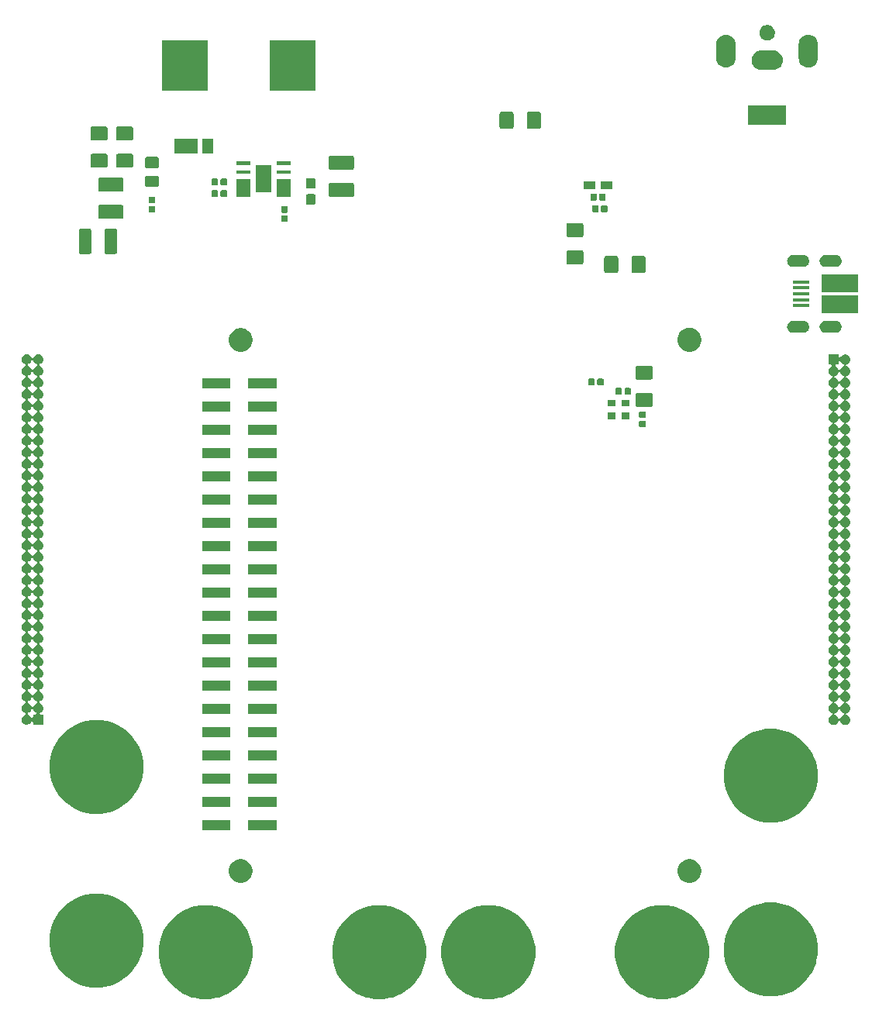
<source format=gbr>
G04 #@! TF.GenerationSoftware,KiCad,Pcbnew,(5.0.2)-1*
G04 #@! TF.CreationDate,2019-03-16T14:06:54-07:00*
G04 #@! TF.ProjectId,ModularMatrix,4d6f6475-6c61-4724-9d61-747269782e6b,rev?*
G04 #@! TF.SameCoordinates,Original*
G04 #@! TF.FileFunction,Soldermask,Bot*
G04 #@! TF.FilePolarity,Negative*
%FSLAX46Y46*%
G04 Gerber Fmt 4.6, Leading zero omitted, Abs format (unit mm)*
G04 Created by KiCad (PCBNEW (5.0.2)-1) date 3/16/2019 2:06:54 PM*
%MOMM*%
%LPD*%
G01*
G04 APERTURE LIST*
%ADD10C,0.100000*%
G04 APERTURE END LIST*
D10*
G36*
X202571051Y-155318612D02*
X202901484Y-155384339D01*
X203115448Y-155472966D01*
X203835265Y-155771124D01*
X204675651Y-156332652D01*
X205390332Y-157047333D01*
X205951860Y-157887719D01*
X206338645Y-158821501D01*
X206535826Y-159812797D01*
X206535826Y-160823519D01*
X206338645Y-161814815D01*
X205951860Y-162748597D01*
X205390332Y-163588983D01*
X204675651Y-164303664D01*
X203835265Y-164865192D01*
X203621300Y-164953819D01*
X202901484Y-165251977D01*
X202571051Y-165317704D01*
X201910187Y-165449158D01*
X200899465Y-165449158D01*
X200238601Y-165317704D01*
X199908168Y-165251977D01*
X199188352Y-164953819D01*
X198974387Y-164865192D01*
X198134001Y-164303664D01*
X197419320Y-163588983D01*
X196857792Y-162748597D01*
X196471007Y-161814815D01*
X196273826Y-160823519D01*
X196273826Y-159812797D01*
X196471007Y-158821501D01*
X196857792Y-157887719D01*
X197419320Y-157047333D01*
X198134001Y-156332652D01*
X198974387Y-155771124D01*
X199694204Y-155472966D01*
X199908168Y-155384339D01*
X200238601Y-155318612D01*
X200899465Y-155187158D01*
X201910187Y-155187158D01*
X202571051Y-155318612D01*
X202571051Y-155318612D01*
G37*
G36*
X214487717Y-155318612D02*
X214818150Y-155384339D01*
X215032114Y-155472966D01*
X215751931Y-155771124D01*
X216592317Y-156332652D01*
X217306998Y-157047333D01*
X217868526Y-157887719D01*
X218255311Y-158821501D01*
X218452492Y-159812797D01*
X218452492Y-160823519D01*
X218255311Y-161814815D01*
X217868526Y-162748597D01*
X217306998Y-163588983D01*
X216592317Y-164303664D01*
X215751931Y-164865192D01*
X215537966Y-164953819D01*
X214818150Y-165251977D01*
X214487717Y-165317704D01*
X213826853Y-165449158D01*
X212816131Y-165449158D01*
X212155267Y-165317704D01*
X211824834Y-165251977D01*
X211105018Y-164953819D01*
X210891053Y-164865192D01*
X210050667Y-164303664D01*
X209335986Y-163588983D01*
X208774458Y-162748597D01*
X208387673Y-161814815D01*
X208190492Y-160823519D01*
X208190492Y-159812797D01*
X208387673Y-158821501D01*
X208774458Y-157887719D01*
X209335986Y-157047333D01*
X210050667Y-156332652D01*
X210891053Y-155771124D01*
X211610870Y-155472966D01*
X211824834Y-155384339D01*
X212155267Y-155318612D01*
X212816131Y-155187158D01*
X213826853Y-155187158D01*
X214487717Y-155318612D01*
X214487717Y-155318612D01*
G37*
G36*
X233457717Y-155318612D02*
X233788150Y-155384339D01*
X234002114Y-155472966D01*
X234721931Y-155771124D01*
X235562317Y-156332652D01*
X236276998Y-157047333D01*
X236838526Y-157887719D01*
X237225311Y-158821501D01*
X237422492Y-159812797D01*
X237422492Y-160823519D01*
X237225311Y-161814815D01*
X236838526Y-162748597D01*
X236276998Y-163588983D01*
X235562317Y-164303664D01*
X234721931Y-164865192D01*
X234507966Y-164953819D01*
X233788150Y-165251977D01*
X233457717Y-165317704D01*
X232796853Y-165449158D01*
X231786131Y-165449158D01*
X231125267Y-165317704D01*
X230794834Y-165251977D01*
X230075018Y-164953819D01*
X229861053Y-164865192D01*
X229020667Y-164303664D01*
X228305986Y-163588983D01*
X227744458Y-162748597D01*
X227357673Y-161814815D01*
X227160492Y-160823519D01*
X227160492Y-159812797D01*
X227357673Y-158821501D01*
X227744458Y-157887719D01*
X228305986Y-157047333D01*
X229020667Y-156332652D01*
X229861053Y-155771124D01*
X230580870Y-155472966D01*
X230794834Y-155384339D01*
X231125267Y-155318612D01*
X231786131Y-155187158D01*
X232796853Y-155187158D01*
X233457717Y-155318612D01*
X233457717Y-155318612D01*
G37*
G36*
X183601051Y-155318612D02*
X183931484Y-155384339D01*
X184145448Y-155472966D01*
X184865265Y-155771124D01*
X185705651Y-156332652D01*
X186420332Y-157047333D01*
X186981860Y-157887719D01*
X187368645Y-158821501D01*
X187565826Y-159812797D01*
X187565826Y-160823519D01*
X187368645Y-161814815D01*
X186981860Y-162748597D01*
X186420332Y-163588983D01*
X185705651Y-164303664D01*
X184865265Y-164865192D01*
X184651300Y-164953819D01*
X183931484Y-165251977D01*
X183601051Y-165317704D01*
X182940187Y-165449158D01*
X181929465Y-165449158D01*
X181268601Y-165317704D01*
X180938168Y-165251977D01*
X180218352Y-164953819D01*
X180004387Y-164865192D01*
X179164001Y-164303664D01*
X178449320Y-163588983D01*
X177887792Y-162748597D01*
X177501007Y-161814815D01*
X177303826Y-160823519D01*
X177303826Y-159812797D01*
X177501007Y-158821501D01*
X177887792Y-157887719D01*
X178449320Y-157047333D01*
X179164001Y-156332652D01*
X180004387Y-155771124D01*
X180724204Y-155472966D01*
X180938168Y-155384339D01*
X181268601Y-155318612D01*
X181929465Y-155187158D01*
X182940187Y-155187158D01*
X183601051Y-155318612D01*
X183601051Y-155318612D01*
G37*
G36*
X245344385Y-155020454D02*
X245674818Y-155086181D01*
X246061603Y-155246393D01*
X246608599Y-155472966D01*
X247448985Y-156034494D01*
X248163666Y-156749175D01*
X248725194Y-157589561D01*
X249111979Y-158523343D01*
X249309160Y-159514639D01*
X249309160Y-160525361D01*
X249177706Y-161186225D01*
X249119550Y-161478598D01*
X249111979Y-161516657D01*
X248725194Y-162450439D01*
X248163666Y-163290825D01*
X247448985Y-164005506D01*
X246608599Y-164567034D01*
X246061603Y-164793607D01*
X245674818Y-164953819D01*
X245344385Y-165019546D01*
X244683521Y-165151000D01*
X243672799Y-165151000D01*
X243011935Y-165019546D01*
X242681502Y-164953819D01*
X242294717Y-164793607D01*
X241747721Y-164567034D01*
X240907335Y-164005506D01*
X240192654Y-163290825D01*
X239631126Y-162450439D01*
X239244341Y-161516657D01*
X239236771Y-161478598D01*
X239178614Y-161186225D01*
X239047160Y-160525361D01*
X239047160Y-159514639D01*
X239244341Y-158523343D01*
X239631126Y-157589561D01*
X240192654Y-156749175D01*
X240907335Y-156034494D01*
X241747721Y-155472966D01*
X242294717Y-155246393D01*
X242681502Y-155086181D01*
X243011935Y-155020454D01*
X243672799Y-154889000D01*
X244683521Y-154889000D01*
X245344385Y-155020454D01*
X245344385Y-155020454D01*
G37*
G36*
X171684385Y-154048612D02*
X172014818Y-154114339D01*
X172401603Y-154274551D01*
X172948599Y-154501124D01*
X173788985Y-155062652D01*
X174503666Y-155777333D01*
X175065194Y-156617719D01*
X175119646Y-156749178D01*
X175451979Y-157551500D01*
X175459550Y-157589561D01*
X175649160Y-158542797D01*
X175649160Y-159553519D01*
X175451979Y-160544815D01*
X175065194Y-161478597D01*
X174503666Y-162318983D01*
X173788985Y-163033664D01*
X172948599Y-163595192D01*
X172401603Y-163821765D01*
X172014818Y-163981977D01*
X171896529Y-164005506D01*
X171023521Y-164179158D01*
X170012799Y-164179158D01*
X169139791Y-164005506D01*
X169021502Y-163981977D01*
X168634717Y-163821765D01*
X168087721Y-163595192D01*
X167247335Y-163033664D01*
X166532654Y-162318983D01*
X165971126Y-161478597D01*
X165584341Y-160544815D01*
X165387160Y-159553519D01*
X165387160Y-158542797D01*
X165576770Y-157589561D01*
X165584341Y-157551500D01*
X165916674Y-156749178D01*
X165971126Y-156617719D01*
X166532654Y-155777333D01*
X167247335Y-155062652D01*
X168087721Y-154501124D01*
X168634717Y-154274551D01*
X169021502Y-154114339D01*
X169351935Y-154048612D01*
X170012799Y-153917158D01*
X171023521Y-153917158D01*
X171684385Y-154048612D01*
X171684385Y-154048612D01*
G37*
G36*
X235663085Y-150196496D02*
X235663087Y-150196497D01*
X235663088Y-150196497D01*
X235883438Y-150287769D01*
X235899855Y-150294569D01*
X236112942Y-150436949D01*
X236294151Y-150618158D01*
X236294153Y-150618161D01*
X236436531Y-150831245D01*
X236531788Y-151061215D01*
X236534604Y-151068015D01*
X236584600Y-151319361D01*
X236584600Y-151575639D01*
X236534604Y-151826985D01*
X236436531Y-152063755D01*
X236294151Y-152276842D01*
X236112942Y-152458051D01*
X236112939Y-152458053D01*
X235899855Y-152600431D01*
X235663088Y-152698503D01*
X235663087Y-152698503D01*
X235663085Y-152698504D01*
X235411739Y-152748500D01*
X235155461Y-152748500D01*
X234904115Y-152698504D01*
X234904113Y-152698503D01*
X234904112Y-152698503D01*
X234667345Y-152600431D01*
X234454261Y-152458053D01*
X234454258Y-152458051D01*
X234273049Y-152276842D01*
X234130669Y-152063755D01*
X234032596Y-151826985D01*
X233982600Y-151575639D01*
X233982600Y-151319361D01*
X234032596Y-151068015D01*
X234035413Y-151061215D01*
X234130669Y-150831245D01*
X234273047Y-150618161D01*
X234273049Y-150618158D01*
X234454258Y-150436949D01*
X234667345Y-150294569D01*
X234683762Y-150287769D01*
X234904112Y-150196497D01*
X234904113Y-150196497D01*
X234904115Y-150196496D01*
X235155461Y-150146500D01*
X235411739Y-150146500D01*
X235663085Y-150196496D01*
X235663085Y-150196496D01*
G37*
G36*
X186637685Y-150189696D02*
X186637687Y-150189697D01*
X186637688Y-150189697D01*
X186874455Y-150287769D01*
X187087542Y-150430149D01*
X187268751Y-150611358D01*
X187411131Y-150824445D01*
X187509204Y-151061215D01*
X187559200Y-151312561D01*
X187559200Y-151568839D01*
X187557848Y-151575637D01*
X187509203Y-151820188D01*
X187506386Y-151826988D01*
X187411131Y-152056955D01*
X187268751Y-152270042D01*
X187087542Y-152451251D01*
X187087539Y-152451253D01*
X186874455Y-152593631D01*
X186637688Y-152691703D01*
X186637687Y-152691703D01*
X186637685Y-152691704D01*
X186386339Y-152741700D01*
X186130061Y-152741700D01*
X185878715Y-152691704D01*
X185878713Y-152691703D01*
X185878712Y-152691703D01*
X185641945Y-152593631D01*
X185428861Y-152451253D01*
X185428858Y-152451251D01*
X185247649Y-152270042D01*
X185105269Y-152056955D01*
X185010014Y-151826988D01*
X185007197Y-151820188D01*
X184958553Y-151575637D01*
X184957200Y-151568839D01*
X184957200Y-151312561D01*
X185007196Y-151061215D01*
X185105269Y-150824445D01*
X185247649Y-150611358D01*
X185428858Y-150430149D01*
X185641945Y-150287769D01*
X185878712Y-150189697D01*
X185878713Y-150189697D01*
X185878715Y-150189696D01*
X186130061Y-150139700D01*
X186386339Y-150139700D01*
X186637685Y-150189696D01*
X186637685Y-150189696D01*
G37*
G36*
X185162200Y-147032800D02*
X182060200Y-147032800D01*
X182060200Y-145930800D01*
X185162200Y-145930800D01*
X185162200Y-147032800D01*
X185162200Y-147032800D01*
G37*
G36*
X190202200Y-147032800D02*
X187100200Y-147032800D01*
X187100200Y-145930800D01*
X190202200Y-145930800D01*
X190202200Y-147032800D01*
X190202200Y-147032800D01*
G37*
G36*
X245344385Y-136050454D02*
X245674818Y-136116181D01*
X246061603Y-136276393D01*
X246608599Y-136502966D01*
X247448985Y-137064494D01*
X248163666Y-137779175D01*
X248725194Y-138619561D01*
X248951767Y-139166557D01*
X249111979Y-139553342D01*
X249309160Y-140544641D01*
X249309160Y-141555359D01*
X249119550Y-142508598D01*
X249111979Y-142546657D01*
X248725194Y-143480439D01*
X248163666Y-144320825D01*
X247448985Y-145035506D01*
X246608599Y-145597034D01*
X246061603Y-145823607D01*
X245674818Y-145983819D01*
X245344385Y-146049546D01*
X244683521Y-146181000D01*
X243672799Y-146181000D01*
X243011935Y-146049546D01*
X242681502Y-145983819D01*
X242294717Y-145823607D01*
X241747721Y-145597034D01*
X240907335Y-145035506D01*
X240192654Y-144320825D01*
X239631126Y-143480439D01*
X239244341Y-142546657D01*
X239236771Y-142508598D01*
X239047160Y-141555359D01*
X239047160Y-140544641D01*
X239244341Y-139553342D01*
X239404553Y-139166557D01*
X239631126Y-138619561D01*
X240192654Y-137779175D01*
X240907335Y-137064494D01*
X241747721Y-136502966D01*
X242294717Y-136276393D01*
X242681502Y-136116181D01*
X243011935Y-136050454D01*
X243672799Y-135919000D01*
X244683521Y-135919000D01*
X245344385Y-136050454D01*
X245344385Y-136050454D01*
G37*
G36*
X171672792Y-135076306D02*
X172014818Y-135144339D01*
X172233301Y-135234838D01*
X172948599Y-135531124D01*
X173788985Y-136092652D01*
X174503666Y-136807333D01*
X175065194Y-137647719D01*
X175119646Y-137779178D01*
X175451979Y-138581500D01*
X175459550Y-138619561D01*
X175649160Y-139572797D01*
X175649160Y-140583519D01*
X175451979Y-141574815D01*
X175065194Y-142508597D01*
X174503666Y-143348983D01*
X173788985Y-144063664D01*
X172948599Y-144625192D01*
X172401603Y-144851765D01*
X172014818Y-145011977D01*
X171896529Y-145035506D01*
X171023521Y-145209158D01*
X170012799Y-145209158D01*
X169139791Y-145035506D01*
X169021502Y-145011977D01*
X168634717Y-144851765D01*
X168087721Y-144625192D01*
X167247335Y-144063664D01*
X166532654Y-143348983D01*
X165971126Y-142508597D01*
X165584341Y-141574815D01*
X165387160Y-140583519D01*
X165387160Y-139572797D01*
X165576770Y-138619561D01*
X165584341Y-138581500D01*
X165916674Y-137779178D01*
X165971126Y-137647719D01*
X166532654Y-136807333D01*
X167247335Y-136092652D01*
X168087721Y-135531124D01*
X168803019Y-135234838D01*
X169021502Y-135144339D01*
X169363528Y-135076306D01*
X170012799Y-134947158D01*
X171023521Y-134947158D01*
X171672792Y-135076306D01*
X171672792Y-135076306D01*
G37*
G36*
X190202200Y-144492800D02*
X187100200Y-144492800D01*
X187100200Y-143390800D01*
X190202200Y-143390800D01*
X190202200Y-144492800D01*
X190202200Y-144492800D01*
G37*
G36*
X185162200Y-144492800D02*
X182060200Y-144492800D01*
X182060200Y-143390800D01*
X185162200Y-143390800D01*
X185162200Y-144492800D01*
X185162200Y-144492800D01*
G37*
G36*
X190202200Y-141952800D02*
X187100200Y-141952800D01*
X187100200Y-140850800D01*
X190202200Y-140850800D01*
X190202200Y-141952800D01*
X190202200Y-141952800D01*
G37*
G36*
X185162200Y-141952800D02*
X182060200Y-141952800D01*
X182060200Y-140850800D01*
X185162200Y-140850800D01*
X185162200Y-141952800D01*
X185162200Y-141952800D01*
G37*
G36*
X190202200Y-139412800D02*
X187100200Y-139412800D01*
X187100200Y-138310800D01*
X190202200Y-138310800D01*
X190202200Y-139412800D01*
X190202200Y-139412800D01*
G37*
G36*
X185162200Y-139412800D02*
X182060200Y-139412800D01*
X182060200Y-138310800D01*
X185162200Y-138310800D01*
X185162200Y-139412800D01*
X185162200Y-139412800D01*
G37*
G36*
X185162200Y-136872800D02*
X182060200Y-136872800D01*
X182060200Y-135770800D01*
X185162200Y-135770800D01*
X185162200Y-136872800D01*
X185162200Y-136872800D01*
G37*
G36*
X190202200Y-136872800D02*
X187100200Y-136872800D01*
X187100200Y-135770800D01*
X190202200Y-135770800D01*
X190202200Y-136872800D01*
X190202200Y-136872800D01*
G37*
G36*
X251566500Y-95244762D02*
X251568902Y-95269148D01*
X251576015Y-95292597D01*
X251587566Y-95314208D01*
X251603112Y-95333150D01*
X251622054Y-95348696D01*
X251643665Y-95360247D01*
X251667114Y-95367360D01*
X251691500Y-95369762D01*
X251715886Y-95367360D01*
X251739335Y-95360247D01*
X251760946Y-95348696D01*
X251779888Y-95333150D01*
X251801736Y-95303692D01*
X251825144Y-95259900D01*
X251893999Y-95175999D01*
X251977900Y-95107144D01*
X252073621Y-95055979D01*
X252177485Y-95024473D01*
X252258433Y-95016500D01*
X252312567Y-95016500D01*
X252393515Y-95024473D01*
X252497379Y-95055979D01*
X252593100Y-95107144D01*
X252677001Y-95175999D01*
X252745856Y-95259900D01*
X252797021Y-95355621D01*
X252828527Y-95459485D01*
X252839166Y-95567500D01*
X252828527Y-95675515D01*
X252797021Y-95779379D01*
X252745856Y-95875100D01*
X252677001Y-95959001D01*
X252593100Y-96027856D01*
X252497379Y-96079021D01*
X252484642Y-96082885D01*
X252462007Y-96092260D01*
X252441633Y-96105874D01*
X252424306Y-96123201D01*
X252410692Y-96143576D01*
X252401314Y-96166215D01*
X252396534Y-96190248D01*
X252396534Y-96214752D01*
X252401315Y-96238786D01*
X252410692Y-96261425D01*
X252424306Y-96281799D01*
X252441633Y-96299126D01*
X252462008Y-96312740D01*
X252484642Y-96322115D01*
X252497379Y-96325979D01*
X252593100Y-96377144D01*
X252677001Y-96445999D01*
X252745856Y-96529900D01*
X252797021Y-96625621D01*
X252828527Y-96729485D01*
X252839166Y-96837500D01*
X252828527Y-96945515D01*
X252797021Y-97049379D01*
X252745856Y-97145100D01*
X252677001Y-97229001D01*
X252593100Y-97297856D01*
X252497379Y-97349021D01*
X252484642Y-97352885D01*
X252462007Y-97362260D01*
X252441633Y-97375874D01*
X252424306Y-97393201D01*
X252410692Y-97413576D01*
X252401314Y-97436215D01*
X252396534Y-97460248D01*
X252396534Y-97484752D01*
X252401315Y-97508786D01*
X252410692Y-97531425D01*
X252424306Y-97551799D01*
X252441633Y-97569126D01*
X252462008Y-97582740D01*
X252484642Y-97592115D01*
X252497379Y-97595979D01*
X252593100Y-97647144D01*
X252677001Y-97715999D01*
X252745856Y-97799900D01*
X252797021Y-97895621D01*
X252828527Y-97999485D01*
X252839166Y-98107500D01*
X252828527Y-98215515D01*
X252797021Y-98319379D01*
X252745856Y-98415100D01*
X252677001Y-98499001D01*
X252593100Y-98567856D01*
X252497379Y-98619021D01*
X252484642Y-98622885D01*
X252462007Y-98632260D01*
X252441633Y-98645874D01*
X252424306Y-98663201D01*
X252410692Y-98683576D01*
X252401314Y-98706215D01*
X252396534Y-98730248D01*
X252396534Y-98754752D01*
X252401315Y-98778786D01*
X252410692Y-98801425D01*
X252424306Y-98821799D01*
X252441633Y-98839126D01*
X252462008Y-98852740D01*
X252484642Y-98862115D01*
X252497379Y-98865979D01*
X252593100Y-98917144D01*
X252677001Y-98985999D01*
X252745856Y-99069900D01*
X252797021Y-99165621D01*
X252828527Y-99269485D01*
X252839166Y-99377500D01*
X252828527Y-99485515D01*
X252797021Y-99589379D01*
X252745856Y-99685100D01*
X252677001Y-99769001D01*
X252593100Y-99837856D01*
X252497379Y-99889021D01*
X252484642Y-99892885D01*
X252462007Y-99902260D01*
X252441633Y-99915874D01*
X252424306Y-99933201D01*
X252410692Y-99953576D01*
X252401314Y-99976215D01*
X252396534Y-100000248D01*
X252396534Y-100024752D01*
X252401315Y-100048786D01*
X252410692Y-100071425D01*
X252424306Y-100091799D01*
X252441633Y-100109126D01*
X252462008Y-100122740D01*
X252484642Y-100132115D01*
X252497379Y-100135979D01*
X252593100Y-100187144D01*
X252677001Y-100255999D01*
X252745856Y-100339900D01*
X252797021Y-100435621D01*
X252828527Y-100539485D01*
X252839166Y-100647500D01*
X252828527Y-100755515D01*
X252797021Y-100859379D01*
X252745856Y-100955100D01*
X252677001Y-101039001D01*
X252593100Y-101107856D01*
X252497379Y-101159021D01*
X252484642Y-101162885D01*
X252462007Y-101172260D01*
X252441633Y-101185874D01*
X252424306Y-101203201D01*
X252410692Y-101223576D01*
X252401314Y-101246215D01*
X252396534Y-101270248D01*
X252396534Y-101294752D01*
X252401315Y-101318786D01*
X252410692Y-101341425D01*
X252424306Y-101361799D01*
X252441633Y-101379126D01*
X252462008Y-101392740D01*
X252484642Y-101402115D01*
X252497379Y-101405979D01*
X252593100Y-101457144D01*
X252677001Y-101525999D01*
X252745856Y-101609900D01*
X252797021Y-101705621D01*
X252828527Y-101809485D01*
X252839166Y-101917500D01*
X252828527Y-102025515D01*
X252797021Y-102129379D01*
X252745856Y-102225100D01*
X252677001Y-102309001D01*
X252593100Y-102377856D01*
X252497379Y-102429021D01*
X252484642Y-102432885D01*
X252462007Y-102442260D01*
X252441633Y-102455874D01*
X252424306Y-102473201D01*
X252410692Y-102493576D01*
X252401314Y-102516215D01*
X252396534Y-102540248D01*
X252396534Y-102564752D01*
X252401315Y-102588786D01*
X252410692Y-102611425D01*
X252424306Y-102631799D01*
X252441633Y-102649126D01*
X252462008Y-102662740D01*
X252484642Y-102672115D01*
X252497379Y-102675979D01*
X252593100Y-102727144D01*
X252677001Y-102795999D01*
X252745856Y-102879900D01*
X252797021Y-102975621D01*
X252828527Y-103079485D01*
X252839166Y-103187500D01*
X252828527Y-103295515D01*
X252797021Y-103399379D01*
X252745856Y-103495100D01*
X252677001Y-103579001D01*
X252593100Y-103647856D01*
X252497379Y-103699021D01*
X252484642Y-103702885D01*
X252462007Y-103712260D01*
X252441633Y-103725874D01*
X252424306Y-103743201D01*
X252410692Y-103763576D01*
X252401314Y-103786215D01*
X252396534Y-103810248D01*
X252396534Y-103834752D01*
X252401315Y-103858786D01*
X252410692Y-103881425D01*
X252424306Y-103901799D01*
X252441633Y-103919126D01*
X252462008Y-103932740D01*
X252484642Y-103942115D01*
X252497379Y-103945979D01*
X252593100Y-103997144D01*
X252677001Y-104065999D01*
X252745856Y-104149900D01*
X252797021Y-104245621D01*
X252828527Y-104349485D01*
X252839166Y-104457500D01*
X252828527Y-104565515D01*
X252797021Y-104669379D01*
X252745856Y-104765100D01*
X252677001Y-104849001D01*
X252593100Y-104917856D01*
X252497379Y-104969021D01*
X252484642Y-104972885D01*
X252462007Y-104982260D01*
X252441633Y-104995874D01*
X252424306Y-105013201D01*
X252410692Y-105033576D01*
X252401314Y-105056215D01*
X252396534Y-105080248D01*
X252396534Y-105104752D01*
X252401315Y-105128786D01*
X252410692Y-105151425D01*
X252424306Y-105171799D01*
X252441633Y-105189126D01*
X252462008Y-105202740D01*
X252484642Y-105212115D01*
X252497379Y-105215979D01*
X252593100Y-105267144D01*
X252677001Y-105335999D01*
X252745856Y-105419900D01*
X252797021Y-105515621D01*
X252828527Y-105619485D01*
X252839166Y-105727500D01*
X252828527Y-105835515D01*
X252797021Y-105939379D01*
X252745856Y-106035100D01*
X252677001Y-106119001D01*
X252593100Y-106187856D01*
X252497379Y-106239021D01*
X252484642Y-106242885D01*
X252462007Y-106252260D01*
X252441633Y-106265874D01*
X252424306Y-106283201D01*
X252410692Y-106303576D01*
X252401314Y-106326215D01*
X252396534Y-106350248D01*
X252396534Y-106374752D01*
X252401315Y-106398786D01*
X252410692Y-106421425D01*
X252424306Y-106441799D01*
X252441633Y-106459126D01*
X252462008Y-106472740D01*
X252484642Y-106482115D01*
X252497379Y-106485979D01*
X252593100Y-106537144D01*
X252677001Y-106605999D01*
X252745856Y-106689900D01*
X252797021Y-106785621D01*
X252828527Y-106889485D01*
X252839166Y-106997500D01*
X252828527Y-107105515D01*
X252797021Y-107209379D01*
X252745856Y-107305100D01*
X252677001Y-107389001D01*
X252593100Y-107457856D01*
X252497379Y-107509021D01*
X252484642Y-107512885D01*
X252462007Y-107522260D01*
X252441633Y-107535874D01*
X252424306Y-107553201D01*
X252410692Y-107573576D01*
X252401314Y-107596215D01*
X252396534Y-107620248D01*
X252396534Y-107644752D01*
X252401315Y-107668786D01*
X252410692Y-107691425D01*
X252424306Y-107711799D01*
X252441633Y-107729126D01*
X252462008Y-107742740D01*
X252484642Y-107752115D01*
X252497379Y-107755979D01*
X252593100Y-107807144D01*
X252677001Y-107875999D01*
X252745856Y-107959900D01*
X252797021Y-108055621D01*
X252828527Y-108159485D01*
X252839166Y-108267500D01*
X252828527Y-108375515D01*
X252797021Y-108479379D01*
X252745856Y-108575100D01*
X252677001Y-108659001D01*
X252593100Y-108727856D01*
X252497379Y-108779021D01*
X252484642Y-108782885D01*
X252462007Y-108792260D01*
X252441633Y-108805874D01*
X252424306Y-108823201D01*
X252410692Y-108843576D01*
X252401314Y-108866215D01*
X252396534Y-108890248D01*
X252396534Y-108914752D01*
X252401315Y-108938786D01*
X252410692Y-108961425D01*
X252424306Y-108981799D01*
X252441633Y-108999126D01*
X252462008Y-109012740D01*
X252484642Y-109022115D01*
X252497379Y-109025979D01*
X252593100Y-109077144D01*
X252677001Y-109145999D01*
X252745856Y-109229900D01*
X252797021Y-109325621D01*
X252828527Y-109429485D01*
X252839166Y-109537500D01*
X252828527Y-109645515D01*
X252797021Y-109749379D01*
X252745856Y-109845100D01*
X252677001Y-109929001D01*
X252593100Y-109997856D01*
X252497379Y-110049021D01*
X252484642Y-110052885D01*
X252462007Y-110062260D01*
X252441633Y-110075874D01*
X252424306Y-110093201D01*
X252410692Y-110113576D01*
X252401314Y-110136215D01*
X252396534Y-110160248D01*
X252396534Y-110184752D01*
X252401315Y-110208786D01*
X252410692Y-110231425D01*
X252424306Y-110251799D01*
X252441633Y-110269126D01*
X252462008Y-110282740D01*
X252484642Y-110292115D01*
X252497379Y-110295979D01*
X252593100Y-110347144D01*
X252677001Y-110415999D01*
X252745856Y-110499900D01*
X252797021Y-110595621D01*
X252828527Y-110699485D01*
X252839166Y-110807500D01*
X252828527Y-110915515D01*
X252797021Y-111019379D01*
X252745856Y-111115100D01*
X252677001Y-111199001D01*
X252593100Y-111267856D01*
X252497379Y-111319021D01*
X252484642Y-111322885D01*
X252462007Y-111332260D01*
X252441633Y-111345874D01*
X252424306Y-111363201D01*
X252410692Y-111383576D01*
X252401314Y-111406215D01*
X252396534Y-111430248D01*
X252396534Y-111454752D01*
X252401315Y-111478786D01*
X252410692Y-111501425D01*
X252424306Y-111521799D01*
X252441633Y-111539126D01*
X252462008Y-111552740D01*
X252484642Y-111562115D01*
X252497379Y-111565979D01*
X252593100Y-111617144D01*
X252677001Y-111685999D01*
X252745856Y-111769900D01*
X252797021Y-111865621D01*
X252828527Y-111969485D01*
X252839166Y-112077500D01*
X252828527Y-112185515D01*
X252797021Y-112289379D01*
X252745856Y-112385100D01*
X252677001Y-112469001D01*
X252593100Y-112537856D01*
X252497379Y-112589021D01*
X252484642Y-112592885D01*
X252462007Y-112602260D01*
X252441633Y-112615874D01*
X252424306Y-112633201D01*
X252410692Y-112653576D01*
X252401314Y-112676215D01*
X252396534Y-112700248D01*
X252396534Y-112724752D01*
X252401315Y-112748786D01*
X252410692Y-112771425D01*
X252424306Y-112791799D01*
X252441633Y-112809126D01*
X252462008Y-112822740D01*
X252484642Y-112832115D01*
X252497379Y-112835979D01*
X252593100Y-112887144D01*
X252677001Y-112955999D01*
X252745856Y-113039900D01*
X252797021Y-113135621D01*
X252828527Y-113239485D01*
X252839166Y-113347500D01*
X252828527Y-113455515D01*
X252797021Y-113559379D01*
X252745856Y-113655100D01*
X252677001Y-113739001D01*
X252593100Y-113807856D01*
X252497379Y-113859021D01*
X252484642Y-113862885D01*
X252462007Y-113872260D01*
X252441633Y-113885874D01*
X252424306Y-113903201D01*
X252410692Y-113923576D01*
X252401314Y-113946215D01*
X252396534Y-113970248D01*
X252396534Y-113994752D01*
X252401315Y-114018786D01*
X252410692Y-114041425D01*
X252424306Y-114061799D01*
X252441633Y-114079126D01*
X252462008Y-114092740D01*
X252484642Y-114102115D01*
X252497379Y-114105979D01*
X252593100Y-114157144D01*
X252677001Y-114225999D01*
X252745856Y-114309900D01*
X252797021Y-114405621D01*
X252828527Y-114509485D01*
X252839166Y-114617500D01*
X252828527Y-114725515D01*
X252797021Y-114829379D01*
X252745856Y-114925100D01*
X252677001Y-115009001D01*
X252593100Y-115077856D01*
X252497379Y-115129021D01*
X252484642Y-115132885D01*
X252462007Y-115142260D01*
X252441633Y-115155874D01*
X252424306Y-115173201D01*
X252410692Y-115193576D01*
X252401314Y-115216215D01*
X252396534Y-115240248D01*
X252396534Y-115264752D01*
X252401315Y-115288786D01*
X252410692Y-115311425D01*
X252424306Y-115331799D01*
X252441633Y-115349126D01*
X252462008Y-115362740D01*
X252484642Y-115372115D01*
X252497379Y-115375979D01*
X252593100Y-115427144D01*
X252677001Y-115495999D01*
X252745856Y-115579900D01*
X252797021Y-115675621D01*
X252828527Y-115779485D01*
X252839166Y-115887500D01*
X252828527Y-115995515D01*
X252797021Y-116099379D01*
X252745856Y-116195100D01*
X252677001Y-116279001D01*
X252593100Y-116347856D01*
X252497379Y-116399021D01*
X252484642Y-116402885D01*
X252462007Y-116412260D01*
X252441633Y-116425874D01*
X252424306Y-116443201D01*
X252410692Y-116463576D01*
X252401314Y-116486215D01*
X252396534Y-116510248D01*
X252396534Y-116534752D01*
X252401315Y-116558786D01*
X252410692Y-116581425D01*
X252424306Y-116601799D01*
X252441633Y-116619126D01*
X252462008Y-116632740D01*
X252484642Y-116642115D01*
X252497379Y-116645979D01*
X252593100Y-116697144D01*
X252677001Y-116765999D01*
X252745856Y-116849900D01*
X252797021Y-116945621D01*
X252828527Y-117049485D01*
X252839166Y-117157500D01*
X252828527Y-117265515D01*
X252797021Y-117369379D01*
X252745856Y-117465100D01*
X252677001Y-117549001D01*
X252593100Y-117617856D01*
X252497379Y-117669021D01*
X252484642Y-117672885D01*
X252462007Y-117682260D01*
X252441633Y-117695874D01*
X252424306Y-117713201D01*
X252410692Y-117733576D01*
X252401314Y-117756215D01*
X252396534Y-117780248D01*
X252396534Y-117804752D01*
X252401315Y-117828786D01*
X252410692Y-117851425D01*
X252424306Y-117871799D01*
X252441633Y-117889126D01*
X252462008Y-117902740D01*
X252484642Y-117912115D01*
X252497379Y-117915979D01*
X252593100Y-117967144D01*
X252677001Y-118035999D01*
X252745856Y-118119900D01*
X252797021Y-118215621D01*
X252828527Y-118319485D01*
X252839166Y-118427500D01*
X252828527Y-118535515D01*
X252797021Y-118639379D01*
X252745856Y-118735100D01*
X252677001Y-118819001D01*
X252593100Y-118887856D01*
X252497379Y-118939021D01*
X252484642Y-118942885D01*
X252462007Y-118952260D01*
X252441633Y-118965874D01*
X252424306Y-118983201D01*
X252410692Y-119003576D01*
X252401314Y-119026215D01*
X252396534Y-119050248D01*
X252396534Y-119074752D01*
X252401315Y-119098786D01*
X252410692Y-119121425D01*
X252424306Y-119141799D01*
X252441633Y-119159126D01*
X252462008Y-119172740D01*
X252484642Y-119182115D01*
X252497379Y-119185979D01*
X252593100Y-119237144D01*
X252677001Y-119305999D01*
X252745856Y-119389900D01*
X252797021Y-119485621D01*
X252828527Y-119589485D01*
X252839166Y-119697500D01*
X252828527Y-119805515D01*
X252797021Y-119909379D01*
X252745856Y-120005100D01*
X252677001Y-120089001D01*
X252593100Y-120157856D01*
X252497379Y-120209021D01*
X252484642Y-120212885D01*
X252462007Y-120222260D01*
X252441633Y-120235874D01*
X252424306Y-120253201D01*
X252410692Y-120273576D01*
X252401314Y-120296215D01*
X252396534Y-120320248D01*
X252396534Y-120344752D01*
X252401315Y-120368786D01*
X252410692Y-120391425D01*
X252424306Y-120411799D01*
X252441633Y-120429126D01*
X252462008Y-120442740D01*
X252484642Y-120452115D01*
X252497379Y-120455979D01*
X252593100Y-120507144D01*
X252677001Y-120575999D01*
X252745856Y-120659900D01*
X252797021Y-120755621D01*
X252828527Y-120859485D01*
X252839166Y-120967500D01*
X252828527Y-121075515D01*
X252797021Y-121179379D01*
X252745856Y-121275100D01*
X252677001Y-121359001D01*
X252593100Y-121427856D01*
X252497379Y-121479021D01*
X252484642Y-121482885D01*
X252462007Y-121492260D01*
X252441633Y-121505874D01*
X252424306Y-121523201D01*
X252410692Y-121543576D01*
X252401314Y-121566215D01*
X252396534Y-121590248D01*
X252396534Y-121614752D01*
X252401315Y-121638786D01*
X252410692Y-121661425D01*
X252424306Y-121681799D01*
X252441633Y-121699126D01*
X252462008Y-121712740D01*
X252484642Y-121722115D01*
X252497379Y-121725979D01*
X252593100Y-121777144D01*
X252677001Y-121845999D01*
X252745856Y-121929900D01*
X252797021Y-122025621D01*
X252828527Y-122129485D01*
X252839166Y-122237500D01*
X252828527Y-122345515D01*
X252797021Y-122449379D01*
X252745856Y-122545100D01*
X252677001Y-122629001D01*
X252593100Y-122697856D01*
X252497379Y-122749021D01*
X252484642Y-122752885D01*
X252462007Y-122762260D01*
X252441633Y-122775874D01*
X252424306Y-122793201D01*
X252410692Y-122813576D01*
X252401314Y-122836215D01*
X252396534Y-122860248D01*
X252396534Y-122884752D01*
X252401315Y-122908786D01*
X252410692Y-122931425D01*
X252424306Y-122951799D01*
X252441633Y-122969126D01*
X252462008Y-122982740D01*
X252484642Y-122992115D01*
X252497379Y-122995979D01*
X252593100Y-123047144D01*
X252677001Y-123115999D01*
X252745856Y-123199900D01*
X252797021Y-123295621D01*
X252828527Y-123399485D01*
X252839166Y-123507500D01*
X252828527Y-123615515D01*
X252797021Y-123719379D01*
X252745856Y-123815100D01*
X252677001Y-123899001D01*
X252593100Y-123967856D01*
X252497379Y-124019021D01*
X252484642Y-124022885D01*
X252462007Y-124032260D01*
X252441633Y-124045874D01*
X252424306Y-124063201D01*
X252410692Y-124083576D01*
X252401314Y-124106215D01*
X252396534Y-124130248D01*
X252396534Y-124154752D01*
X252401315Y-124178786D01*
X252410692Y-124201425D01*
X252424306Y-124221799D01*
X252441633Y-124239126D01*
X252462008Y-124252740D01*
X252484642Y-124262115D01*
X252497379Y-124265979D01*
X252593100Y-124317144D01*
X252677001Y-124385999D01*
X252745856Y-124469900D01*
X252797021Y-124565621D01*
X252828527Y-124669485D01*
X252839166Y-124777500D01*
X252828527Y-124885515D01*
X252797021Y-124989379D01*
X252745856Y-125085100D01*
X252677001Y-125169001D01*
X252593100Y-125237856D01*
X252497379Y-125289021D01*
X252484642Y-125292885D01*
X252462007Y-125302260D01*
X252441633Y-125315874D01*
X252424306Y-125333201D01*
X252410692Y-125353576D01*
X252401314Y-125376215D01*
X252396534Y-125400248D01*
X252396534Y-125424752D01*
X252401315Y-125448786D01*
X252410692Y-125471425D01*
X252424306Y-125491799D01*
X252441633Y-125509126D01*
X252462008Y-125522740D01*
X252484642Y-125532115D01*
X252497379Y-125535979D01*
X252593100Y-125587144D01*
X252677001Y-125655999D01*
X252745856Y-125739900D01*
X252797021Y-125835621D01*
X252828527Y-125939485D01*
X252839166Y-126047500D01*
X252828527Y-126155515D01*
X252797021Y-126259379D01*
X252745856Y-126355100D01*
X252677001Y-126439001D01*
X252593100Y-126507856D01*
X252497379Y-126559021D01*
X252484642Y-126562885D01*
X252462007Y-126572260D01*
X252441633Y-126585874D01*
X252424306Y-126603201D01*
X252410692Y-126623576D01*
X252401314Y-126646215D01*
X252396534Y-126670248D01*
X252396534Y-126694752D01*
X252401315Y-126718786D01*
X252410692Y-126741425D01*
X252424306Y-126761799D01*
X252441633Y-126779126D01*
X252462008Y-126792740D01*
X252484642Y-126802115D01*
X252497379Y-126805979D01*
X252593100Y-126857144D01*
X252677001Y-126925999D01*
X252745856Y-127009900D01*
X252797021Y-127105621D01*
X252828527Y-127209485D01*
X252839166Y-127317500D01*
X252828527Y-127425515D01*
X252797021Y-127529379D01*
X252745856Y-127625100D01*
X252677001Y-127709001D01*
X252593100Y-127777856D01*
X252497379Y-127829021D01*
X252484642Y-127832885D01*
X252462007Y-127842260D01*
X252441633Y-127855874D01*
X252424306Y-127873201D01*
X252410692Y-127893576D01*
X252401314Y-127916215D01*
X252396534Y-127940248D01*
X252396534Y-127964752D01*
X252401315Y-127988786D01*
X252410692Y-128011425D01*
X252424306Y-128031799D01*
X252441633Y-128049126D01*
X252462008Y-128062740D01*
X252484642Y-128072115D01*
X252497379Y-128075979D01*
X252593100Y-128127144D01*
X252677001Y-128195999D01*
X252745856Y-128279900D01*
X252797021Y-128375621D01*
X252828527Y-128479485D01*
X252839166Y-128587500D01*
X252828527Y-128695515D01*
X252797021Y-128799379D01*
X252745856Y-128895100D01*
X252677001Y-128979001D01*
X252593100Y-129047856D01*
X252497379Y-129099021D01*
X252484642Y-129102885D01*
X252462007Y-129112260D01*
X252441633Y-129125874D01*
X252424306Y-129143201D01*
X252410692Y-129163576D01*
X252401314Y-129186215D01*
X252396534Y-129210248D01*
X252396534Y-129234752D01*
X252401315Y-129258786D01*
X252410692Y-129281425D01*
X252424306Y-129301799D01*
X252441633Y-129319126D01*
X252462008Y-129332740D01*
X252484642Y-129342115D01*
X252497379Y-129345979D01*
X252593100Y-129397144D01*
X252677001Y-129465999D01*
X252745856Y-129549900D01*
X252797021Y-129645621D01*
X252828527Y-129749485D01*
X252839166Y-129857500D01*
X252828527Y-129965515D01*
X252797021Y-130069379D01*
X252745856Y-130165100D01*
X252677001Y-130249001D01*
X252593100Y-130317856D01*
X252497379Y-130369021D01*
X252484642Y-130372885D01*
X252462007Y-130382260D01*
X252441633Y-130395874D01*
X252424306Y-130413201D01*
X252410692Y-130433576D01*
X252401314Y-130456215D01*
X252396534Y-130480248D01*
X252396534Y-130504752D01*
X252401315Y-130528786D01*
X252410692Y-130551425D01*
X252424306Y-130571799D01*
X252441633Y-130589126D01*
X252462008Y-130602740D01*
X252484642Y-130612115D01*
X252497379Y-130615979D01*
X252593100Y-130667144D01*
X252677001Y-130735999D01*
X252745856Y-130819900D01*
X252797021Y-130915621D01*
X252828527Y-131019485D01*
X252839166Y-131127500D01*
X252828527Y-131235515D01*
X252797021Y-131339379D01*
X252745856Y-131435100D01*
X252677001Y-131519001D01*
X252593100Y-131587856D01*
X252497379Y-131639021D01*
X252484642Y-131642885D01*
X252462007Y-131652260D01*
X252441633Y-131665874D01*
X252424306Y-131683201D01*
X252410692Y-131703576D01*
X252401314Y-131726215D01*
X252396534Y-131750248D01*
X252396534Y-131774752D01*
X252401315Y-131798786D01*
X252410692Y-131821425D01*
X252424306Y-131841799D01*
X252441633Y-131859126D01*
X252462008Y-131872740D01*
X252484642Y-131882115D01*
X252497379Y-131885979D01*
X252593100Y-131937144D01*
X252677001Y-132005999D01*
X252745856Y-132089900D01*
X252797021Y-132185621D01*
X252828527Y-132289485D01*
X252839166Y-132397500D01*
X252828527Y-132505515D01*
X252797021Y-132609379D01*
X252745856Y-132705100D01*
X252677001Y-132789001D01*
X252593100Y-132857856D01*
X252497379Y-132909021D01*
X252484642Y-132912885D01*
X252462007Y-132922260D01*
X252441633Y-132935874D01*
X252424306Y-132953201D01*
X252410692Y-132973576D01*
X252401314Y-132996215D01*
X252396534Y-133020248D01*
X252396534Y-133044752D01*
X252401315Y-133068786D01*
X252410692Y-133091425D01*
X252424306Y-133111799D01*
X252441633Y-133129126D01*
X252462008Y-133142740D01*
X252484642Y-133152115D01*
X252497379Y-133155979D01*
X252593100Y-133207144D01*
X252677001Y-133275999D01*
X252745856Y-133359900D01*
X252797021Y-133455621D01*
X252828527Y-133559485D01*
X252839166Y-133667500D01*
X252828527Y-133775515D01*
X252797021Y-133879379D01*
X252745856Y-133975100D01*
X252677001Y-134059001D01*
X252593100Y-134127856D01*
X252497379Y-134179021D01*
X252484642Y-134182885D01*
X252462007Y-134192260D01*
X252441633Y-134205874D01*
X252424306Y-134223201D01*
X252410692Y-134243576D01*
X252401314Y-134266215D01*
X252396534Y-134290248D01*
X252396534Y-134314752D01*
X252401315Y-134338786D01*
X252410692Y-134361425D01*
X252424306Y-134381799D01*
X252441633Y-134399126D01*
X252462008Y-134412740D01*
X252484642Y-134422115D01*
X252497379Y-134425979D01*
X252593100Y-134477144D01*
X252677001Y-134545999D01*
X252745856Y-134629900D01*
X252797021Y-134725621D01*
X252828527Y-134829485D01*
X252839166Y-134937500D01*
X252828527Y-135045515D01*
X252797021Y-135149379D01*
X252745856Y-135245100D01*
X252677001Y-135329001D01*
X252593100Y-135397856D01*
X252497379Y-135449021D01*
X252393515Y-135480527D01*
X252312567Y-135488500D01*
X252258433Y-135488500D01*
X252177485Y-135480527D01*
X252073621Y-135449021D01*
X251977900Y-135397856D01*
X251893999Y-135329001D01*
X251825144Y-135245100D01*
X251773979Y-135149379D01*
X251770115Y-135136642D01*
X251760740Y-135114007D01*
X251747126Y-135093633D01*
X251729799Y-135076306D01*
X251709424Y-135062692D01*
X251686785Y-135053314D01*
X251662752Y-135048534D01*
X251638248Y-135048534D01*
X251614214Y-135053315D01*
X251591575Y-135062692D01*
X251571201Y-135076306D01*
X251553874Y-135093633D01*
X251540260Y-135114008D01*
X251530885Y-135136642D01*
X251527021Y-135149379D01*
X251475856Y-135245100D01*
X251407001Y-135329001D01*
X251323100Y-135397856D01*
X251227379Y-135449021D01*
X251123515Y-135480527D01*
X251042567Y-135488500D01*
X250988433Y-135488500D01*
X250907485Y-135480527D01*
X250803621Y-135449021D01*
X250707900Y-135397856D01*
X250623999Y-135329001D01*
X250555144Y-135245100D01*
X250503979Y-135149379D01*
X250472473Y-135045515D01*
X250461834Y-134937500D01*
X250472473Y-134829485D01*
X250503979Y-134725621D01*
X250555144Y-134629900D01*
X250623999Y-134545999D01*
X250707900Y-134477144D01*
X250803621Y-134425979D01*
X250816358Y-134422115D01*
X250838993Y-134412740D01*
X250859367Y-134399126D01*
X250876694Y-134381799D01*
X250890308Y-134361424D01*
X250899686Y-134338785D01*
X250904466Y-134314752D01*
X250904466Y-134290248D01*
X251126534Y-134290248D01*
X251126534Y-134314752D01*
X251131315Y-134338786D01*
X251140692Y-134361425D01*
X251154306Y-134381799D01*
X251171633Y-134399126D01*
X251192008Y-134412740D01*
X251214642Y-134422115D01*
X251227379Y-134425979D01*
X251323100Y-134477144D01*
X251407001Y-134545999D01*
X251475856Y-134629900D01*
X251527021Y-134725621D01*
X251530883Y-134738354D01*
X251540260Y-134760993D01*
X251553874Y-134781367D01*
X251571201Y-134798694D01*
X251591576Y-134812308D01*
X251614215Y-134821686D01*
X251638248Y-134826466D01*
X251662752Y-134826466D01*
X251686786Y-134821685D01*
X251709425Y-134812308D01*
X251729799Y-134798694D01*
X251747126Y-134781367D01*
X251760740Y-134760992D01*
X251770117Y-134738354D01*
X251773979Y-134725621D01*
X251825144Y-134629900D01*
X251893999Y-134545999D01*
X251977900Y-134477144D01*
X252073621Y-134425979D01*
X252086358Y-134422115D01*
X252108993Y-134412740D01*
X252129367Y-134399126D01*
X252146694Y-134381799D01*
X252160308Y-134361424D01*
X252169686Y-134338785D01*
X252174466Y-134314752D01*
X252174466Y-134290248D01*
X252169685Y-134266214D01*
X252160308Y-134243575D01*
X252146694Y-134223201D01*
X252129367Y-134205874D01*
X252108992Y-134192260D01*
X252086358Y-134182885D01*
X252073621Y-134179021D01*
X251977900Y-134127856D01*
X251893999Y-134059001D01*
X251825144Y-133975100D01*
X251773979Y-133879379D01*
X251770115Y-133866642D01*
X251760740Y-133844007D01*
X251747126Y-133823633D01*
X251729799Y-133806306D01*
X251709424Y-133792692D01*
X251686785Y-133783314D01*
X251662752Y-133778534D01*
X251638248Y-133778534D01*
X251614214Y-133783315D01*
X251591575Y-133792692D01*
X251571201Y-133806306D01*
X251553874Y-133823633D01*
X251540260Y-133844008D01*
X251530885Y-133866642D01*
X251527021Y-133879379D01*
X251475856Y-133975100D01*
X251407001Y-134059001D01*
X251323100Y-134127856D01*
X251227379Y-134179021D01*
X251214642Y-134182885D01*
X251192007Y-134192260D01*
X251171633Y-134205874D01*
X251154306Y-134223201D01*
X251140692Y-134243576D01*
X251131314Y-134266215D01*
X251126534Y-134290248D01*
X250904466Y-134290248D01*
X250899685Y-134266214D01*
X250890308Y-134243575D01*
X250876694Y-134223201D01*
X250859367Y-134205874D01*
X250838992Y-134192260D01*
X250816358Y-134182885D01*
X250803621Y-134179021D01*
X250707900Y-134127856D01*
X250623999Y-134059001D01*
X250555144Y-133975100D01*
X250503979Y-133879379D01*
X250472473Y-133775515D01*
X250461834Y-133667500D01*
X250472473Y-133559485D01*
X250503979Y-133455621D01*
X250555144Y-133359900D01*
X250623999Y-133275999D01*
X250707900Y-133207144D01*
X250803621Y-133155979D01*
X250816358Y-133152115D01*
X250838993Y-133142740D01*
X250859367Y-133129126D01*
X250876694Y-133111799D01*
X250890308Y-133091424D01*
X250899686Y-133068785D01*
X250904466Y-133044752D01*
X250904466Y-133020248D01*
X251126534Y-133020248D01*
X251126534Y-133044752D01*
X251131315Y-133068786D01*
X251140692Y-133091425D01*
X251154306Y-133111799D01*
X251171633Y-133129126D01*
X251192008Y-133142740D01*
X251214642Y-133152115D01*
X251227379Y-133155979D01*
X251323100Y-133207144D01*
X251407001Y-133275999D01*
X251475856Y-133359900D01*
X251527021Y-133455621D01*
X251530883Y-133468354D01*
X251540260Y-133490993D01*
X251553874Y-133511367D01*
X251571201Y-133528694D01*
X251591576Y-133542308D01*
X251614215Y-133551686D01*
X251638248Y-133556466D01*
X251662752Y-133556466D01*
X251686786Y-133551685D01*
X251709425Y-133542308D01*
X251729799Y-133528694D01*
X251747126Y-133511367D01*
X251760740Y-133490992D01*
X251770117Y-133468354D01*
X251773979Y-133455621D01*
X251825144Y-133359900D01*
X251893999Y-133275999D01*
X251977900Y-133207144D01*
X252073621Y-133155979D01*
X252086358Y-133152115D01*
X252108993Y-133142740D01*
X252129367Y-133129126D01*
X252146694Y-133111799D01*
X252160308Y-133091424D01*
X252169686Y-133068785D01*
X252174466Y-133044752D01*
X252174466Y-133020248D01*
X252169685Y-132996214D01*
X252160308Y-132973575D01*
X252146694Y-132953201D01*
X252129367Y-132935874D01*
X252108992Y-132922260D01*
X252086358Y-132912885D01*
X252073621Y-132909021D01*
X251977900Y-132857856D01*
X251893999Y-132789001D01*
X251825144Y-132705100D01*
X251773979Y-132609379D01*
X251770115Y-132596642D01*
X251760740Y-132574007D01*
X251747126Y-132553633D01*
X251729799Y-132536306D01*
X251709424Y-132522692D01*
X251686785Y-132513314D01*
X251662752Y-132508534D01*
X251638248Y-132508534D01*
X251614214Y-132513315D01*
X251591575Y-132522692D01*
X251571201Y-132536306D01*
X251553874Y-132553633D01*
X251540260Y-132574008D01*
X251530885Y-132596642D01*
X251527021Y-132609379D01*
X251475856Y-132705100D01*
X251407001Y-132789001D01*
X251323100Y-132857856D01*
X251227379Y-132909021D01*
X251214642Y-132912885D01*
X251192007Y-132922260D01*
X251171633Y-132935874D01*
X251154306Y-132953201D01*
X251140692Y-132973576D01*
X251131314Y-132996215D01*
X251126534Y-133020248D01*
X250904466Y-133020248D01*
X250899685Y-132996214D01*
X250890308Y-132973575D01*
X250876694Y-132953201D01*
X250859367Y-132935874D01*
X250838992Y-132922260D01*
X250816358Y-132912885D01*
X250803621Y-132909021D01*
X250707900Y-132857856D01*
X250623999Y-132789001D01*
X250555144Y-132705100D01*
X250503979Y-132609379D01*
X250472473Y-132505515D01*
X250461834Y-132397500D01*
X250472473Y-132289485D01*
X250503979Y-132185621D01*
X250555144Y-132089900D01*
X250623999Y-132005999D01*
X250707900Y-131937144D01*
X250803621Y-131885979D01*
X250816358Y-131882115D01*
X250838993Y-131872740D01*
X250859367Y-131859126D01*
X250876694Y-131841799D01*
X250890308Y-131821424D01*
X250899686Y-131798785D01*
X250904466Y-131774752D01*
X250904466Y-131750248D01*
X251126534Y-131750248D01*
X251126534Y-131774752D01*
X251131315Y-131798786D01*
X251140692Y-131821425D01*
X251154306Y-131841799D01*
X251171633Y-131859126D01*
X251192008Y-131872740D01*
X251214642Y-131882115D01*
X251227379Y-131885979D01*
X251323100Y-131937144D01*
X251407001Y-132005999D01*
X251475856Y-132089900D01*
X251527021Y-132185621D01*
X251530883Y-132198354D01*
X251540260Y-132220993D01*
X251553874Y-132241367D01*
X251571201Y-132258694D01*
X251591576Y-132272308D01*
X251614215Y-132281686D01*
X251638248Y-132286466D01*
X251662752Y-132286466D01*
X251686786Y-132281685D01*
X251709425Y-132272308D01*
X251729799Y-132258694D01*
X251747126Y-132241367D01*
X251760740Y-132220992D01*
X251770117Y-132198354D01*
X251773979Y-132185621D01*
X251825144Y-132089900D01*
X251893999Y-132005999D01*
X251977900Y-131937144D01*
X252073621Y-131885979D01*
X252086358Y-131882115D01*
X252108993Y-131872740D01*
X252129367Y-131859126D01*
X252146694Y-131841799D01*
X252160308Y-131821424D01*
X252169686Y-131798785D01*
X252174466Y-131774752D01*
X252174466Y-131750248D01*
X252169685Y-131726214D01*
X252160308Y-131703575D01*
X252146694Y-131683201D01*
X252129367Y-131665874D01*
X252108992Y-131652260D01*
X252086358Y-131642885D01*
X252073621Y-131639021D01*
X251977900Y-131587856D01*
X251893999Y-131519001D01*
X251825144Y-131435100D01*
X251773979Y-131339379D01*
X251770115Y-131326642D01*
X251760740Y-131304007D01*
X251747126Y-131283633D01*
X251729799Y-131266306D01*
X251709424Y-131252692D01*
X251686785Y-131243314D01*
X251662752Y-131238534D01*
X251638248Y-131238534D01*
X251614214Y-131243315D01*
X251591575Y-131252692D01*
X251571201Y-131266306D01*
X251553874Y-131283633D01*
X251540260Y-131304008D01*
X251530885Y-131326642D01*
X251527021Y-131339379D01*
X251475856Y-131435100D01*
X251407001Y-131519001D01*
X251323100Y-131587856D01*
X251227379Y-131639021D01*
X251214642Y-131642885D01*
X251192007Y-131652260D01*
X251171633Y-131665874D01*
X251154306Y-131683201D01*
X251140692Y-131703576D01*
X251131314Y-131726215D01*
X251126534Y-131750248D01*
X250904466Y-131750248D01*
X250899685Y-131726214D01*
X250890308Y-131703575D01*
X250876694Y-131683201D01*
X250859367Y-131665874D01*
X250838992Y-131652260D01*
X250816358Y-131642885D01*
X250803621Y-131639021D01*
X250707900Y-131587856D01*
X250623999Y-131519001D01*
X250555144Y-131435100D01*
X250503979Y-131339379D01*
X250472473Y-131235515D01*
X250461834Y-131127500D01*
X250472473Y-131019485D01*
X250503979Y-130915621D01*
X250555144Y-130819900D01*
X250623999Y-130735999D01*
X250707900Y-130667144D01*
X250803621Y-130615979D01*
X250816358Y-130612115D01*
X250838993Y-130602740D01*
X250859367Y-130589126D01*
X250876694Y-130571799D01*
X250890308Y-130551424D01*
X250899686Y-130528785D01*
X250904466Y-130504752D01*
X250904466Y-130480248D01*
X251126534Y-130480248D01*
X251126534Y-130504752D01*
X251131315Y-130528786D01*
X251140692Y-130551425D01*
X251154306Y-130571799D01*
X251171633Y-130589126D01*
X251192008Y-130602740D01*
X251214642Y-130612115D01*
X251227379Y-130615979D01*
X251323100Y-130667144D01*
X251407001Y-130735999D01*
X251475856Y-130819900D01*
X251527021Y-130915621D01*
X251530883Y-130928354D01*
X251540260Y-130950993D01*
X251553874Y-130971367D01*
X251571201Y-130988694D01*
X251591576Y-131002308D01*
X251614215Y-131011686D01*
X251638248Y-131016466D01*
X251662752Y-131016466D01*
X251686786Y-131011685D01*
X251709425Y-131002308D01*
X251729799Y-130988694D01*
X251747126Y-130971367D01*
X251760740Y-130950992D01*
X251770117Y-130928354D01*
X251773979Y-130915621D01*
X251825144Y-130819900D01*
X251893999Y-130735999D01*
X251977900Y-130667144D01*
X252073621Y-130615979D01*
X252086358Y-130612115D01*
X252108993Y-130602740D01*
X252129367Y-130589126D01*
X252146694Y-130571799D01*
X252160308Y-130551424D01*
X252169686Y-130528785D01*
X252174466Y-130504752D01*
X252174466Y-130480248D01*
X252169685Y-130456214D01*
X252160308Y-130433575D01*
X252146694Y-130413201D01*
X252129367Y-130395874D01*
X252108992Y-130382260D01*
X252086358Y-130372885D01*
X252073621Y-130369021D01*
X251977900Y-130317856D01*
X251893999Y-130249001D01*
X251825144Y-130165100D01*
X251773979Y-130069379D01*
X251770115Y-130056642D01*
X251760740Y-130034007D01*
X251747126Y-130013633D01*
X251729799Y-129996306D01*
X251709424Y-129982692D01*
X251686785Y-129973314D01*
X251662752Y-129968534D01*
X251638248Y-129968534D01*
X251614214Y-129973315D01*
X251591575Y-129982692D01*
X251571201Y-129996306D01*
X251553874Y-130013633D01*
X251540260Y-130034008D01*
X251530885Y-130056642D01*
X251527021Y-130069379D01*
X251475856Y-130165100D01*
X251407001Y-130249001D01*
X251323100Y-130317856D01*
X251227379Y-130369021D01*
X251214642Y-130372885D01*
X251192007Y-130382260D01*
X251171633Y-130395874D01*
X251154306Y-130413201D01*
X251140692Y-130433576D01*
X251131314Y-130456215D01*
X251126534Y-130480248D01*
X250904466Y-130480248D01*
X250899685Y-130456214D01*
X250890308Y-130433575D01*
X250876694Y-130413201D01*
X250859367Y-130395874D01*
X250838992Y-130382260D01*
X250816358Y-130372885D01*
X250803621Y-130369021D01*
X250707900Y-130317856D01*
X250623999Y-130249001D01*
X250555144Y-130165100D01*
X250503979Y-130069379D01*
X250472473Y-129965515D01*
X250461834Y-129857500D01*
X250472473Y-129749485D01*
X250503979Y-129645621D01*
X250555144Y-129549900D01*
X250623999Y-129465999D01*
X250707900Y-129397144D01*
X250803621Y-129345979D01*
X250816358Y-129342115D01*
X250838993Y-129332740D01*
X250859367Y-129319126D01*
X250876694Y-129301799D01*
X250890308Y-129281424D01*
X250899686Y-129258785D01*
X250904466Y-129234752D01*
X250904466Y-129210248D01*
X251126534Y-129210248D01*
X251126534Y-129234752D01*
X251131315Y-129258786D01*
X251140692Y-129281425D01*
X251154306Y-129301799D01*
X251171633Y-129319126D01*
X251192008Y-129332740D01*
X251214642Y-129342115D01*
X251227379Y-129345979D01*
X251323100Y-129397144D01*
X251407001Y-129465999D01*
X251475856Y-129549900D01*
X251527021Y-129645621D01*
X251530883Y-129658354D01*
X251540260Y-129680993D01*
X251553874Y-129701367D01*
X251571201Y-129718694D01*
X251591576Y-129732308D01*
X251614215Y-129741686D01*
X251638248Y-129746466D01*
X251662752Y-129746466D01*
X251686786Y-129741685D01*
X251709425Y-129732308D01*
X251729799Y-129718694D01*
X251747126Y-129701367D01*
X251760740Y-129680992D01*
X251770117Y-129658354D01*
X251773979Y-129645621D01*
X251825144Y-129549900D01*
X251893999Y-129465999D01*
X251977900Y-129397144D01*
X252073621Y-129345979D01*
X252086358Y-129342115D01*
X252108993Y-129332740D01*
X252129367Y-129319126D01*
X252146694Y-129301799D01*
X252160308Y-129281424D01*
X252169686Y-129258785D01*
X252174466Y-129234752D01*
X252174466Y-129210248D01*
X252169685Y-129186214D01*
X252160308Y-129163575D01*
X252146694Y-129143201D01*
X252129367Y-129125874D01*
X252108992Y-129112260D01*
X252086358Y-129102885D01*
X252073621Y-129099021D01*
X251977900Y-129047856D01*
X251893999Y-128979001D01*
X251825144Y-128895100D01*
X251773979Y-128799379D01*
X251770115Y-128786642D01*
X251760740Y-128764007D01*
X251747126Y-128743633D01*
X251729799Y-128726306D01*
X251709424Y-128712692D01*
X251686785Y-128703314D01*
X251662752Y-128698534D01*
X251638248Y-128698534D01*
X251614214Y-128703315D01*
X251591575Y-128712692D01*
X251571201Y-128726306D01*
X251553874Y-128743633D01*
X251540260Y-128764008D01*
X251530885Y-128786642D01*
X251527021Y-128799379D01*
X251475856Y-128895100D01*
X251407001Y-128979001D01*
X251323100Y-129047856D01*
X251227379Y-129099021D01*
X251214642Y-129102885D01*
X251192007Y-129112260D01*
X251171633Y-129125874D01*
X251154306Y-129143201D01*
X251140692Y-129163576D01*
X251131314Y-129186215D01*
X251126534Y-129210248D01*
X250904466Y-129210248D01*
X250899685Y-129186214D01*
X250890308Y-129163575D01*
X250876694Y-129143201D01*
X250859367Y-129125874D01*
X250838992Y-129112260D01*
X250816358Y-129102885D01*
X250803621Y-129099021D01*
X250707900Y-129047856D01*
X250623999Y-128979001D01*
X250555144Y-128895100D01*
X250503979Y-128799379D01*
X250472473Y-128695515D01*
X250461834Y-128587500D01*
X250472473Y-128479485D01*
X250503979Y-128375621D01*
X250555144Y-128279900D01*
X250623999Y-128195999D01*
X250707900Y-128127144D01*
X250803621Y-128075979D01*
X250816358Y-128072115D01*
X250838993Y-128062740D01*
X250859367Y-128049126D01*
X250876694Y-128031799D01*
X250890308Y-128011424D01*
X250899686Y-127988785D01*
X250904466Y-127964752D01*
X250904466Y-127940248D01*
X251126534Y-127940248D01*
X251126534Y-127964752D01*
X251131315Y-127988786D01*
X251140692Y-128011425D01*
X251154306Y-128031799D01*
X251171633Y-128049126D01*
X251192008Y-128062740D01*
X251214642Y-128072115D01*
X251227379Y-128075979D01*
X251323100Y-128127144D01*
X251407001Y-128195999D01*
X251475856Y-128279900D01*
X251527021Y-128375621D01*
X251530883Y-128388354D01*
X251540260Y-128410993D01*
X251553874Y-128431367D01*
X251571201Y-128448694D01*
X251591576Y-128462308D01*
X251614215Y-128471686D01*
X251638248Y-128476466D01*
X251662752Y-128476466D01*
X251686786Y-128471685D01*
X251709425Y-128462308D01*
X251729799Y-128448694D01*
X251747126Y-128431367D01*
X251760740Y-128410992D01*
X251770117Y-128388354D01*
X251773979Y-128375621D01*
X251825144Y-128279900D01*
X251893999Y-128195999D01*
X251977900Y-128127144D01*
X252073621Y-128075979D01*
X252086358Y-128072115D01*
X252108993Y-128062740D01*
X252129367Y-128049126D01*
X252146694Y-128031799D01*
X252160308Y-128011424D01*
X252169686Y-127988785D01*
X252174466Y-127964752D01*
X252174466Y-127940248D01*
X252169685Y-127916214D01*
X252160308Y-127893575D01*
X252146694Y-127873201D01*
X252129367Y-127855874D01*
X252108992Y-127842260D01*
X252086358Y-127832885D01*
X252073621Y-127829021D01*
X251977900Y-127777856D01*
X251893999Y-127709001D01*
X251825144Y-127625100D01*
X251773979Y-127529379D01*
X251770115Y-127516642D01*
X251760740Y-127494007D01*
X251747126Y-127473633D01*
X251729799Y-127456306D01*
X251709424Y-127442692D01*
X251686785Y-127433314D01*
X251662752Y-127428534D01*
X251638248Y-127428534D01*
X251614214Y-127433315D01*
X251591575Y-127442692D01*
X251571201Y-127456306D01*
X251553874Y-127473633D01*
X251540260Y-127494008D01*
X251530885Y-127516642D01*
X251527021Y-127529379D01*
X251475856Y-127625100D01*
X251407001Y-127709001D01*
X251323100Y-127777856D01*
X251227379Y-127829021D01*
X251214642Y-127832885D01*
X251192007Y-127842260D01*
X251171633Y-127855874D01*
X251154306Y-127873201D01*
X251140692Y-127893576D01*
X251131314Y-127916215D01*
X251126534Y-127940248D01*
X250904466Y-127940248D01*
X250899685Y-127916214D01*
X250890308Y-127893575D01*
X250876694Y-127873201D01*
X250859367Y-127855874D01*
X250838992Y-127842260D01*
X250816358Y-127832885D01*
X250803621Y-127829021D01*
X250707900Y-127777856D01*
X250623999Y-127709001D01*
X250555144Y-127625100D01*
X250503979Y-127529379D01*
X250472473Y-127425515D01*
X250461834Y-127317500D01*
X250472473Y-127209485D01*
X250503979Y-127105621D01*
X250555144Y-127009900D01*
X250623999Y-126925999D01*
X250707900Y-126857144D01*
X250803621Y-126805979D01*
X250816358Y-126802115D01*
X250838993Y-126792740D01*
X250859367Y-126779126D01*
X250876694Y-126761799D01*
X250890308Y-126741424D01*
X250899686Y-126718785D01*
X250904466Y-126694752D01*
X250904466Y-126670248D01*
X251126534Y-126670248D01*
X251126534Y-126694752D01*
X251131315Y-126718786D01*
X251140692Y-126741425D01*
X251154306Y-126761799D01*
X251171633Y-126779126D01*
X251192008Y-126792740D01*
X251214642Y-126802115D01*
X251227379Y-126805979D01*
X251323100Y-126857144D01*
X251407001Y-126925999D01*
X251475856Y-127009900D01*
X251527021Y-127105621D01*
X251530883Y-127118354D01*
X251540260Y-127140993D01*
X251553874Y-127161367D01*
X251571201Y-127178694D01*
X251591576Y-127192308D01*
X251614215Y-127201686D01*
X251638248Y-127206466D01*
X251662752Y-127206466D01*
X251686786Y-127201685D01*
X251709425Y-127192308D01*
X251729799Y-127178694D01*
X251747126Y-127161367D01*
X251760740Y-127140992D01*
X251770117Y-127118354D01*
X251773979Y-127105621D01*
X251825144Y-127009900D01*
X251893999Y-126925999D01*
X251977900Y-126857144D01*
X252073621Y-126805979D01*
X252086358Y-126802115D01*
X252108993Y-126792740D01*
X252129367Y-126779126D01*
X252146694Y-126761799D01*
X252160308Y-126741424D01*
X252169686Y-126718785D01*
X252174466Y-126694752D01*
X252174466Y-126670248D01*
X252169685Y-126646214D01*
X252160308Y-126623575D01*
X252146694Y-126603201D01*
X252129367Y-126585874D01*
X252108992Y-126572260D01*
X252086358Y-126562885D01*
X252073621Y-126559021D01*
X251977900Y-126507856D01*
X251893999Y-126439001D01*
X251825144Y-126355100D01*
X251773979Y-126259379D01*
X251770115Y-126246642D01*
X251760740Y-126224007D01*
X251747126Y-126203633D01*
X251729799Y-126186306D01*
X251709424Y-126172692D01*
X251686785Y-126163314D01*
X251662752Y-126158534D01*
X251638248Y-126158534D01*
X251614214Y-126163315D01*
X251591575Y-126172692D01*
X251571201Y-126186306D01*
X251553874Y-126203633D01*
X251540260Y-126224008D01*
X251530885Y-126246642D01*
X251527021Y-126259379D01*
X251475856Y-126355100D01*
X251407001Y-126439001D01*
X251323100Y-126507856D01*
X251227379Y-126559021D01*
X251214642Y-126562885D01*
X251192007Y-126572260D01*
X251171633Y-126585874D01*
X251154306Y-126603201D01*
X251140692Y-126623576D01*
X251131314Y-126646215D01*
X251126534Y-126670248D01*
X250904466Y-126670248D01*
X250899685Y-126646214D01*
X250890308Y-126623575D01*
X250876694Y-126603201D01*
X250859367Y-126585874D01*
X250838992Y-126572260D01*
X250816358Y-126562885D01*
X250803621Y-126559021D01*
X250707900Y-126507856D01*
X250623999Y-126439001D01*
X250555144Y-126355100D01*
X250503979Y-126259379D01*
X250472473Y-126155515D01*
X250461834Y-126047500D01*
X250472473Y-125939485D01*
X250503979Y-125835621D01*
X250555144Y-125739900D01*
X250623999Y-125655999D01*
X250707900Y-125587144D01*
X250803621Y-125535979D01*
X250816358Y-125532115D01*
X250838993Y-125522740D01*
X250859367Y-125509126D01*
X250876694Y-125491799D01*
X250890308Y-125471424D01*
X250899686Y-125448785D01*
X250904466Y-125424752D01*
X250904466Y-125400248D01*
X251126534Y-125400248D01*
X251126534Y-125424752D01*
X251131315Y-125448786D01*
X251140692Y-125471425D01*
X251154306Y-125491799D01*
X251171633Y-125509126D01*
X251192008Y-125522740D01*
X251214642Y-125532115D01*
X251227379Y-125535979D01*
X251323100Y-125587144D01*
X251407001Y-125655999D01*
X251475856Y-125739900D01*
X251527021Y-125835621D01*
X251530883Y-125848354D01*
X251540260Y-125870993D01*
X251553874Y-125891367D01*
X251571201Y-125908694D01*
X251591576Y-125922308D01*
X251614215Y-125931686D01*
X251638248Y-125936466D01*
X251662752Y-125936466D01*
X251686786Y-125931685D01*
X251709425Y-125922308D01*
X251729799Y-125908694D01*
X251747126Y-125891367D01*
X251760740Y-125870992D01*
X251770117Y-125848354D01*
X251773979Y-125835621D01*
X251825144Y-125739900D01*
X251893999Y-125655999D01*
X251977900Y-125587144D01*
X252073621Y-125535979D01*
X252086358Y-125532115D01*
X252108993Y-125522740D01*
X252129367Y-125509126D01*
X252146694Y-125491799D01*
X252160308Y-125471424D01*
X252169686Y-125448785D01*
X252174466Y-125424752D01*
X252174466Y-125400248D01*
X252169685Y-125376214D01*
X252160308Y-125353575D01*
X252146694Y-125333201D01*
X252129367Y-125315874D01*
X252108992Y-125302260D01*
X252086358Y-125292885D01*
X252073621Y-125289021D01*
X251977900Y-125237856D01*
X251893999Y-125169001D01*
X251825144Y-125085100D01*
X251773979Y-124989379D01*
X251770115Y-124976642D01*
X251760740Y-124954007D01*
X251747126Y-124933633D01*
X251729799Y-124916306D01*
X251709424Y-124902692D01*
X251686785Y-124893314D01*
X251662752Y-124888534D01*
X251638248Y-124888534D01*
X251614214Y-124893315D01*
X251591575Y-124902692D01*
X251571201Y-124916306D01*
X251553874Y-124933633D01*
X251540260Y-124954008D01*
X251530885Y-124976642D01*
X251527021Y-124989379D01*
X251475856Y-125085100D01*
X251407001Y-125169001D01*
X251323100Y-125237856D01*
X251227379Y-125289021D01*
X251214642Y-125292885D01*
X251192007Y-125302260D01*
X251171633Y-125315874D01*
X251154306Y-125333201D01*
X251140692Y-125353576D01*
X251131314Y-125376215D01*
X251126534Y-125400248D01*
X250904466Y-125400248D01*
X250899685Y-125376214D01*
X250890308Y-125353575D01*
X250876694Y-125333201D01*
X250859367Y-125315874D01*
X250838992Y-125302260D01*
X250816358Y-125292885D01*
X250803621Y-125289021D01*
X250707900Y-125237856D01*
X250623999Y-125169001D01*
X250555144Y-125085100D01*
X250503979Y-124989379D01*
X250472473Y-124885515D01*
X250461834Y-124777500D01*
X250472473Y-124669485D01*
X250503979Y-124565621D01*
X250555144Y-124469900D01*
X250623999Y-124385999D01*
X250707900Y-124317144D01*
X250803621Y-124265979D01*
X250816358Y-124262115D01*
X250838993Y-124252740D01*
X250859367Y-124239126D01*
X250876694Y-124221799D01*
X250890308Y-124201424D01*
X250899686Y-124178785D01*
X250904466Y-124154752D01*
X250904466Y-124130248D01*
X251126534Y-124130248D01*
X251126534Y-124154752D01*
X251131315Y-124178786D01*
X251140692Y-124201425D01*
X251154306Y-124221799D01*
X251171633Y-124239126D01*
X251192008Y-124252740D01*
X251214642Y-124262115D01*
X251227379Y-124265979D01*
X251323100Y-124317144D01*
X251407001Y-124385999D01*
X251475856Y-124469900D01*
X251527021Y-124565621D01*
X251530883Y-124578354D01*
X251540260Y-124600993D01*
X251553874Y-124621367D01*
X251571201Y-124638694D01*
X251591576Y-124652308D01*
X251614215Y-124661686D01*
X251638248Y-124666466D01*
X251662752Y-124666466D01*
X251686786Y-124661685D01*
X251709425Y-124652308D01*
X251729799Y-124638694D01*
X251747126Y-124621367D01*
X251760740Y-124600992D01*
X251770117Y-124578354D01*
X251773979Y-124565621D01*
X251825144Y-124469900D01*
X251893999Y-124385999D01*
X251977900Y-124317144D01*
X252073621Y-124265979D01*
X252086358Y-124262115D01*
X252108993Y-124252740D01*
X252129367Y-124239126D01*
X252146694Y-124221799D01*
X252160308Y-124201424D01*
X252169686Y-124178785D01*
X252174466Y-124154752D01*
X252174466Y-124130248D01*
X252169685Y-124106214D01*
X252160308Y-124083575D01*
X252146694Y-124063201D01*
X252129367Y-124045874D01*
X252108992Y-124032260D01*
X252086358Y-124022885D01*
X252073621Y-124019021D01*
X251977900Y-123967856D01*
X251893999Y-123899001D01*
X251825144Y-123815100D01*
X251773979Y-123719379D01*
X251770115Y-123706642D01*
X251760740Y-123684007D01*
X251747126Y-123663633D01*
X251729799Y-123646306D01*
X251709424Y-123632692D01*
X251686785Y-123623314D01*
X251662752Y-123618534D01*
X251638248Y-123618534D01*
X251614214Y-123623315D01*
X251591575Y-123632692D01*
X251571201Y-123646306D01*
X251553874Y-123663633D01*
X251540260Y-123684008D01*
X251530885Y-123706642D01*
X251527021Y-123719379D01*
X251475856Y-123815100D01*
X251407001Y-123899001D01*
X251323100Y-123967856D01*
X251227379Y-124019021D01*
X251214642Y-124022885D01*
X251192007Y-124032260D01*
X251171633Y-124045874D01*
X251154306Y-124063201D01*
X251140692Y-124083576D01*
X251131314Y-124106215D01*
X251126534Y-124130248D01*
X250904466Y-124130248D01*
X250899685Y-124106214D01*
X250890308Y-124083575D01*
X250876694Y-124063201D01*
X250859367Y-124045874D01*
X250838992Y-124032260D01*
X250816358Y-124022885D01*
X250803621Y-124019021D01*
X250707900Y-123967856D01*
X250623999Y-123899001D01*
X250555144Y-123815100D01*
X250503979Y-123719379D01*
X250472473Y-123615515D01*
X250461834Y-123507500D01*
X250472473Y-123399485D01*
X250503979Y-123295621D01*
X250555144Y-123199900D01*
X250623999Y-123115999D01*
X250707900Y-123047144D01*
X250803621Y-122995979D01*
X250816358Y-122992115D01*
X250838993Y-122982740D01*
X250859367Y-122969126D01*
X250876694Y-122951799D01*
X250890308Y-122931424D01*
X250899686Y-122908785D01*
X250904466Y-122884752D01*
X250904466Y-122860248D01*
X251126534Y-122860248D01*
X251126534Y-122884752D01*
X251131315Y-122908786D01*
X251140692Y-122931425D01*
X251154306Y-122951799D01*
X251171633Y-122969126D01*
X251192008Y-122982740D01*
X251214642Y-122992115D01*
X251227379Y-122995979D01*
X251323100Y-123047144D01*
X251407001Y-123115999D01*
X251475856Y-123199900D01*
X251527021Y-123295621D01*
X251530883Y-123308354D01*
X251540260Y-123330993D01*
X251553874Y-123351367D01*
X251571201Y-123368694D01*
X251591576Y-123382308D01*
X251614215Y-123391686D01*
X251638248Y-123396466D01*
X251662752Y-123396466D01*
X251686786Y-123391685D01*
X251709425Y-123382308D01*
X251729799Y-123368694D01*
X251747126Y-123351367D01*
X251760740Y-123330992D01*
X251770117Y-123308354D01*
X251773979Y-123295621D01*
X251825144Y-123199900D01*
X251893999Y-123115999D01*
X251977900Y-123047144D01*
X252073621Y-122995979D01*
X252086358Y-122992115D01*
X252108993Y-122982740D01*
X252129367Y-122969126D01*
X252146694Y-122951799D01*
X252160308Y-122931424D01*
X252169686Y-122908785D01*
X252174466Y-122884752D01*
X252174466Y-122860248D01*
X252169685Y-122836214D01*
X252160308Y-122813575D01*
X252146694Y-122793201D01*
X252129367Y-122775874D01*
X252108992Y-122762260D01*
X252086358Y-122752885D01*
X252073621Y-122749021D01*
X251977900Y-122697856D01*
X251893999Y-122629001D01*
X251825144Y-122545100D01*
X251773979Y-122449379D01*
X251770115Y-122436642D01*
X251760740Y-122414007D01*
X251747126Y-122393633D01*
X251729799Y-122376306D01*
X251709424Y-122362692D01*
X251686785Y-122353314D01*
X251662752Y-122348534D01*
X251638248Y-122348534D01*
X251614214Y-122353315D01*
X251591575Y-122362692D01*
X251571201Y-122376306D01*
X251553874Y-122393633D01*
X251540260Y-122414008D01*
X251530885Y-122436642D01*
X251527021Y-122449379D01*
X251475856Y-122545100D01*
X251407001Y-122629001D01*
X251323100Y-122697856D01*
X251227379Y-122749021D01*
X251214642Y-122752885D01*
X251192007Y-122762260D01*
X251171633Y-122775874D01*
X251154306Y-122793201D01*
X251140692Y-122813576D01*
X251131314Y-122836215D01*
X251126534Y-122860248D01*
X250904466Y-122860248D01*
X250899685Y-122836214D01*
X250890308Y-122813575D01*
X250876694Y-122793201D01*
X250859367Y-122775874D01*
X250838992Y-122762260D01*
X250816358Y-122752885D01*
X250803621Y-122749021D01*
X250707900Y-122697856D01*
X250623999Y-122629001D01*
X250555144Y-122545100D01*
X250503979Y-122449379D01*
X250472473Y-122345515D01*
X250461834Y-122237500D01*
X250472473Y-122129485D01*
X250503979Y-122025621D01*
X250555144Y-121929900D01*
X250623999Y-121845999D01*
X250707900Y-121777144D01*
X250803621Y-121725979D01*
X250816358Y-121722115D01*
X250838993Y-121712740D01*
X250859367Y-121699126D01*
X250876694Y-121681799D01*
X250890308Y-121661424D01*
X250899686Y-121638785D01*
X250904466Y-121614752D01*
X250904466Y-121590248D01*
X251126534Y-121590248D01*
X251126534Y-121614752D01*
X251131315Y-121638786D01*
X251140692Y-121661425D01*
X251154306Y-121681799D01*
X251171633Y-121699126D01*
X251192008Y-121712740D01*
X251214642Y-121722115D01*
X251227379Y-121725979D01*
X251323100Y-121777144D01*
X251407001Y-121845999D01*
X251475856Y-121929900D01*
X251527021Y-122025621D01*
X251530883Y-122038354D01*
X251540260Y-122060993D01*
X251553874Y-122081367D01*
X251571201Y-122098694D01*
X251591576Y-122112308D01*
X251614215Y-122121686D01*
X251638248Y-122126466D01*
X251662752Y-122126466D01*
X251686786Y-122121685D01*
X251709425Y-122112308D01*
X251729799Y-122098694D01*
X251747126Y-122081367D01*
X251760740Y-122060992D01*
X251770117Y-122038354D01*
X251773979Y-122025621D01*
X251825144Y-121929900D01*
X251893999Y-121845999D01*
X251977900Y-121777144D01*
X252073621Y-121725979D01*
X252086358Y-121722115D01*
X252108993Y-121712740D01*
X252129367Y-121699126D01*
X252146694Y-121681799D01*
X252160308Y-121661424D01*
X252169686Y-121638785D01*
X252174466Y-121614752D01*
X252174466Y-121590248D01*
X252169685Y-121566214D01*
X252160308Y-121543575D01*
X252146694Y-121523201D01*
X252129367Y-121505874D01*
X252108992Y-121492260D01*
X252086358Y-121482885D01*
X252073621Y-121479021D01*
X251977900Y-121427856D01*
X251893999Y-121359001D01*
X251825144Y-121275100D01*
X251773979Y-121179379D01*
X251770115Y-121166642D01*
X251760740Y-121144007D01*
X251747126Y-121123633D01*
X251729799Y-121106306D01*
X251709424Y-121092692D01*
X251686785Y-121083314D01*
X251662752Y-121078534D01*
X251638248Y-121078534D01*
X251614214Y-121083315D01*
X251591575Y-121092692D01*
X251571201Y-121106306D01*
X251553874Y-121123633D01*
X251540260Y-121144008D01*
X251530885Y-121166642D01*
X251527021Y-121179379D01*
X251475856Y-121275100D01*
X251407001Y-121359001D01*
X251323100Y-121427856D01*
X251227379Y-121479021D01*
X251214642Y-121482885D01*
X251192007Y-121492260D01*
X251171633Y-121505874D01*
X251154306Y-121523201D01*
X251140692Y-121543576D01*
X251131314Y-121566215D01*
X251126534Y-121590248D01*
X250904466Y-121590248D01*
X250899685Y-121566214D01*
X250890308Y-121543575D01*
X250876694Y-121523201D01*
X250859367Y-121505874D01*
X250838992Y-121492260D01*
X250816358Y-121482885D01*
X250803621Y-121479021D01*
X250707900Y-121427856D01*
X250623999Y-121359001D01*
X250555144Y-121275100D01*
X250503979Y-121179379D01*
X250472473Y-121075515D01*
X250461834Y-120967500D01*
X250472473Y-120859485D01*
X250503979Y-120755621D01*
X250555144Y-120659900D01*
X250623999Y-120575999D01*
X250707900Y-120507144D01*
X250803621Y-120455979D01*
X250816358Y-120452115D01*
X250838993Y-120442740D01*
X250859367Y-120429126D01*
X250876694Y-120411799D01*
X250890308Y-120391424D01*
X250899686Y-120368785D01*
X250904466Y-120344752D01*
X250904466Y-120320248D01*
X251126534Y-120320248D01*
X251126534Y-120344752D01*
X251131315Y-120368786D01*
X251140692Y-120391425D01*
X251154306Y-120411799D01*
X251171633Y-120429126D01*
X251192008Y-120442740D01*
X251214642Y-120452115D01*
X251227379Y-120455979D01*
X251323100Y-120507144D01*
X251407001Y-120575999D01*
X251475856Y-120659900D01*
X251527021Y-120755621D01*
X251530883Y-120768354D01*
X251540260Y-120790993D01*
X251553874Y-120811367D01*
X251571201Y-120828694D01*
X251591576Y-120842308D01*
X251614215Y-120851686D01*
X251638248Y-120856466D01*
X251662752Y-120856466D01*
X251686786Y-120851685D01*
X251709425Y-120842308D01*
X251729799Y-120828694D01*
X251747126Y-120811367D01*
X251760740Y-120790992D01*
X251770117Y-120768354D01*
X251773979Y-120755621D01*
X251825144Y-120659900D01*
X251893999Y-120575999D01*
X251977900Y-120507144D01*
X252073621Y-120455979D01*
X252086358Y-120452115D01*
X252108993Y-120442740D01*
X252129367Y-120429126D01*
X252146694Y-120411799D01*
X252160308Y-120391424D01*
X252169686Y-120368785D01*
X252174466Y-120344752D01*
X252174466Y-120320248D01*
X252169685Y-120296214D01*
X252160308Y-120273575D01*
X252146694Y-120253201D01*
X252129367Y-120235874D01*
X252108992Y-120222260D01*
X252086358Y-120212885D01*
X252073621Y-120209021D01*
X251977900Y-120157856D01*
X251893999Y-120089001D01*
X251825144Y-120005100D01*
X251773979Y-119909379D01*
X251770115Y-119896642D01*
X251760740Y-119874007D01*
X251747126Y-119853633D01*
X251729799Y-119836306D01*
X251709424Y-119822692D01*
X251686785Y-119813314D01*
X251662752Y-119808534D01*
X251638248Y-119808534D01*
X251614214Y-119813315D01*
X251591575Y-119822692D01*
X251571201Y-119836306D01*
X251553874Y-119853633D01*
X251540260Y-119874008D01*
X251530885Y-119896642D01*
X251527021Y-119909379D01*
X251475856Y-120005100D01*
X251407001Y-120089001D01*
X251323100Y-120157856D01*
X251227379Y-120209021D01*
X251214642Y-120212885D01*
X251192007Y-120222260D01*
X251171633Y-120235874D01*
X251154306Y-120253201D01*
X251140692Y-120273576D01*
X251131314Y-120296215D01*
X251126534Y-120320248D01*
X250904466Y-120320248D01*
X250899685Y-120296214D01*
X250890308Y-120273575D01*
X250876694Y-120253201D01*
X250859367Y-120235874D01*
X250838992Y-120222260D01*
X250816358Y-120212885D01*
X250803621Y-120209021D01*
X250707900Y-120157856D01*
X250623999Y-120089001D01*
X250555144Y-120005100D01*
X250503979Y-119909379D01*
X250472473Y-119805515D01*
X250461834Y-119697500D01*
X250472473Y-119589485D01*
X250503979Y-119485621D01*
X250555144Y-119389900D01*
X250623999Y-119305999D01*
X250707900Y-119237144D01*
X250803621Y-119185979D01*
X250816358Y-119182115D01*
X250838993Y-119172740D01*
X250859367Y-119159126D01*
X250876694Y-119141799D01*
X250890308Y-119121424D01*
X250899686Y-119098785D01*
X250904466Y-119074752D01*
X250904466Y-119050248D01*
X251126534Y-119050248D01*
X251126534Y-119074752D01*
X251131315Y-119098786D01*
X251140692Y-119121425D01*
X251154306Y-119141799D01*
X251171633Y-119159126D01*
X251192008Y-119172740D01*
X251214642Y-119182115D01*
X251227379Y-119185979D01*
X251323100Y-119237144D01*
X251407001Y-119305999D01*
X251475856Y-119389900D01*
X251527021Y-119485621D01*
X251530883Y-119498354D01*
X251540260Y-119520993D01*
X251553874Y-119541367D01*
X251571201Y-119558694D01*
X251591576Y-119572308D01*
X251614215Y-119581686D01*
X251638248Y-119586466D01*
X251662752Y-119586466D01*
X251686786Y-119581685D01*
X251709425Y-119572308D01*
X251729799Y-119558694D01*
X251747126Y-119541367D01*
X251760740Y-119520992D01*
X251770117Y-119498354D01*
X251773979Y-119485621D01*
X251825144Y-119389900D01*
X251893999Y-119305999D01*
X251977900Y-119237144D01*
X252073621Y-119185979D01*
X252086358Y-119182115D01*
X252108993Y-119172740D01*
X252129367Y-119159126D01*
X252146694Y-119141799D01*
X252160308Y-119121424D01*
X252169686Y-119098785D01*
X252174466Y-119074752D01*
X252174466Y-119050248D01*
X252169685Y-119026214D01*
X252160308Y-119003575D01*
X252146694Y-118983201D01*
X252129367Y-118965874D01*
X252108992Y-118952260D01*
X252086358Y-118942885D01*
X252073621Y-118939021D01*
X251977900Y-118887856D01*
X251893999Y-118819001D01*
X251825144Y-118735100D01*
X251773979Y-118639379D01*
X251770115Y-118626642D01*
X251760740Y-118604007D01*
X251747126Y-118583633D01*
X251729799Y-118566306D01*
X251709424Y-118552692D01*
X251686785Y-118543314D01*
X251662752Y-118538534D01*
X251638248Y-118538534D01*
X251614214Y-118543315D01*
X251591575Y-118552692D01*
X251571201Y-118566306D01*
X251553874Y-118583633D01*
X251540260Y-118604008D01*
X251530885Y-118626642D01*
X251527021Y-118639379D01*
X251475856Y-118735100D01*
X251407001Y-118819001D01*
X251323100Y-118887856D01*
X251227379Y-118939021D01*
X251214642Y-118942885D01*
X251192007Y-118952260D01*
X251171633Y-118965874D01*
X251154306Y-118983201D01*
X251140692Y-119003576D01*
X251131314Y-119026215D01*
X251126534Y-119050248D01*
X250904466Y-119050248D01*
X250899685Y-119026214D01*
X250890308Y-119003575D01*
X250876694Y-118983201D01*
X250859367Y-118965874D01*
X250838992Y-118952260D01*
X250816358Y-118942885D01*
X250803621Y-118939021D01*
X250707900Y-118887856D01*
X250623999Y-118819001D01*
X250555144Y-118735100D01*
X250503979Y-118639379D01*
X250472473Y-118535515D01*
X250461834Y-118427500D01*
X250472473Y-118319485D01*
X250503979Y-118215621D01*
X250555144Y-118119900D01*
X250623999Y-118035999D01*
X250707900Y-117967144D01*
X250803621Y-117915979D01*
X250816358Y-117912115D01*
X250838993Y-117902740D01*
X250859367Y-117889126D01*
X250876694Y-117871799D01*
X250890308Y-117851424D01*
X250899686Y-117828785D01*
X250904466Y-117804752D01*
X250904466Y-117780248D01*
X251126534Y-117780248D01*
X251126534Y-117804752D01*
X251131315Y-117828786D01*
X251140692Y-117851425D01*
X251154306Y-117871799D01*
X251171633Y-117889126D01*
X251192008Y-117902740D01*
X251214642Y-117912115D01*
X251227379Y-117915979D01*
X251323100Y-117967144D01*
X251407001Y-118035999D01*
X251475856Y-118119900D01*
X251527021Y-118215621D01*
X251530883Y-118228354D01*
X251540260Y-118250993D01*
X251553874Y-118271367D01*
X251571201Y-118288694D01*
X251591576Y-118302308D01*
X251614215Y-118311686D01*
X251638248Y-118316466D01*
X251662752Y-118316466D01*
X251686786Y-118311685D01*
X251709425Y-118302308D01*
X251729799Y-118288694D01*
X251747126Y-118271367D01*
X251760740Y-118250992D01*
X251770117Y-118228354D01*
X251773979Y-118215621D01*
X251825144Y-118119900D01*
X251893999Y-118035999D01*
X251977900Y-117967144D01*
X252073621Y-117915979D01*
X252086358Y-117912115D01*
X252108993Y-117902740D01*
X252129367Y-117889126D01*
X252146694Y-117871799D01*
X252160308Y-117851424D01*
X252169686Y-117828785D01*
X252174466Y-117804752D01*
X252174466Y-117780248D01*
X252169685Y-117756214D01*
X252160308Y-117733575D01*
X252146694Y-117713201D01*
X252129367Y-117695874D01*
X252108992Y-117682260D01*
X252086358Y-117672885D01*
X252073621Y-117669021D01*
X251977900Y-117617856D01*
X251893999Y-117549001D01*
X251825144Y-117465100D01*
X251773979Y-117369379D01*
X251770115Y-117356642D01*
X251760740Y-117334007D01*
X251747126Y-117313633D01*
X251729799Y-117296306D01*
X251709424Y-117282692D01*
X251686785Y-117273314D01*
X251662752Y-117268534D01*
X251638248Y-117268534D01*
X251614214Y-117273315D01*
X251591575Y-117282692D01*
X251571201Y-117296306D01*
X251553874Y-117313633D01*
X251540260Y-117334008D01*
X251530885Y-117356642D01*
X251527021Y-117369379D01*
X251475856Y-117465100D01*
X251407001Y-117549001D01*
X251323100Y-117617856D01*
X251227379Y-117669021D01*
X251214642Y-117672885D01*
X251192007Y-117682260D01*
X251171633Y-117695874D01*
X251154306Y-117713201D01*
X251140692Y-117733576D01*
X251131314Y-117756215D01*
X251126534Y-117780248D01*
X250904466Y-117780248D01*
X250899685Y-117756214D01*
X250890308Y-117733575D01*
X250876694Y-117713201D01*
X250859367Y-117695874D01*
X250838992Y-117682260D01*
X250816358Y-117672885D01*
X250803621Y-117669021D01*
X250707900Y-117617856D01*
X250623999Y-117549001D01*
X250555144Y-117465100D01*
X250503979Y-117369379D01*
X250472473Y-117265515D01*
X250461834Y-117157500D01*
X250472473Y-117049485D01*
X250503979Y-116945621D01*
X250555144Y-116849900D01*
X250623999Y-116765999D01*
X250707900Y-116697144D01*
X250803621Y-116645979D01*
X250816358Y-116642115D01*
X250838993Y-116632740D01*
X250859367Y-116619126D01*
X250876694Y-116601799D01*
X250890308Y-116581424D01*
X250899686Y-116558785D01*
X250904466Y-116534752D01*
X250904466Y-116510248D01*
X251126534Y-116510248D01*
X251126534Y-116534752D01*
X251131315Y-116558786D01*
X251140692Y-116581425D01*
X251154306Y-116601799D01*
X251171633Y-116619126D01*
X251192008Y-116632740D01*
X251214642Y-116642115D01*
X251227379Y-116645979D01*
X251323100Y-116697144D01*
X251407001Y-116765999D01*
X251475856Y-116849900D01*
X251527021Y-116945621D01*
X251530883Y-116958354D01*
X251540260Y-116980993D01*
X251553874Y-117001367D01*
X251571201Y-117018694D01*
X251591576Y-117032308D01*
X251614215Y-117041686D01*
X251638248Y-117046466D01*
X251662752Y-117046466D01*
X251686786Y-117041685D01*
X251709425Y-117032308D01*
X251729799Y-117018694D01*
X251747126Y-117001367D01*
X251760740Y-116980992D01*
X251770117Y-116958354D01*
X251773979Y-116945621D01*
X251825144Y-116849900D01*
X251893999Y-116765999D01*
X251977900Y-116697144D01*
X252073621Y-116645979D01*
X252086358Y-116642115D01*
X252108993Y-116632740D01*
X252129367Y-116619126D01*
X252146694Y-116601799D01*
X252160308Y-116581424D01*
X252169686Y-116558785D01*
X252174466Y-116534752D01*
X252174466Y-116510248D01*
X252169685Y-116486214D01*
X252160308Y-116463575D01*
X252146694Y-116443201D01*
X252129367Y-116425874D01*
X252108992Y-116412260D01*
X252086358Y-116402885D01*
X252073621Y-116399021D01*
X251977900Y-116347856D01*
X251893999Y-116279001D01*
X251825144Y-116195100D01*
X251773979Y-116099379D01*
X251770115Y-116086642D01*
X251760740Y-116064007D01*
X251747126Y-116043633D01*
X251729799Y-116026306D01*
X251709424Y-116012692D01*
X251686785Y-116003314D01*
X251662752Y-115998534D01*
X251638248Y-115998534D01*
X251614214Y-116003315D01*
X251591575Y-116012692D01*
X251571201Y-116026306D01*
X251553874Y-116043633D01*
X251540260Y-116064008D01*
X251530885Y-116086642D01*
X251527021Y-116099379D01*
X251475856Y-116195100D01*
X251407001Y-116279001D01*
X251323100Y-116347856D01*
X251227379Y-116399021D01*
X251214642Y-116402885D01*
X251192007Y-116412260D01*
X251171633Y-116425874D01*
X251154306Y-116443201D01*
X251140692Y-116463576D01*
X251131314Y-116486215D01*
X251126534Y-116510248D01*
X250904466Y-116510248D01*
X250899685Y-116486214D01*
X250890308Y-116463575D01*
X250876694Y-116443201D01*
X250859367Y-116425874D01*
X250838992Y-116412260D01*
X250816358Y-116402885D01*
X250803621Y-116399021D01*
X250707900Y-116347856D01*
X250623999Y-116279001D01*
X250555144Y-116195100D01*
X250503979Y-116099379D01*
X250472473Y-115995515D01*
X250461834Y-115887500D01*
X250472473Y-115779485D01*
X250503979Y-115675621D01*
X250555144Y-115579900D01*
X250623999Y-115495999D01*
X250707900Y-115427144D01*
X250803621Y-115375979D01*
X250816358Y-115372115D01*
X250838993Y-115362740D01*
X250859367Y-115349126D01*
X250876694Y-115331799D01*
X250890308Y-115311424D01*
X250899686Y-115288785D01*
X250904466Y-115264752D01*
X250904466Y-115240248D01*
X251126534Y-115240248D01*
X251126534Y-115264752D01*
X251131315Y-115288786D01*
X251140692Y-115311425D01*
X251154306Y-115331799D01*
X251171633Y-115349126D01*
X251192008Y-115362740D01*
X251214642Y-115372115D01*
X251227379Y-115375979D01*
X251323100Y-115427144D01*
X251407001Y-115495999D01*
X251475856Y-115579900D01*
X251527021Y-115675621D01*
X251530883Y-115688354D01*
X251540260Y-115710993D01*
X251553874Y-115731367D01*
X251571201Y-115748694D01*
X251591576Y-115762308D01*
X251614215Y-115771686D01*
X251638248Y-115776466D01*
X251662752Y-115776466D01*
X251686786Y-115771685D01*
X251709425Y-115762308D01*
X251729799Y-115748694D01*
X251747126Y-115731367D01*
X251760740Y-115710992D01*
X251770117Y-115688354D01*
X251773979Y-115675621D01*
X251825144Y-115579900D01*
X251893999Y-115495999D01*
X251977900Y-115427144D01*
X252073621Y-115375979D01*
X252086358Y-115372115D01*
X252108993Y-115362740D01*
X252129367Y-115349126D01*
X252146694Y-115331799D01*
X252160308Y-115311424D01*
X252169686Y-115288785D01*
X252174466Y-115264752D01*
X252174466Y-115240248D01*
X252169685Y-115216214D01*
X252160308Y-115193575D01*
X252146694Y-115173201D01*
X252129367Y-115155874D01*
X252108992Y-115142260D01*
X252086358Y-115132885D01*
X252073621Y-115129021D01*
X251977900Y-115077856D01*
X251893999Y-115009001D01*
X251825144Y-114925100D01*
X251773979Y-114829379D01*
X251770115Y-114816642D01*
X251760740Y-114794007D01*
X251747126Y-114773633D01*
X251729799Y-114756306D01*
X251709424Y-114742692D01*
X251686785Y-114733314D01*
X251662752Y-114728534D01*
X251638248Y-114728534D01*
X251614214Y-114733315D01*
X251591575Y-114742692D01*
X251571201Y-114756306D01*
X251553874Y-114773633D01*
X251540260Y-114794008D01*
X251530885Y-114816642D01*
X251527021Y-114829379D01*
X251475856Y-114925100D01*
X251407001Y-115009001D01*
X251323100Y-115077856D01*
X251227379Y-115129021D01*
X251214642Y-115132885D01*
X251192007Y-115142260D01*
X251171633Y-115155874D01*
X251154306Y-115173201D01*
X251140692Y-115193576D01*
X251131314Y-115216215D01*
X251126534Y-115240248D01*
X250904466Y-115240248D01*
X250899685Y-115216214D01*
X250890308Y-115193575D01*
X250876694Y-115173201D01*
X250859367Y-115155874D01*
X250838992Y-115142260D01*
X250816358Y-115132885D01*
X250803621Y-115129021D01*
X250707900Y-115077856D01*
X250623999Y-115009001D01*
X250555144Y-114925100D01*
X250503979Y-114829379D01*
X250472473Y-114725515D01*
X250461834Y-114617500D01*
X250472473Y-114509485D01*
X250503979Y-114405621D01*
X250555144Y-114309900D01*
X250623999Y-114225999D01*
X250707900Y-114157144D01*
X250803621Y-114105979D01*
X250816358Y-114102115D01*
X250838993Y-114092740D01*
X250859367Y-114079126D01*
X250876694Y-114061799D01*
X250890308Y-114041424D01*
X250899686Y-114018785D01*
X250904466Y-113994752D01*
X250904466Y-113970248D01*
X251126534Y-113970248D01*
X251126534Y-113994752D01*
X251131315Y-114018786D01*
X251140692Y-114041425D01*
X251154306Y-114061799D01*
X251171633Y-114079126D01*
X251192008Y-114092740D01*
X251214642Y-114102115D01*
X251227379Y-114105979D01*
X251323100Y-114157144D01*
X251407001Y-114225999D01*
X251475856Y-114309900D01*
X251527021Y-114405621D01*
X251530883Y-114418354D01*
X251540260Y-114440993D01*
X251553874Y-114461367D01*
X251571201Y-114478694D01*
X251591576Y-114492308D01*
X251614215Y-114501686D01*
X251638248Y-114506466D01*
X251662752Y-114506466D01*
X251686786Y-114501685D01*
X251709425Y-114492308D01*
X251729799Y-114478694D01*
X251747126Y-114461367D01*
X251760740Y-114440992D01*
X251770117Y-114418354D01*
X251773979Y-114405621D01*
X251825144Y-114309900D01*
X251893999Y-114225999D01*
X251977900Y-114157144D01*
X252073621Y-114105979D01*
X252086358Y-114102115D01*
X252108993Y-114092740D01*
X252129367Y-114079126D01*
X252146694Y-114061799D01*
X252160308Y-114041424D01*
X252169686Y-114018785D01*
X252174466Y-113994752D01*
X252174466Y-113970248D01*
X252169685Y-113946214D01*
X252160308Y-113923575D01*
X252146694Y-113903201D01*
X252129367Y-113885874D01*
X252108992Y-113872260D01*
X252086358Y-113862885D01*
X252073621Y-113859021D01*
X251977900Y-113807856D01*
X251893999Y-113739001D01*
X251825144Y-113655100D01*
X251773979Y-113559379D01*
X251770115Y-113546642D01*
X251760740Y-113524007D01*
X251747126Y-113503633D01*
X251729799Y-113486306D01*
X251709424Y-113472692D01*
X251686785Y-113463314D01*
X251662752Y-113458534D01*
X251638248Y-113458534D01*
X251614214Y-113463315D01*
X251591575Y-113472692D01*
X251571201Y-113486306D01*
X251553874Y-113503633D01*
X251540260Y-113524008D01*
X251530885Y-113546642D01*
X251527021Y-113559379D01*
X251475856Y-113655100D01*
X251407001Y-113739001D01*
X251323100Y-113807856D01*
X251227379Y-113859021D01*
X251214642Y-113862885D01*
X251192007Y-113872260D01*
X251171633Y-113885874D01*
X251154306Y-113903201D01*
X251140692Y-113923576D01*
X251131314Y-113946215D01*
X251126534Y-113970248D01*
X250904466Y-113970248D01*
X250899685Y-113946214D01*
X250890308Y-113923575D01*
X250876694Y-113903201D01*
X250859367Y-113885874D01*
X250838992Y-113872260D01*
X250816358Y-113862885D01*
X250803621Y-113859021D01*
X250707900Y-113807856D01*
X250623999Y-113739001D01*
X250555144Y-113655100D01*
X250503979Y-113559379D01*
X250472473Y-113455515D01*
X250461834Y-113347500D01*
X250472473Y-113239485D01*
X250503979Y-113135621D01*
X250555144Y-113039900D01*
X250623999Y-112955999D01*
X250707900Y-112887144D01*
X250803621Y-112835979D01*
X250816358Y-112832115D01*
X250838993Y-112822740D01*
X250859367Y-112809126D01*
X250876694Y-112791799D01*
X250890308Y-112771424D01*
X250899686Y-112748785D01*
X250904466Y-112724752D01*
X250904466Y-112700248D01*
X251126534Y-112700248D01*
X251126534Y-112724752D01*
X251131315Y-112748786D01*
X251140692Y-112771425D01*
X251154306Y-112791799D01*
X251171633Y-112809126D01*
X251192008Y-112822740D01*
X251214642Y-112832115D01*
X251227379Y-112835979D01*
X251323100Y-112887144D01*
X251407001Y-112955999D01*
X251475856Y-113039900D01*
X251527021Y-113135621D01*
X251530883Y-113148354D01*
X251540260Y-113170993D01*
X251553874Y-113191367D01*
X251571201Y-113208694D01*
X251591576Y-113222308D01*
X251614215Y-113231686D01*
X251638248Y-113236466D01*
X251662752Y-113236466D01*
X251686786Y-113231685D01*
X251709425Y-113222308D01*
X251729799Y-113208694D01*
X251747126Y-113191367D01*
X251760740Y-113170992D01*
X251770117Y-113148354D01*
X251773979Y-113135621D01*
X251825144Y-113039900D01*
X251893999Y-112955999D01*
X251977900Y-112887144D01*
X252073621Y-112835979D01*
X252086358Y-112832115D01*
X252108993Y-112822740D01*
X252129367Y-112809126D01*
X252146694Y-112791799D01*
X252160308Y-112771424D01*
X252169686Y-112748785D01*
X252174466Y-112724752D01*
X252174466Y-112700248D01*
X252169685Y-112676214D01*
X252160308Y-112653575D01*
X252146694Y-112633201D01*
X252129367Y-112615874D01*
X252108992Y-112602260D01*
X252086358Y-112592885D01*
X252073621Y-112589021D01*
X251977900Y-112537856D01*
X251893999Y-112469001D01*
X251825144Y-112385100D01*
X251773979Y-112289379D01*
X251770115Y-112276642D01*
X251760740Y-112254007D01*
X251747126Y-112233633D01*
X251729799Y-112216306D01*
X251709424Y-112202692D01*
X251686785Y-112193314D01*
X251662752Y-112188534D01*
X251638248Y-112188534D01*
X251614214Y-112193315D01*
X251591575Y-112202692D01*
X251571201Y-112216306D01*
X251553874Y-112233633D01*
X251540260Y-112254008D01*
X251530885Y-112276642D01*
X251527021Y-112289379D01*
X251475856Y-112385100D01*
X251407001Y-112469001D01*
X251323100Y-112537856D01*
X251227379Y-112589021D01*
X251214642Y-112592885D01*
X251192007Y-112602260D01*
X251171633Y-112615874D01*
X251154306Y-112633201D01*
X251140692Y-112653576D01*
X251131314Y-112676215D01*
X251126534Y-112700248D01*
X250904466Y-112700248D01*
X250899685Y-112676214D01*
X250890308Y-112653575D01*
X250876694Y-112633201D01*
X250859367Y-112615874D01*
X250838992Y-112602260D01*
X250816358Y-112592885D01*
X250803621Y-112589021D01*
X250707900Y-112537856D01*
X250623999Y-112469001D01*
X250555144Y-112385100D01*
X250503979Y-112289379D01*
X250472473Y-112185515D01*
X250461834Y-112077500D01*
X250472473Y-111969485D01*
X250503979Y-111865621D01*
X250555144Y-111769900D01*
X250623999Y-111685999D01*
X250707900Y-111617144D01*
X250803621Y-111565979D01*
X250816358Y-111562115D01*
X250838993Y-111552740D01*
X250859367Y-111539126D01*
X250876694Y-111521799D01*
X250890308Y-111501424D01*
X250899686Y-111478785D01*
X250904466Y-111454752D01*
X250904466Y-111430248D01*
X251126534Y-111430248D01*
X251126534Y-111454752D01*
X251131315Y-111478786D01*
X251140692Y-111501425D01*
X251154306Y-111521799D01*
X251171633Y-111539126D01*
X251192008Y-111552740D01*
X251214642Y-111562115D01*
X251227379Y-111565979D01*
X251323100Y-111617144D01*
X251407001Y-111685999D01*
X251475856Y-111769900D01*
X251527021Y-111865621D01*
X251530883Y-111878354D01*
X251540260Y-111900993D01*
X251553874Y-111921367D01*
X251571201Y-111938694D01*
X251591576Y-111952308D01*
X251614215Y-111961686D01*
X251638248Y-111966466D01*
X251662752Y-111966466D01*
X251686786Y-111961685D01*
X251709425Y-111952308D01*
X251729799Y-111938694D01*
X251747126Y-111921367D01*
X251760740Y-111900992D01*
X251770117Y-111878354D01*
X251773979Y-111865621D01*
X251825144Y-111769900D01*
X251893999Y-111685999D01*
X251977900Y-111617144D01*
X252073621Y-111565979D01*
X252086358Y-111562115D01*
X252108993Y-111552740D01*
X252129367Y-111539126D01*
X252146694Y-111521799D01*
X252160308Y-111501424D01*
X252169686Y-111478785D01*
X252174466Y-111454752D01*
X252174466Y-111430248D01*
X252169685Y-111406214D01*
X252160308Y-111383575D01*
X252146694Y-111363201D01*
X252129367Y-111345874D01*
X252108992Y-111332260D01*
X252086358Y-111322885D01*
X252073621Y-111319021D01*
X251977900Y-111267856D01*
X251893999Y-111199001D01*
X251825144Y-111115100D01*
X251773979Y-111019379D01*
X251770115Y-111006642D01*
X251760740Y-110984007D01*
X251747126Y-110963633D01*
X251729799Y-110946306D01*
X251709424Y-110932692D01*
X251686785Y-110923314D01*
X251662752Y-110918534D01*
X251638248Y-110918534D01*
X251614214Y-110923315D01*
X251591575Y-110932692D01*
X251571201Y-110946306D01*
X251553874Y-110963633D01*
X251540260Y-110984008D01*
X251530885Y-111006642D01*
X251527021Y-111019379D01*
X251475856Y-111115100D01*
X251407001Y-111199001D01*
X251323100Y-111267856D01*
X251227379Y-111319021D01*
X251214642Y-111322885D01*
X251192007Y-111332260D01*
X251171633Y-111345874D01*
X251154306Y-111363201D01*
X251140692Y-111383576D01*
X251131314Y-111406215D01*
X251126534Y-111430248D01*
X250904466Y-111430248D01*
X250899685Y-111406214D01*
X250890308Y-111383575D01*
X250876694Y-111363201D01*
X250859367Y-111345874D01*
X250838992Y-111332260D01*
X250816358Y-111322885D01*
X250803621Y-111319021D01*
X250707900Y-111267856D01*
X250623999Y-111199001D01*
X250555144Y-111115100D01*
X250503979Y-111019379D01*
X250472473Y-110915515D01*
X250461834Y-110807500D01*
X250472473Y-110699485D01*
X250503979Y-110595621D01*
X250555144Y-110499900D01*
X250623999Y-110415999D01*
X250707900Y-110347144D01*
X250803621Y-110295979D01*
X250816358Y-110292115D01*
X250838993Y-110282740D01*
X250859367Y-110269126D01*
X250876694Y-110251799D01*
X250890308Y-110231424D01*
X250899686Y-110208785D01*
X250904466Y-110184752D01*
X250904466Y-110160248D01*
X251126534Y-110160248D01*
X251126534Y-110184752D01*
X251131315Y-110208786D01*
X251140692Y-110231425D01*
X251154306Y-110251799D01*
X251171633Y-110269126D01*
X251192008Y-110282740D01*
X251214642Y-110292115D01*
X251227379Y-110295979D01*
X251323100Y-110347144D01*
X251407001Y-110415999D01*
X251475856Y-110499900D01*
X251527021Y-110595621D01*
X251530883Y-110608354D01*
X251540260Y-110630993D01*
X251553874Y-110651367D01*
X251571201Y-110668694D01*
X251591576Y-110682308D01*
X251614215Y-110691686D01*
X251638248Y-110696466D01*
X251662752Y-110696466D01*
X251686786Y-110691685D01*
X251709425Y-110682308D01*
X251729799Y-110668694D01*
X251747126Y-110651367D01*
X251760740Y-110630992D01*
X251770117Y-110608354D01*
X251773979Y-110595621D01*
X251825144Y-110499900D01*
X251893999Y-110415999D01*
X251977900Y-110347144D01*
X252073621Y-110295979D01*
X252086358Y-110292115D01*
X252108993Y-110282740D01*
X252129367Y-110269126D01*
X252146694Y-110251799D01*
X252160308Y-110231424D01*
X252169686Y-110208785D01*
X252174466Y-110184752D01*
X252174466Y-110160248D01*
X252169685Y-110136214D01*
X252160308Y-110113575D01*
X252146694Y-110093201D01*
X252129367Y-110075874D01*
X252108992Y-110062260D01*
X252086358Y-110052885D01*
X252073621Y-110049021D01*
X251977900Y-109997856D01*
X251893999Y-109929001D01*
X251825144Y-109845100D01*
X251773979Y-109749379D01*
X251770115Y-109736642D01*
X251760740Y-109714007D01*
X251747126Y-109693633D01*
X251729799Y-109676306D01*
X251709424Y-109662692D01*
X251686785Y-109653314D01*
X251662752Y-109648534D01*
X251638248Y-109648534D01*
X251614214Y-109653315D01*
X251591575Y-109662692D01*
X251571201Y-109676306D01*
X251553874Y-109693633D01*
X251540260Y-109714008D01*
X251530885Y-109736642D01*
X251527021Y-109749379D01*
X251475856Y-109845100D01*
X251407001Y-109929001D01*
X251323100Y-109997856D01*
X251227379Y-110049021D01*
X251214642Y-110052885D01*
X251192007Y-110062260D01*
X251171633Y-110075874D01*
X251154306Y-110093201D01*
X251140692Y-110113576D01*
X251131314Y-110136215D01*
X251126534Y-110160248D01*
X250904466Y-110160248D01*
X250899685Y-110136214D01*
X250890308Y-110113575D01*
X250876694Y-110093201D01*
X250859367Y-110075874D01*
X250838992Y-110062260D01*
X250816358Y-110052885D01*
X250803621Y-110049021D01*
X250707900Y-109997856D01*
X250623999Y-109929001D01*
X250555144Y-109845100D01*
X250503979Y-109749379D01*
X250472473Y-109645515D01*
X250461834Y-109537500D01*
X250472473Y-109429485D01*
X250503979Y-109325621D01*
X250555144Y-109229900D01*
X250623999Y-109145999D01*
X250707900Y-109077144D01*
X250803621Y-109025979D01*
X250816358Y-109022115D01*
X250838993Y-109012740D01*
X250859367Y-108999126D01*
X250876694Y-108981799D01*
X250890308Y-108961424D01*
X250899686Y-108938785D01*
X250904466Y-108914752D01*
X250904466Y-108890248D01*
X251126534Y-108890248D01*
X251126534Y-108914752D01*
X251131315Y-108938786D01*
X251140692Y-108961425D01*
X251154306Y-108981799D01*
X251171633Y-108999126D01*
X251192008Y-109012740D01*
X251214642Y-109022115D01*
X251227379Y-109025979D01*
X251323100Y-109077144D01*
X251407001Y-109145999D01*
X251475856Y-109229900D01*
X251527021Y-109325621D01*
X251530883Y-109338354D01*
X251540260Y-109360993D01*
X251553874Y-109381367D01*
X251571201Y-109398694D01*
X251591576Y-109412308D01*
X251614215Y-109421686D01*
X251638248Y-109426466D01*
X251662752Y-109426466D01*
X251686786Y-109421685D01*
X251709425Y-109412308D01*
X251729799Y-109398694D01*
X251747126Y-109381367D01*
X251760740Y-109360992D01*
X251770117Y-109338354D01*
X251773979Y-109325621D01*
X251825144Y-109229900D01*
X251893999Y-109145999D01*
X251977900Y-109077144D01*
X252073621Y-109025979D01*
X252086358Y-109022115D01*
X252108993Y-109012740D01*
X252129367Y-108999126D01*
X252146694Y-108981799D01*
X252160308Y-108961424D01*
X252169686Y-108938785D01*
X252174466Y-108914752D01*
X252174466Y-108890248D01*
X252169685Y-108866214D01*
X252160308Y-108843575D01*
X252146694Y-108823201D01*
X252129367Y-108805874D01*
X252108992Y-108792260D01*
X252086358Y-108782885D01*
X252073621Y-108779021D01*
X251977900Y-108727856D01*
X251893999Y-108659001D01*
X251825144Y-108575100D01*
X251773979Y-108479379D01*
X251770115Y-108466642D01*
X251760740Y-108444007D01*
X251747126Y-108423633D01*
X251729799Y-108406306D01*
X251709424Y-108392692D01*
X251686785Y-108383314D01*
X251662752Y-108378534D01*
X251638248Y-108378534D01*
X251614214Y-108383315D01*
X251591575Y-108392692D01*
X251571201Y-108406306D01*
X251553874Y-108423633D01*
X251540260Y-108444008D01*
X251530885Y-108466642D01*
X251527021Y-108479379D01*
X251475856Y-108575100D01*
X251407001Y-108659001D01*
X251323100Y-108727856D01*
X251227379Y-108779021D01*
X251214642Y-108782885D01*
X251192007Y-108792260D01*
X251171633Y-108805874D01*
X251154306Y-108823201D01*
X251140692Y-108843576D01*
X251131314Y-108866215D01*
X251126534Y-108890248D01*
X250904466Y-108890248D01*
X250899685Y-108866214D01*
X250890308Y-108843575D01*
X250876694Y-108823201D01*
X250859367Y-108805874D01*
X250838992Y-108792260D01*
X250816358Y-108782885D01*
X250803621Y-108779021D01*
X250707900Y-108727856D01*
X250623999Y-108659001D01*
X250555144Y-108575100D01*
X250503979Y-108479379D01*
X250472473Y-108375515D01*
X250461834Y-108267500D01*
X250472473Y-108159485D01*
X250503979Y-108055621D01*
X250555144Y-107959900D01*
X250623999Y-107875999D01*
X250707900Y-107807144D01*
X250803621Y-107755979D01*
X250816358Y-107752115D01*
X250838993Y-107742740D01*
X250859367Y-107729126D01*
X250876694Y-107711799D01*
X250890308Y-107691424D01*
X250899686Y-107668785D01*
X250904466Y-107644752D01*
X250904466Y-107620248D01*
X251126534Y-107620248D01*
X251126534Y-107644752D01*
X251131315Y-107668786D01*
X251140692Y-107691425D01*
X251154306Y-107711799D01*
X251171633Y-107729126D01*
X251192008Y-107742740D01*
X251214642Y-107752115D01*
X251227379Y-107755979D01*
X251323100Y-107807144D01*
X251407001Y-107875999D01*
X251475856Y-107959900D01*
X251527021Y-108055621D01*
X251530883Y-108068354D01*
X251540260Y-108090993D01*
X251553874Y-108111367D01*
X251571201Y-108128694D01*
X251591576Y-108142308D01*
X251614215Y-108151686D01*
X251638248Y-108156466D01*
X251662752Y-108156466D01*
X251686786Y-108151685D01*
X251709425Y-108142308D01*
X251729799Y-108128694D01*
X251747126Y-108111367D01*
X251760740Y-108090992D01*
X251770117Y-108068354D01*
X251773979Y-108055621D01*
X251825144Y-107959900D01*
X251893999Y-107875999D01*
X251977900Y-107807144D01*
X252073621Y-107755979D01*
X252086358Y-107752115D01*
X252108993Y-107742740D01*
X252129367Y-107729126D01*
X252146694Y-107711799D01*
X252160308Y-107691424D01*
X252169686Y-107668785D01*
X252174466Y-107644752D01*
X252174466Y-107620248D01*
X252169685Y-107596214D01*
X252160308Y-107573575D01*
X252146694Y-107553201D01*
X252129367Y-107535874D01*
X252108992Y-107522260D01*
X252086358Y-107512885D01*
X252073621Y-107509021D01*
X251977900Y-107457856D01*
X251893999Y-107389001D01*
X251825144Y-107305100D01*
X251773979Y-107209379D01*
X251770115Y-107196642D01*
X251760740Y-107174007D01*
X251747126Y-107153633D01*
X251729799Y-107136306D01*
X251709424Y-107122692D01*
X251686785Y-107113314D01*
X251662752Y-107108534D01*
X251638248Y-107108534D01*
X251614214Y-107113315D01*
X251591575Y-107122692D01*
X251571201Y-107136306D01*
X251553874Y-107153633D01*
X251540260Y-107174008D01*
X251530885Y-107196642D01*
X251527021Y-107209379D01*
X251475856Y-107305100D01*
X251407001Y-107389001D01*
X251323100Y-107457856D01*
X251227379Y-107509021D01*
X251214642Y-107512885D01*
X251192007Y-107522260D01*
X251171633Y-107535874D01*
X251154306Y-107553201D01*
X251140692Y-107573576D01*
X251131314Y-107596215D01*
X251126534Y-107620248D01*
X250904466Y-107620248D01*
X250899685Y-107596214D01*
X250890308Y-107573575D01*
X250876694Y-107553201D01*
X250859367Y-107535874D01*
X250838992Y-107522260D01*
X250816358Y-107512885D01*
X250803621Y-107509021D01*
X250707900Y-107457856D01*
X250623999Y-107389001D01*
X250555144Y-107305100D01*
X250503979Y-107209379D01*
X250472473Y-107105515D01*
X250461834Y-106997500D01*
X250472473Y-106889485D01*
X250503979Y-106785621D01*
X250555144Y-106689900D01*
X250623999Y-106605999D01*
X250707900Y-106537144D01*
X250803621Y-106485979D01*
X250816358Y-106482115D01*
X250838993Y-106472740D01*
X250859367Y-106459126D01*
X250876694Y-106441799D01*
X250890308Y-106421424D01*
X250899686Y-106398785D01*
X250904466Y-106374752D01*
X250904466Y-106350248D01*
X251126534Y-106350248D01*
X251126534Y-106374752D01*
X251131315Y-106398786D01*
X251140692Y-106421425D01*
X251154306Y-106441799D01*
X251171633Y-106459126D01*
X251192008Y-106472740D01*
X251214642Y-106482115D01*
X251227379Y-106485979D01*
X251323100Y-106537144D01*
X251407001Y-106605999D01*
X251475856Y-106689900D01*
X251527021Y-106785621D01*
X251530883Y-106798354D01*
X251540260Y-106820993D01*
X251553874Y-106841367D01*
X251571201Y-106858694D01*
X251591576Y-106872308D01*
X251614215Y-106881686D01*
X251638248Y-106886466D01*
X251662752Y-106886466D01*
X251686786Y-106881685D01*
X251709425Y-106872308D01*
X251729799Y-106858694D01*
X251747126Y-106841367D01*
X251760740Y-106820992D01*
X251770117Y-106798354D01*
X251773979Y-106785621D01*
X251825144Y-106689900D01*
X251893999Y-106605999D01*
X251977900Y-106537144D01*
X252073621Y-106485979D01*
X252086358Y-106482115D01*
X252108993Y-106472740D01*
X252129367Y-106459126D01*
X252146694Y-106441799D01*
X252160308Y-106421424D01*
X252169686Y-106398785D01*
X252174466Y-106374752D01*
X252174466Y-106350248D01*
X252169685Y-106326214D01*
X252160308Y-106303575D01*
X252146694Y-106283201D01*
X252129367Y-106265874D01*
X252108992Y-106252260D01*
X252086358Y-106242885D01*
X252073621Y-106239021D01*
X251977900Y-106187856D01*
X251893999Y-106119001D01*
X251825144Y-106035100D01*
X251773979Y-105939379D01*
X251770115Y-105926642D01*
X251760740Y-105904007D01*
X251747126Y-105883633D01*
X251729799Y-105866306D01*
X251709424Y-105852692D01*
X251686785Y-105843314D01*
X251662752Y-105838534D01*
X251638248Y-105838534D01*
X251614214Y-105843315D01*
X251591575Y-105852692D01*
X251571201Y-105866306D01*
X251553874Y-105883633D01*
X251540260Y-105904008D01*
X251530885Y-105926642D01*
X251527021Y-105939379D01*
X251475856Y-106035100D01*
X251407001Y-106119001D01*
X251323100Y-106187856D01*
X251227379Y-106239021D01*
X251214642Y-106242885D01*
X251192007Y-106252260D01*
X251171633Y-106265874D01*
X251154306Y-106283201D01*
X251140692Y-106303576D01*
X251131314Y-106326215D01*
X251126534Y-106350248D01*
X250904466Y-106350248D01*
X250899685Y-106326214D01*
X250890308Y-106303575D01*
X250876694Y-106283201D01*
X250859367Y-106265874D01*
X250838992Y-106252260D01*
X250816358Y-106242885D01*
X250803621Y-106239021D01*
X250707900Y-106187856D01*
X250623999Y-106119001D01*
X250555144Y-106035100D01*
X250503979Y-105939379D01*
X250472473Y-105835515D01*
X250461834Y-105727500D01*
X250472473Y-105619485D01*
X250503979Y-105515621D01*
X250555144Y-105419900D01*
X250623999Y-105335999D01*
X250707900Y-105267144D01*
X250803621Y-105215979D01*
X250816358Y-105212115D01*
X250838993Y-105202740D01*
X250859367Y-105189126D01*
X250876694Y-105171799D01*
X250890308Y-105151424D01*
X250899686Y-105128785D01*
X250904466Y-105104752D01*
X250904466Y-105080248D01*
X251126534Y-105080248D01*
X251126534Y-105104752D01*
X251131315Y-105128786D01*
X251140692Y-105151425D01*
X251154306Y-105171799D01*
X251171633Y-105189126D01*
X251192008Y-105202740D01*
X251214642Y-105212115D01*
X251227379Y-105215979D01*
X251323100Y-105267144D01*
X251407001Y-105335999D01*
X251475856Y-105419900D01*
X251527021Y-105515621D01*
X251530883Y-105528354D01*
X251540260Y-105550993D01*
X251553874Y-105571367D01*
X251571201Y-105588694D01*
X251591576Y-105602308D01*
X251614215Y-105611686D01*
X251638248Y-105616466D01*
X251662752Y-105616466D01*
X251686786Y-105611685D01*
X251709425Y-105602308D01*
X251729799Y-105588694D01*
X251747126Y-105571367D01*
X251760740Y-105550992D01*
X251770117Y-105528354D01*
X251773979Y-105515621D01*
X251825144Y-105419900D01*
X251893999Y-105335999D01*
X251977900Y-105267144D01*
X252073621Y-105215979D01*
X252086358Y-105212115D01*
X252108993Y-105202740D01*
X252129367Y-105189126D01*
X252146694Y-105171799D01*
X252160308Y-105151424D01*
X252169686Y-105128785D01*
X252174466Y-105104752D01*
X252174466Y-105080248D01*
X252169685Y-105056214D01*
X252160308Y-105033575D01*
X252146694Y-105013201D01*
X252129367Y-104995874D01*
X252108992Y-104982260D01*
X252086358Y-104972885D01*
X252073621Y-104969021D01*
X251977900Y-104917856D01*
X251893999Y-104849001D01*
X251825144Y-104765100D01*
X251773979Y-104669379D01*
X251770115Y-104656642D01*
X251760740Y-104634007D01*
X251747126Y-104613633D01*
X251729799Y-104596306D01*
X251709424Y-104582692D01*
X251686785Y-104573314D01*
X251662752Y-104568534D01*
X251638248Y-104568534D01*
X251614214Y-104573315D01*
X251591575Y-104582692D01*
X251571201Y-104596306D01*
X251553874Y-104613633D01*
X251540260Y-104634008D01*
X251530885Y-104656642D01*
X251527021Y-104669379D01*
X251475856Y-104765100D01*
X251407001Y-104849001D01*
X251323100Y-104917856D01*
X251227379Y-104969021D01*
X251214642Y-104972885D01*
X251192007Y-104982260D01*
X251171633Y-104995874D01*
X251154306Y-105013201D01*
X251140692Y-105033576D01*
X251131314Y-105056215D01*
X251126534Y-105080248D01*
X250904466Y-105080248D01*
X250899685Y-105056214D01*
X250890308Y-105033575D01*
X250876694Y-105013201D01*
X250859367Y-104995874D01*
X250838992Y-104982260D01*
X250816358Y-104972885D01*
X250803621Y-104969021D01*
X250707900Y-104917856D01*
X250623999Y-104849001D01*
X250555144Y-104765100D01*
X250503979Y-104669379D01*
X250472473Y-104565515D01*
X250461834Y-104457500D01*
X250472473Y-104349485D01*
X250503979Y-104245621D01*
X250555144Y-104149900D01*
X250623999Y-104065999D01*
X250707900Y-103997144D01*
X250803621Y-103945979D01*
X250816358Y-103942115D01*
X250838993Y-103932740D01*
X250859367Y-103919126D01*
X250876694Y-103901799D01*
X250890308Y-103881424D01*
X250899686Y-103858785D01*
X250904466Y-103834752D01*
X250904466Y-103810248D01*
X251126534Y-103810248D01*
X251126534Y-103834752D01*
X251131315Y-103858786D01*
X251140692Y-103881425D01*
X251154306Y-103901799D01*
X251171633Y-103919126D01*
X251192008Y-103932740D01*
X251214642Y-103942115D01*
X251227379Y-103945979D01*
X251323100Y-103997144D01*
X251407001Y-104065999D01*
X251475856Y-104149900D01*
X251527021Y-104245621D01*
X251530883Y-104258354D01*
X251540260Y-104280993D01*
X251553874Y-104301367D01*
X251571201Y-104318694D01*
X251591576Y-104332308D01*
X251614215Y-104341686D01*
X251638248Y-104346466D01*
X251662752Y-104346466D01*
X251686786Y-104341685D01*
X251709425Y-104332308D01*
X251729799Y-104318694D01*
X251747126Y-104301367D01*
X251760740Y-104280992D01*
X251770117Y-104258354D01*
X251773979Y-104245621D01*
X251825144Y-104149900D01*
X251893999Y-104065999D01*
X251977900Y-103997144D01*
X252073621Y-103945979D01*
X252086358Y-103942115D01*
X252108993Y-103932740D01*
X252129367Y-103919126D01*
X252146694Y-103901799D01*
X252160308Y-103881424D01*
X252169686Y-103858785D01*
X252174466Y-103834752D01*
X252174466Y-103810248D01*
X252169685Y-103786214D01*
X252160308Y-103763575D01*
X252146694Y-103743201D01*
X252129367Y-103725874D01*
X252108992Y-103712260D01*
X252086358Y-103702885D01*
X252073621Y-103699021D01*
X251977900Y-103647856D01*
X251893999Y-103579001D01*
X251825144Y-103495100D01*
X251773979Y-103399379D01*
X251770115Y-103386642D01*
X251760740Y-103364007D01*
X251747126Y-103343633D01*
X251729799Y-103326306D01*
X251709424Y-103312692D01*
X251686785Y-103303314D01*
X251662752Y-103298534D01*
X251638248Y-103298534D01*
X251614214Y-103303315D01*
X251591575Y-103312692D01*
X251571201Y-103326306D01*
X251553874Y-103343633D01*
X251540260Y-103364008D01*
X251530885Y-103386642D01*
X251527021Y-103399379D01*
X251475856Y-103495100D01*
X251407001Y-103579001D01*
X251323100Y-103647856D01*
X251227379Y-103699021D01*
X251214642Y-103702885D01*
X251192007Y-103712260D01*
X251171633Y-103725874D01*
X251154306Y-103743201D01*
X251140692Y-103763576D01*
X251131314Y-103786215D01*
X251126534Y-103810248D01*
X250904466Y-103810248D01*
X250899685Y-103786214D01*
X250890308Y-103763575D01*
X250876694Y-103743201D01*
X250859367Y-103725874D01*
X250838992Y-103712260D01*
X250816358Y-103702885D01*
X250803621Y-103699021D01*
X250707900Y-103647856D01*
X250623999Y-103579001D01*
X250555144Y-103495100D01*
X250503979Y-103399379D01*
X250472473Y-103295515D01*
X250461834Y-103187500D01*
X250472473Y-103079485D01*
X250503979Y-102975621D01*
X250555144Y-102879900D01*
X250623999Y-102795999D01*
X250707900Y-102727144D01*
X250803621Y-102675979D01*
X250816358Y-102672115D01*
X250838993Y-102662740D01*
X250859367Y-102649126D01*
X250876694Y-102631799D01*
X250890308Y-102611424D01*
X250899686Y-102588785D01*
X250904466Y-102564752D01*
X250904466Y-102540248D01*
X251126534Y-102540248D01*
X251126534Y-102564752D01*
X251131315Y-102588786D01*
X251140692Y-102611425D01*
X251154306Y-102631799D01*
X251171633Y-102649126D01*
X251192008Y-102662740D01*
X251214642Y-102672115D01*
X251227379Y-102675979D01*
X251323100Y-102727144D01*
X251407001Y-102795999D01*
X251475856Y-102879900D01*
X251527021Y-102975621D01*
X251530883Y-102988354D01*
X251540260Y-103010993D01*
X251553874Y-103031367D01*
X251571201Y-103048694D01*
X251591576Y-103062308D01*
X251614215Y-103071686D01*
X251638248Y-103076466D01*
X251662752Y-103076466D01*
X251686786Y-103071685D01*
X251709425Y-103062308D01*
X251729799Y-103048694D01*
X251747126Y-103031367D01*
X251760740Y-103010992D01*
X251770117Y-102988354D01*
X251773979Y-102975621D01*
X251825144Y-102879900D01*
X251893999Y-102795999D01*
X251977900Y-102727144D01*
X252073621Y-102675979D01*
X252086358Y-102672115D01*
X252108993Y-102662740D01*
X252129367Y-102649126D01*
X252146694Y-102631799D01*
X252160308Y-102611424D01*
X252169686Y-102588785D01*
X252174466Y-102564752D01*
X252174466Y-102540248D01*
X252169685Y-102516214D01*
X252160308Y-102493575D01*
X252146694Y-102473201D01*
X252129367Y-102455874D01*
X252108992Y-102442260D01*
X252086358Y-102432885D01*
X252073621Y-102429021D01*
X251977900Y-102377856D01*
X251893999Y-102309001D01*
X251825144Y-102225100D01*
X251773979Y-102129379D01*
X251770115Y-102116642D01*
X251760740Y-102094007D01*
X251747126Y-102073633D01*
X251729799Y-102056306D01*
X251709424Y-102042692D01*
X251686785Y-102033314D01*
X251662752Y-102028534D01*
X251638248Y-102028534D01*
X251614214Y-102033315D01*
X251591575Y-102042692D01*
X251571201Y-102056306D01*
X251553874Y-102073633D01*
X251540260Y-102094008D01*
X251530885Y-102116642D01*
X251527021Y-102129379D01*
X251475856Y-102225100D01*
X251407001Y-102309001D01*
X251323100Y-102377856D01*
X251227379Y-102429021D01*
X251214642Y-102432885D01*
X251192007Y-102442260D01*
X251171633Y-102455874D01*
X251154306Y-102473201D01*
X251140692Y-102493576D01*
X251131314Y-102516215D01*
X251126534Y-102540248D01*
X250904466Y-102540248D01*
X250899685Y-102516214D01*
X250890308Y-102493575D01*
X250876694Y-102473201D01*
X250859367Y-102455874D01*
X250838992Y-102442260D01*
X250816358Y-102432885D01*
X250803621Y-102429021D01*
X250707900Y-102377856D01*
X250623999Y-102309001D01*
X250555144Y-102225100D01*
X250503979Y-102129379D01*
X250472473Y-102025515D01*
X250461834Y-101917500D01*
X250472473Y-101809485D01*
X250503979Y-101705621D01*
X250555144Y-101609900D01*
X250623999Y-101525999D01*
X250707900Y-101457144D01*
X250803621Y-101405979D01*
X250816358Y-101402115D01*
X250838993Y-101392740D01*
X250859367Y-101379126D01*
X250876694Y-101361799D01*
X250890308Y-101341424D01*
X250899686Y-101318785D01*
X250904466Y-101294752D01*
X250904466Y-101270248D01*
X251126534Y-101270248D01*
X251126534Y-101294752D01*
X251131315Y-101318786D01*
X251140692Y-101341425D01*
X251154306Y-101361799D01*
X251171633Y-101379126D01*
X251192008Y-101392740D01*
X251214642Y-101402115D01*
X251227379Y-101405979D01*
X251323100Y-101457144D01*
X251407001Y-101525999D01*
X251475856Y-101609900D01*
X251527021Y-101705621D01*
X251530883Y-101718354D01*
X251540260Y-101740993D01*
X251553874Y-101761367D01*
X251571201Y-101778694D01*
X251591576Y-101792308D01*
X251614215Y-101801686D01*
X251638248Y-101806466D01*
X251662752Y-101806466D01*
X251686786Y-101801685D01*
X251709425Y-101792308D01*
X251729799Y-101778694D01*
X251747126Y-101761367D01*
X251760740Y-101740992D01*
X251770117Y-101718354D01*
X251773979Y-101705621D01*
X251825144Y-101609900D01*
X251893999Y-101525999D01*
X251977900Y-101457144D01*
X252073621Y-101405979D01*
X252086358Y-101402115D01*
X252108993Y-101392740D01*
X252129367Y-101379126D01*
X252146694Y-101361799D01*
X252160308Y-101341424D01*
X252169686Y-101318785D01*
X252174466Y-101294752D01*
X252174466Y-101270248D01*
X252169685Y-101246214D01*
X252160308Y-101223575D01*
X252146694Y-101203201D01*
X252129367Y-101185874D01*
X252108992Y-101172260D01*
X252086358Y-101162885D01*
X252073621Y-101159021D01*
X251977900Y-101107856D01*
X251893999Y-101039001D01*
X251825144Y-100955100D01*
X251773979Y-100859379D01*
X251770115Y-100846642D01*
X251760740Y-100824007D01*
X251747126Y-100803633D01*
X251729799Y-100786306D01*
X251709424Y-100772692D01*
X251686785Y-100763314D01*
X251662752Y-100758534D01*
X251638248Y-100758534D01*
X251614214Y-100763315D01*
X251591575Y-100772692D01*
X251571201Y-100786306D01*
X251553874Y-100803633D01*
X251540260Y-100824008D01*
X251530885Y-100846642D01*
X251527021Y-100859379D01*
X251475856Y-100955100D01*
X251407001Y-101039001D01*
X251323100Y-101107856D01*
X251227379Y-101159021D01*
X251214642Y-101162885D01*
X251192007Y-101172260D01*
X251171633Y-101185874D01*
X251154306Y-101203201D01*
X251140692Y-101223576D01*
X251131314Y-101246215D01*
X251126534Y-101270248D01*
X250904466Y-101270248D01*
X250899685Y-101246214D01*
X250890308Y-101223575D01*
X250876694Y-101203201D01*
X250859367Y-101185874D01*
X250838992Y-101172260D01*
X250816358Y-101162885D01*
X250803621Y-101159021D01*
X250707900Y-101107856D01*
X250623999Y-101039001D01*
X250555144Y-100955100D01*
X250503979Y-100859379D01*
X250472473Y-100755515D01*
X250461834Y-100647500D01*
X250472473Y-100539485D01*
X250503979Y-100435621D01*
X250555144Y-100339900D01*
X250623999Y-100255999D01*
X250707900Y-100187144D01*
X250803621Y-100135979D01*
X250816358Y-100132115D01*
X250838993Y-100122740D01*
X250859367Y-100109126D01*
X250876694Y-100091799D01*
X250890308Y-100071424D01*
X250899686Y-100048785D01*
X250904466Y-100024752D01*
X250904466Y-100000248D01*
X251126534Y-100000248D01*
X251126534Y-100024752D01*
X251131315Y-100048786D01*
X251140692Y-100071425D01*
X251154306Y-100091799D01*
X251171633Y-100109126D01*
X251192008Y-100122740D01*
X251214642Y-100132115D01*
X251227379Y-100135979D01*
X251323100Y-100187144D01*
X251407001Y-100255999D01*
X251475856Y-100339900D01*
X251527021Y-100435621D01*
X251530883Y-100448354D01*
X251540260Y-100470993D01*
X251553874Y-100491367D01*
X251571201Y-100508694D01*
X251591576Y-100522308D01*
X251614215Y-100531686D01*
X251638248Y-100536466D01*
X251662752Y-100536466D01*
X251686786Y-100531685D01*
X251709425Y-100522308D01*
X251729799Y-100508694D01*
X251747126Y-100491367D01*
X251760740Y-100470992D01*
X251770117Y-100448354D01*
X251773979Y-100435621D01*
X251825144Y-100339900D01*
X251893999Y-100255999D01*
X251977900Y-100187144D01*
X252073621Y-100135979D01*
X252086358Y-100132115D01*
X252108993Y-100122740D01*
X252129367Y-100109126D01*
X252146694Y-100091799D01*
X252160308Y-100071424D01*
X252169686Y-100048785D01*
X252174466Y-100024752D01*
X252174466Y-100000248D01*
X252169685Y-99976214D01*
X252160308Y-99953575D01*
X252146694Y-99933201D01*
X252129367Y-99915874D01*
X252108992Y-99902260D01*
X252086358Y-99892885D01*
X252073621Y-99889021D01*
X251977900Y-99837856D01*
X251893999Y-99769001D01*
X251825144Y-99685100D01*
X251773979Y-99589379D01*
X251770115Y-99576642D01*
X251760740Y-99554007D01*
X251747126Y-99533633D01*
X251729799Y-99516306D01*
X251709424Y-99502692D01*
X251686785Y-99493314D01*
X251662752Y-99488534D01*
X251638248Y-99488534D01*
X251614214Y-99493315D01*
X251591575Y-99502692D01*
X251571201Y-99516306D01*
X251553874Y-99533633D01*
X251540260Y-99554008D01*
X251530885Y-99576642D01*
X251527021Y-99589379D01*
X251475856Y-99685100D01*
X251407001Y-99769001D01*
X251323100Y-99837856D01*
X251227379Y-99889021D01*
X251214642Y-99892885D01*
X251192007Y-99902260D01*
X251171633Y-99915874D01*
X251154306Y-99933201D01*
X251140692Y-99953576D01*
X251131314Y-99976215D01*
X251126534Y-100000248D01*
X250904466Y-100000248D01*
X250899685Y-99976214D01*
X250890308Y-99953575D01*
X250876694Y-99933201D01*
X250859367Y-99915874D01*
X250838992Y-99902260D01*
X250816358Y-99892885D01*
X250803621Y-99889021D01*
X250707900Y-99837856D01*
X250623999Y-99769001D01*
X250555144Y-99685100D01*
X250503979Y-99589379D01*
X250472473Y-99485515D01*
X250461834Y-99377500D01*
X250472473Y-99269485D01*
X250503979Y-99165621D01*
X250555144Y-99069900D01*
X250623999Y-98985999D01*
X250707900Y-98917144D01*
X250803621Y-98865979D01*
X250816358Y-98862115D01*
X250838993Y-98852740D01*
X250859367Y-98839126D01*
X250876694Y-98821799D01*
X250890308Y-98801424D01*
X250899686Y-98778785D01*
X250904466Y-98754752D01*
X250904466Y-98730248D01*
X251126534Y-98730248D01*
X251126534Y-98754752D01*
X251131315Y-98778786D01*
X251140692Y-98801425D01*
X251154306Y-98821799D01*
X251171633Y-98839126D01*
X251192008Y-98852740D01*
X251214642Y-98862115D01*
X251227379Y-98865979D01*
X251323100Y-98917144D01*
X251407001Y-98985999D01*
X251475856Y-99069900D01*
X251527021Y-99165621D01*
X251530883Y-99178354D01*
X251540260Y-99200993D01*
X251553874Y-99221367D01*
X251571201Y-99238694D01*
X251591576Y-99252308D01*
X251614215Y-99261686D01*
X251638248Y-99266466D01*
X251662752Y-99266466D01*
X251686786Y-99261685D01*
X251709425Y-99252308D01*
X251729799Y-99238694D01*
X251747126Y-99221367D01*
X251760740Y-99200992D01*
X251770117Y-99178354D01*
X251773979Y-99165621D01*
X251825144Y-99069900D01*
X251893999Y-98985999D01*
X251977900Y-98917144D01*
X252073621Y-98865979D01*
X252086358Y-98862115D01*
X252108993Y-98852740D01*
X252129367Y-98839126D01*
X252146694Y-98821799D01*
X252160308Y-98801424D01*
X252169686Y-98778785D01*
X252174466Y-98754752D01*
X252174466Y-98730248D01*
X252169685Y-98706214D01*
X252160308Y-98683575D01*
X252146694Y-98663201D01*
X252129367Y-98645874D01*
X252108992Y-98632260D01*
X252086358Y-98622885D01*
X252073621Y-98619021D01*
X251977900Y-98567856D01*
X251893999Y-98499001D01*
X251825144Y-98415100D01*
X251773979Y-98319379D01*
X251770115Y-98306642D01*
X251760740Y-98284007D01*
X251747126Y-98263633D01*
X251729799Y-98246306D01*
X251709424Y-98232692D01*
X251686785Y-98223314D01*
X251662752Y-98218534D01*
X251638248Y-98218534D01*
X251614214Y-98223315D01*
X251591575Y-98232692D01*
X251571201Y-98246306D01*
X251553874Y-98263633D01*
X251540260Y-98284008D01*
X251530885Y-98306642D01*
X251527021Y-98319379D01*
X251475856Y-98415100D01*
X251407001Y-98499001D01*
X251323100Y-98567856D01*
X251227379Y-98619021D01*
X251214642Y-98622885D01*
X251192007Y-98632260D01*
X251171633Y-98645874D01*
X251154306Y-98663201D01*
X251140692Y-98683576D01*
X251131314Y-98706215D01*
X251126534Y-98730248D01*
X250904466Y-98730248D01*
X250899685Y-98706214D01*
X250890308Y-98683575D01*
X250876694Y-98663201D01*
X250859367Y-98645874D01*
X250838992Y-98632260D01*
X250816358Y-98622885D01*
X250803621Y-98619021D01*
X250707900Y-98567856D01*
X250623999Y-98499001D01*
X250555144Y-98415100D01*
X250503979Y-98319379D01*
X250472473Y-98215515D01*
X250461834Y-98107500D01*
X250472473Y-97999485D01*
X250503979Y-97895621D01*
X250555144Y-97799900D01*
X250623999Y-97715999D01*
X250707900Y-97647144D01*
X250803621Y-97595979D01*
X250816358Y-97592115D01*
X250838993Y-97582740D01*
X250859367Y-97569126D01*
X250876694Y-97551799D01*
X250890308Y-97531424D01*
X250899686Y-97508785D01*
X250904466Y-97484752D01*
X250904466Y-97460248D01*
X251126534Y-97460248D01*
X251126534Y-97484752D01*
X251131315Y-97508786D01*
X251140692Y-97531425D01*
X251154306Y-97551799D01*
X251171633Y-97569126D01*
X251192008Y-97582740D01*
X251214642Y-97592115D01*
X251227379Y-97595979D01*
X251323100Y-97647144D01*
X251407001Y-97715999D01*
X251475856Y-97799900D01*
X251527021Y-97895621D01*
X251530883Y-97908354D01*
X251540260Y-97930993D01*
X251553874Y-97951367D01*
X251571201Y-97968694D01*
X251591576Y-97982308D01*
X251614215Y-97991686D01*
X251638248Y-97996466D01*
X251662752Y-97996466D01*
X251686786Y-97991685D01*
X251709425Y-97982308D01*
X251729799Y-97968694D01*
X251747126Y-97951367D01*
X251760740Y-97930992D01*
X251770117Y-97908354D01*
X251773979Y-97895621D01*
X251825144Y-97799900D01*
X251893999Y-97715999D01*
X251977900Y-97647144D01*
X252073621Y-97595979D01*
X252086358Y-97592115D01*
X252108993Y-97582740D01*
X252129367Y-97569126D01*
X252146694Y-97551799D01*
X252160308Y-97531424D01*
X252169686Y-97508785D01*
X252174466Y-97484752D01*
X252174466Y-97460248D01*
X252169685Y-97436214D01*
X252160308Y-97413575D01*
X252146694Y-97393201D01*
X252129367Y-97375874D01*
X252108992Y-97362260D01*
X252086358Y-97352885D01*
X252073621Y-97349021D01*
X251977900Y-97297856D01*
X251893999Y-97229001D01*
X251825144Y-97145100D01*
X251773979Y-97049379D01*
X251770115Y-97036642D01*
X251760740Y-97014007D01*
X251747126Y-96993633D01*
X251729799Y-96976306D01*
X251709424Y-96962692D01*
X251686785Y-96953314D01*
X251662752Y-96948534D01*
X251638248Y-96948534D01*
X251614214Y-96953315D01*
X251591575Y-96962692D01*
X251571201Y-96976306D01*
X251553874Y-96993633D01*
X251540260Y-97014008D01*
X251530885Y-97036642D01*
X251527021Y-97049379D01*
X251475856Y-97145100D01*
X251407001Y-97229001D01*
X251323100Y-97297856D01*
X251227379Y-97349021D01*
X251214642Y-97352885D01*
X251192007Y-97362260D01*
X251171633Y-97375874D01*
X251154306Y-97393201D01*
X251140692Y-97413576D01*
X251131314Y-97436215D01*
X251126534Y-97460248D01*
X250904466Y-97460248D01*
X250899685Y-97436214D01*
X250890308Y-97413575D01*
X250876694Y-97393201D01*
X250859367Y-97375874D01*
X250838992Y-97362260D01*
X250816358Y-97352885D01*
X250803621Y-97349021D01*
X250707900Y-97297856D01*
X250623999Y-97229001D01*
X250555144Y-97145100D01*
X250503979Y-97049379D01*
X250472473Y-96945515D01*
X250461834Y-96837500D01*
X250472473Y-96729485D01*
X250503979Y-96625621D01*
X250555144Y-96529900D01*
X250623999Y-96445999D01*
X250707900Y-96377144D01*
X250751695Y-96353734D01*
X250772061Y-96340126D01*
X250789389Y-96322799D01*
X250803002Y-96302424D01*
X250812380Y-96279785D01*
X250817160Y-96255752D01*
X250817160Y-96243500D01*
X251213238Y-96243500D01*
X251215640Y-96267886D01*
X251222753Y-96291335D01*
X251234304Y-96312946D01*
X251249850Y-96331888D01*
X251279308Y-96353736D01*
X251323100Y-96377144D01*
X251407001Y-96445999D01*
X251475856Y-96529900D01*
X251527021Y-96625621D01*
X251530883Y-96638354D01*
X251540260Y-96660993D01*
X251553874Y-96681367D01*
X251571201Y-96698694D01*
X251591576Y-96712308D01*
X251614215Y-96721686D01*
X251638248Y-96726466D01*
X251662752Y-96726466D01*
X251686786Y-96721685D01*
X251709425Y-96712308D01*
X251729799Y-96698694D01*
X251747126Y-96681367D01*
X251760740Y-96660992D01*
X251770117Y-96638354D01*
X251773979Y-96625621D01*
X251825144Y-96529900D01*
X251893999Y-96445999D01*
X251977900Y-96377144D01*
X252073621Y-96325979D01*
X252086358Y-96322115D01*
X252108993Y-96312740D01*
X252129367Y-96299126D01*
X252146694Y-96281799D01*
X252160308Y-96261424D01*
X252169686Y-96238785D01*
X252174466Y-96214752D01*
X252174466Y-96190248D01*
X252169685Y-96166214D01*
X252160308Y-96143575D01*
X252146694Y-96123201D01*
X252129367Y-96105874D01*
X252108992Y-96092260D01*
X252086358Y-96082885D01*
X252073621Y-96079021D01*
X251977900Y-96027856D01*
X251893999Y-95959001D01*
X251825144Y-95875100D01*
X251801734Y-95831305D01*
X251788126Y-95810939D01*
X251770799Y-95793611D01*
X251750424Y-95779998D01*
X251727785Y-95770620D01*
X251703752Y-95765840D01*
X251679248Y-95765840D01*
X251655214Y-95770621D01*
X251632575Y-95779998D01*
X251612201Y-95793612D01*
X251594873Y-95810939D01*
X251581260Y-95831314D01*
X251571882Y-95853953D01*
X251566500Y-95890238D01*
X251566500Y-96118500D01*
X251338238Y-96118500D01*
X251313852Y-96120902D01*
X251290403Y-96128015D01*
X251268792Y-96139566D01*
X251249850Y-96155112D01*
X251234304Y-96174054D01*
X251222753Y-96195665D01*
X251215640Y-96219114D01*
X251213238Y-96243500D01*
X250817160Y-96243500D01*
X250817160Y-96231248D01*
X250812379Y-96207214D01*
X250803002Y-96184575D01*
X250789388Y-96164201D01*
X250772061Y-96146873D01*
X250751686Y-96133260D01*
X250729047Y-96123882D01*
X250692762Y-96118500D01*
X250464500Y-96118500D01*
X250464500Y-95016500D01*
X251566500Y-95016500D01*
X251566500Y-95244762D01*
X251566500Y-95244762D01*
G37*
G36*
X162985515Y-94999073D02*
X163089379Y-95030579D01*
X163185100Y-95081744D01*
X163269001Y-95150599D01*
X163337856Y-95234500D01*
X163389021Y-95330221D01*
X163389909Y-95333150D01*
X163392883Y-95342954D01*
X163402260Y-95365593D01*
X163415874Y-95385967D01*
X163433201Y-95403294D01*
X163453576Y-95416908D01*
X163476215Y-95426286D01*
X163500248Y-95431066D01*
X163524752Y-95431066D01*
X163548786Y-95426285D01*
X163571425Y-95416908D01*
X163591799Y-95403294D01*
X163609126Y-95385967D01*
X163622740Y-95365592D01*
X163632117Y-95342954D01*
X163635091Y-95333150D01*
X163635979Y-95330221D01*
X163687144Y-95234500D01*
X163755999Y-95150599D01*
X163839900Y-95081744D01*
X163935621Y-95030579D01*
X164039485Y-94999073D01*
X164120433Y-94991100D01*
X164174567Y-94991100D01*
X164255515Y-94999073D01*
X164359379Y-95030579D01*
X164455100Y-95081744D01*
X164539001Y-95150599D01*
X164607856Y-95234500D01*
X164659021Y-95330221D01*
X164690527Y-95434085D01*
X164701166Y-95542100D01*
X164690527Y-95650115D01*
X164659021Y-95753979D01*
X164607856Y-95849700D01*
X164539001Y-95933601D01*
X164455100Y-96002456D01*
X164359379Y-96053621D01*
X164346642Y-96057485D01*
X164324007Y-96066860D01*
X164303633Y-96080474D01*
X164286306Y-96097801D01*
X164272692Y-96118176D01*
X164263314Y-96140815D01*
X164258534Y-96164848D01*
X164258534Y-96189352D01*
X164263315Y-96213386D01*
X164272692Y-96236025D01*
X164286306Y-96256399D01*
X164303633Y-96273726D01*
X164324008Y-96287340D01*
X164346642Y-96296715D01*
X164359379Y-96300579D01*
X164455100Y-96351744D01*
X164539001Y-96420599D01*
X164607856Y-96504500D01*
X164659021Y-96600221D01*
X164690527Y-96704085D01*
X164701166Y-96812100D01*
X164690527Y-96920115D01*
X164659021Y-97023979D01*
X164607856Y-97119700D01*
X164539001Y-97203601D01*
X164455100Y-97272456D01*
X164359379Y-97323621D01*
X164346642Y-97327485D01*
X164324007Y-97336860D01*
X164303633Y-97350474D01*
X164286306Y-97367801D01*
X164272692Y-97388176D01*
X164263314Y-97410815D01*
X164258534Y-97434848D01*
X164258534Y-97459352D01*
X164263315Y-97483386D01*
X164272692Y-97506025D01*
X164286306Y-97526399D01*
X164303633Y-97543726D01*
X164324008Y-97557340D01*
X164346642Y-97566715D01*
X164359379Y-97570579D01*
X164455100Y-97621744D01*
X164539001Y-97690599D01*
X164607856Y-97774500D01*
X164659021Y-97870221D01*
X164690527Y-97974085D01*
X164701166Y-98082100D01*
X164690527Y-98190115D01*
X164659021Y-98293979D01*
X164607856Y-98389700D01*
X164539001Y-98473601D01*
X164455100Y-98542456D01*
X164359379Y-98593621D01*
X164346642Y-98597485D01*
X164324007Y-98606860D01*
X164303633Y-98620474D01*
X164286306Y-98637801D01*
X164272692Y-98658176D01*
X164263314Y-98680815D01*
X164258534Y-98704848D01*
X164258534Y-98729352D01*
X164263315Y-98753386D01*
X164272692Y-98776025D01*
X164286306Y-98796399D01*
X164303633Y-98813726D01*
X164324008Y-98827340D01*
X164346642Y-98836715D01*
X164359379Y-98840579D01*
X164455100Y-98891744D01*
X164539001Y-98960599D01*
X164607856Y-99044500D01*
X164659021Y-99140221D01*
X164690527Y-99244085D01*
X164701166Y-99352100D01*
X164690527Y-99460115D01*
X164659021Y-99563979D01*
X164607856Y-99659700D01*
X164539001Y-99743601D01*
X164455100Y-99812456D01*
X164359379Y-99863621D01*
X164346642Y-99867485D01*
X164324007Y-99876860D01*
X164303633Y-99890474D01*
X164286306Y-99907801D01*
X164272692Y-99928176D01*
X164263314Y-99950815D01*
X164258534Y-99974848D01*
X164258534Y-99999352D01*
X164263315Y-100023386D01*
X164272692Y-100046025D01*
X164286306Y-100066399D01*
X164303633Y-100083726D01*
X164324008Y-100097340D01*
X164346642Y-100106715D01*
X164359379Y-100110579D01*
X164455100Y-100161744D01*
X164539001Y-100230599D01*
X164607856Y-100314500D01*
X164659021Y-100410221D01*
X164690527Y-100514085D01*
X164701166Y-100622100D01*
X164690527Y-100730115D01*
X164659021Y-100833979D01*
X164607856Y-100929700D01*
X164539001Y-101013601D01*
X164455100Y-101082456D01*
X164359379Y-101133621D01*
X164346642Y-101137485D01*
X164324007Y-101146860D01*
X164303633Y-101160474D01*
X164286306Y-101177801D01*
X164272692Y-101198176D01*
X164263314Y-101220815D01*
X164258534Y-101244848D01*
X164258534Y-101269352D01*
X164263315Y-101293386D01*
X164272692Y-101316025D01*
X164286306Y-101336399D01*
X164303633Y-101353726D01*
X164324008Y-101367340D01*
X164346642Y-101376715D01*
X164359379Y-101380579D01*
X164455100Y-101431744D01*
X164539001Y-101500599D01*
X164607856Y-101584500D01*
X164659021Y-101680221D01*
X164690527Y-101784085D01*
X164701166Y-101892100D01*
X164690527Y-102000115D01*
X164659021Y-102103979D01*
X164607856Y-102199700D01*
X164539001Y-102283601D01*
X164455100Y-102352456D01*
X164359379Y-102403621D01*
X164346642Y-102407485D01*
X164324007Y-102416860D01*
X164303633Y-102430474D01*
X164286306Y-102447801D01*
X164272692Y-102468176D01*
X164263314Y-102490815D01*
X164258534Y-102514848D01*
X164258534Y-102539352D01*
X164263315Y-102563386D01*
X164272692Y-102586025D01*
X164286306Y-102606399D01*
X164303633Y-102623726D01*
X164324008Y-102637340D01*
X164346642Y-102646715D01*
X164359379Y-102650579D01*
X164455100Y-102701744D01*
X164539001Y-102770599D01*
X164607856Y-102854500D01*
X164659021Y-102950221D01*
X164690527Y-103054085D01*
X164701166Y-103162100D01*
X164690527Y-103270115D01*
X164659021Y-103373979D01*
X164607856Y-103469700D01*
X164539001Y-103553601D01*
X164455100Y-103622456D01*
X164359379Y-103673621D01*
X164346642Y-103677485D01*
X164324007Y-103686860D01*
X164303633Y-103700474D01*
X164286306Y-103717801D01*
X164272692Y-103738176D01*
X164263314Y-103760815D01*
X164258534Y-103784848D01*
X164258534Y-103809352D01*
X164263315Y-103833386D01*
X164272692Y-103856025D01*
X164286306Y-103876399D01*
X164303633Y-103893726D01*
X164324008Y-103907340D01*
X164346642Y-103916715D01*
X164359379Y-103920579D01*
X164455100Y-103971744D01*
X164539001Y-104040599D01*
X164607856Y-104124500D01*
X164659021Y-104220221D01*
X164690527Y-104324085D01*
X164701166Y-104432100D01*
X164690527Y-104540115D01*
X164659021Y-104643979D01*
X164607856Y-104739700D01*
X164539001Y-104823601D01*
X164455100Y-104892456D01*
X164359379Y-104943621D01*
X164346642Y-104947485D01*
X164324007Y-104956860D01*
X164303633Y-104970474D01*
X164286306Y-104987801D01*
X164272692Y-105008176D01*
X164263314Y-105030815D01*
X164258534Y-105054848D01*
X164258534Y-105079352D01*
X164263315Y-105103386D01*
X164272692Y-105126025D01*
X164286306Y-105146399D01*
X164303633Y-105163726D01*
X164324008Y-105177340D01*
X164346642Y-105186715D01*
X164359379Y-105190579D01*
X164455100Y-105241744D01*
X164539001Y-105310599D01*
X164607856Y-105394500D01*
X164659021Y-105490221D01*
X164690527Y-105594085D01*
X164701166Y-105702100D01*
X164690527Y-105810115D01*
X164659021Y-105913979D01*
X164607856Y-106009700D01*
X164539001Y-106093601D01*
X164455100Y-106162456D01*
X164359379Y-106213621D01*
X164346642Y-106217485D01*
X164324007Y-106226860D01*
X164303633Y-106240474D01*
X164286306Y-106257801D01*
X164272692Y-106278176D01*
X164263314Y-106300815D01*
X164258534Y-106324848D01*
X164258534Y-106349352D01*
X164263315Y-106373386D01*
X164272692Y-106396025D01*
X164286306Y-106416399D01*
X164303633Y-106433726D01*
X164324008Y-106447340D01*
X164346642Y-106456715D01*
X164359379Y-106460579D01*
X164455100Y-106511744D01*
X164539001Y-106580599D01*
X164607856Y-106664500D01*
X164659021Y-106760221D01*
X164690527Y-106864085D01*
X164701166Y-106972100D01*
X164690527Y-107080115D01*
X164659021Y-107183979D01*
X164607856Y-107279700D01*
X164539001Y-107363601D01*
X164455100Y-107432456D01*
X164359379Y-107483621D01*
X164346642Y-107487485D01*
X164324007Y-107496860D01*
X164303633Y-107510474D01*
X164286306Y-107527801D01*
X164272692Y-107548176D01*
X164263314Y-107570815D01*
X164258534Y-107594848D01*
X164258534Y-107619352D01*
X164263315Y-107643386D01*
X164272692Y-107666025D01*
X164286306Y-107686399D01*
X164303633Y-107703726D01*
X164324008Y-107717340D01*
X164346642Y-107726715D01*
X164359379Y-107730579D01*
X164455100Y-107781744D01*
X164539001Y-107850599D01*
X164607856Y-107934500D01*
X164659021Y-108030221D01*
X164690527Y-108134085D01*
X164701166Y-108242100D01*
X164690527Y-108350115D01*
X164659021Y-108453979D01*
X164607856Y-108549700D01*
X164539001Y-108633601D01*
X164455100Y-108702456D01*
X164359379Y-108753621D01*
X164346642Y-108757485D01*
X164324007Y-108766860D01*
X164303633Y-108780474D01*
X164286306Y-108797801D01*
X164272692Y-108818176D01*
X164263314Y-108840815D01*
X164258534Y-108864848D01*
X164258534Y-108889352D01*
X164263315Y-108913386D01*
X164272692Y-108936025D01*
X164286306Y-108956399D01*
X164303633Y-108973726D01*
X164324008Y-108987340D01*
X164346642Y-108996715D01*
X164359379Y-109000579D01*
X164455100Y-109051744D01*
X164539001Y-109120599D01*
X164607856Y-109204500D01*
X164659021Y-109300221D01*
X164690527Y-109404085D01*
X164701166Y-109512100D01*
X164690527Y-109620115D01*
X164659021Y-109723979D01*
X164607856Y-109819700D01*
X164539001Y-109903601D01*
X164455100Y-109972456D01*
X164359379Y-110023621D01*
X164346642Y-110027485D01*
X164324007Y-110036860D01*
X164303633Y-110050474D01*
X164286306Y-110067801D01*
X164272692Y-110088176D01*
X164263314Y-110110815D01*
X164258534Y-110134848D01*
X164258534Y-110159352D01*
X164263315Y-110183386D01*
X164272692Y-110206025D01*
X164286306Y-110226399D01*
X164303633Y-110243726D01*
X164324008Y-110257340D01*
X164346642Y-110266715D01*
X164359379Y-110270579D01*
X164455100Y-110321744D01*
X164539001Y-110390599D01*
X164607856Y-110474500D01*
X164659021Y-110570221D01*
X164690527Y-110674085D01*
X164701166Y-110782100D01*
X164690527Y-110890115D01*
X164659021Y-110993979D01*
X164607856Y-111089700D01*
X164539001Y-111173601D01*
X164455100Y-111242456D01*
X164359379Y-111293621D01*
X164346642Y-111297485D01*
X164324007Y-111306860D01*
X164303633Y-111320474D01*
X164286306Y-111337801D01*
X164272692Y-111358176D01*
X164263314Y-111380815D01*
X164258534Y-111404848D01*
X164258534Y-111429352D01*
X164263315Y-111453386D01*
X164272692Y-111476025D01*
X164286306Y-111496399D01*
X164303633Y-111513726D01*
X164324008Y-111527340D01*
X164346642Y-111536715D01*
X164359379Y-111540579D01*
X164455100Y-111591744D01*
X164539001Y-111660599D01*
X164607856Y-111744500D01*
X164659021Y-111840221D01*
X164690527Y-111944085D01*
X164701166Y-112052100D01*
X164690527Y-112160115D01*
X164659021Y-112263979D01*
X164607856Y-112359700D01*
X164539001Y-112443601D01*
X164455100Y-112512456D01*
X164359379Y-112563621D01*
X164346642Y-112567485D01*
X164324007Y-112576860D01*
X164303633Y-112590474D01*
X164286306Y-112607801D01*
X164272692Y-112628176D01*
X164263314Y-112650815D01*
X164258534Y-112674848D01*
X164258534Y-112699352D01*
X164263315Y-112723386D01*
X164272692Y-112746025D01*
X164286306Y-112766399D01*
X164303633Y-112783726D01*
X164324008Y-112797340D01*
X164346642Y-112806715D01*
X164359379Y-112810579D01*
X164455100Y-112861744D01*
X164539001Y-112930599D01*
X164607856Y-113014500D01*
X164659021Y-113110221D01*
X164690527Y-113214085D01*
X164701166Y-113322100D01*
X164690527Y-113430115D01*
X164659021Y-113533979D01*
X164607856Y-113629700D01*
X164539001Y-113713601D01*
X164455100Y-113782456D01*
X164359379Y-113833621D01*
X164346642Y-113837485D01*
X164324007Y-113846860D01*
X164303633Y-113860474D01*
X164286306Y-113877801D01*
X164272692Y-113898176D01*
X164263314Y-113920815D01*
X164258534Y-113944848D01*
X164258534Y-113969352D01*
X164263315Y-113993386D01*
X164272692Y-114016025D01*
X164286306Y-114036399D01*
X164303633Y-114053726D01*
X164324008Y-114067340D01*
X164346642Y-114076715D01*
X164359379Y-114080579D01*
X164455100Y-114131744D01*
X164539001Y-114200599D01*
X164607856Y-114284500D01*
X164659021Y-114380221D01*
X164690527Y-114484085D01*
X164701166Y-114592100D01*
X164690527Y-114700115D01*
X164659021Y-114803979D01*
X164607856Y-114899700D01*
X164539001Y-114983601D01*
X164455100Y-115052456D01*
X164359379Y-115103621D01*
X164346642Y-115107485D01*
X164324007Y-115116860D01*
X164303633Y-115130474D01*
X164286306Y-115147801D01*
X164272692Y-115168176D01*
X164263314Y-115190815D01*
X164258534Y-115214848D01*
X164258534Y-115239352D01*
X164263315Y-115263386D01*
X164272692Y-115286025D01*
X164286306Y-115306399D01*
X164303633Y-115323726D01*
X164324008Y-115337340D01*
X164346642Y-115346715D01*
X164359379Y-115350579D01*
X164455100Y-115401744D01*
X164539001Y-115470599D01*
X164607856Y-115554500D01*
X164659021Y-115650221D01*
X164690527Y-115754085D01*
X164701166Y-115862100D01*
X164690527Y-115970115D01*
X164659021Y-116073979D01*
X164607856Y-116169700D01*
X164539001Y-116253601D01*
X164455100Y-116322456D01*
X164359379Y-116373621D01*
X164346642Y-116377485D01*
X164324007Y-116386860D01*
X164303633Y-116400474D01*
X164286306Y-116417801D01*
X164272692Y-116438176D01*
X164263314Y-116460815D01*
X164258534Y-116484848D01*
X164258534Y-116509352D01*
X164263315Y-116533386D01*
X164272692Y-116556025D01*
X164286306Y-116576399D01*
X164303633Y-116593726D01*
X164324008Y-116607340D01*
X164346642Y-116616715D01*
X164359379Y-116620579D01*
X164455100Y-116671744D01*
X164539001Y-116740599D01*
X164607856Y-116824500D01*
X164659021Y-116920221D01*
X164690527Y-117024085D01*
X164701166Y-117132100D01*
X164690527Y-117240115D01*
X164659021Y-117343979D01*
X164607856Y-117439700D01*
X164539001Y-117523601D01*
X164455100Y-117592456D01*
X164359379Y-117643621D01*
X164346642Y-117647485D01*
X164324007Y-117656860D01*
X164303633Y-117670474D01*
X164286306Y-117687801D01*
X164272692Y-117708176D01*
X164263314Y-117730815D01*
X164258534Y-117754848D01*
X164258534Y-117779352D01*
X164263315Y-117803386D01*
X164272692Y-117826025D01*
X164286306Y-117846399D01*
X164303633Y-117863726D01*
X164324008Y-117877340D01*
X164346642Y-117886715D01*
X164359379Y-117890579D01*
X164455100Y-117941744D01*
X164539001Y-118010599D01*
X164607856Y-118094500D01*
X164659021Y-118190221D01*
X164690527Y-118294085D01*
X164701166Y-118402100D01*
X164690527Y-118510115D01*
X164659021Y-118613979D01*
X164607856Y-118709700D01*
X164539001Y-118793601D01*
X164455100Y-118862456D01*
X164359379Y-118913621D01*
X164346642Y-118917485D01*
X164324007Y-118926860D01*
X164303633Y-118940474D01*
X164286306Y-118957801D01*
X164272692Y-118978176D01*
X164263314Y-119000815D01*
X164258534Y-119024848D01*
X164258534Y-119049352D01*
X164263315Y-119073386D01*
X164272692Y-119096025D01*
X164286306Y-119116399D01*
X164303633Y-119133726D01*
X164324008Y-119147340D01*
X164346642Y-119156715D01*
X164359379Y-119160579D01*
X164455100Y-119211744D01*
X164539001Y-119280599D01*
X164607856Y-119364500D01*
X164659021Y-119460221D01*
X164690527Y-119564085D01*
X164701166Y-119672100D01*
X164690527Y-119780115D01*
X164659021Y-119883979D01*
X164607856Y-119979700D01*
X164539001Y-120063601D01*
X164455100Y-120132456D01*
X164359379Y-120183621D01*
X164346642Y-120187485D01*
X164324007Y-120196860D01*
X164303633Y-120210474D01*
X164286306Y-120227801D01*
X164272692Y-120248176D01*
X164263314Y-120270815D01*
X164258534Y-120294848D01*
X164258534Y-120319352D01*
X164263315Y-120343386D01*
X164272692Y-120366025D01*
X164286306Y-120386399D01*
X164303633Y-120403726D01*
X164324008Y-120417340D01*
X164346642Y-120426715D01*
X164359379Y-120430579D01*
X164455100Y-120481744D01*
X164539001Y-120550599D01*
X164607856Y-120634500D01*
X164659021Y-120730221D01*
X164690527Y-120834085D01*
X164701166Y-120942100D01*
X164690527Y-121050115D01*
X164659021Y-121153979D01*
X164607856Y-121249700D01*
X164539001Y-121333601D01*
X164455100Y-121402456D01*
X164359379Y-121453621D01*
X164346642Y-121457485D01*
X164324007Y-121466860D01*
X164303633Y-121480474D01*
X164286306Y-121497801D01*
X164272692Y-121518176D01*
X164263314Y-121540815D01*
X164258534Y-121564848D01*
X164258534Y-121589352D01*
X164263315Y-121613386D01*
X164272692Y-121636025D01*
X164286306Y-121656399D01*
X164303633Y-121673726D01*
X164324008Y-121687340D01*
X164346642Y-121696715D01*
X164359379Y-121700579D01*
X164455100Y-121751744D01*
X164539001Y-121820599D01*
X164607856Y-121904500D01*
X164659021Y-122000221D01*
X164690527Y-122104085D01*
X164701166Y-122212100D01*
X164690527Y-122320115D01*
X164659021Y-122423979D01*
X164607856Y-122519700D01*
X164539001Y-122603601D01*
X164455100Y-122672456D01*
X164359379Y-122723621D01*
X164346642Y-122727485D01*
X164324007Y-122736860D01*
X164303633Y-122750474D01*
X164286306Y-122767801D01*
X164272692Y-122788176D01*
X164263314Y-122810815D01*
X164258534Y-122834848D01*
X164258534Y-122859352D01*
X164263315Y-122883386D01*
X164272692Y-122906025D01*
X164286306Y-122926399D01*
X164303633Y-122943726D01*
X164324008Y-122957340D01*
X164346642Y-122966715D01*
X164359379Y-122970579D01*
X164455100Y-123021744D01*
X164539001Y-123090599D01*
X164607856Y-123174500D01*
X164659021Y-123270221D01*
X164690527Y-123374085D01*
X164701166Y-123482100D01*
X164690527Y-123590115D01*
X164659021Y-123693979D01*
X164607856Y-123789700D01*
X164539001Y-123873601D01*
X164455100Y-123942456D01*
X164359379Y-123993621D01*
X164346642Y-123997485D01*
X164324007Y-124006860D01*
X164303633Y-124020474D01*
X164286306Y-124037801D01*
X164272692Y-124058176D01*
X164263314Y-124080815D01*
X164258534Y-124104848D01*
X164258534Y-124129352D01*
X164263315Y-124153386D01*
X164272692Y-124176025D01*
X164286306Y-124196399D01*
X164303633Y-124213726D01*
X164324008Y-124227340D01*
X164346642Y-124236715D01*
X164359379Y-124240579D01*
X164455100Y-124291744D01*
X164539001Y-124360599D01*
X164607856Y-124444500D01*
X164659021Y-124540221D01*
X164690527Y-124644085D01*
X164701166Y-124752100D01*
X164690527Y-124860115D01*
X164659021Y-124963979D01*
X164607856Y-125059700D01*
X164539001Y-125143601D01*
X164455100Y-125212456D01*
X164359379Y-125263621D01*
X164346642Y-125267485D01*
X164324007Y-125276860D01*
X164303633Y-125290474D01*
X164286306Y-125307801D01*
X164272692Y-125328176D01*
X164263314Y-125350815D01*
X164258534Y-125374848D01*
X164258534Y-125399352D01*
X164263315Y-125423386D01*
X164272692Y-125446025D01*
X164286306Y-125466399D01*
X164303633Y-125483726D01*
X164324008Y-125497340D01*
X164346642Y-125506715D01*
X164359379Y-125510579D01*
X164455100Y-125561744D01*
X164539001Y-125630599D01*
X164607856Y-125714500D01*
X164659021Y-125810221D01*
X164690527Y-125914085D01*
X164701166Y-126022100D01*
X164690527Y-126130115D01*
X164659021Y-126233979D01*
X164607856Y-126329700D01*
X164539001Y-126413601D01*
X164455100Y-126482456D01*
X164359379Y-126533621D01*
X164346642Y-126537485D01*
X164324007Y-126546860D01*
X164303633Y-126560474D01*
X164286306Y-126577801D01*
X164272692Y-126598176D01*
X164263314Y-126620815D01*
X164258534Y-126644848D01*
X164258534Y-126669352D01*
X164263315Y-126693386D01*
X164272692Y-126716025D01*
X164286306Y-126736399D01*
X164303633Y-126753726D01*
X164324008Y-126767340D01*
X164346642Y-126776715D01*
X164359379Y-126780579D01*
X164455100Y-126831744D01*
X164539001Y-126900599D01*
X164607856Y-126984500D01*
X164659021Y-127080221D01*
X164690527Y-127184085D01*
X164701166Y-127292100D01*
X164690527Y-127400115D01*
X164659021Y-127503979D01*
X164607856Y-127599700D01*
X164539001Y-127683601D01*
X164455100Y-127752456D01*
X164359379Y-127803621D01*
X164346642Y-127807485D01*
X164324007Y-127816860D01*
X164303633Y-127830474D01*
X164286306Y-127847801D01*
X164272692Y-127868176D01*
X164263314Y-127890815D01*
X164258534Y-127914848D01*
X164258534Y-127939352D01*
X164263315Y-127963386D01*
X164272692Y-127986025D01*
X164286306Y-128006399D01*
X164303633Y-128023726D01*
X164324008Y-128037340D01*
X164346642Y-128046715D01*
X164359379Y-128050579D01*
X164455100Y-128101744D01*
X164539001Y-128170599D01*
X164607856Y-128254500D01*
X164659021Y-128350221D01*
X164690527Y-128454085D01*
X164701166Y-128562100D01*
X164690527Y-128670115D01*
X164659021Y-128773979D01*
X164607856Y-128869700D01*
X164539001Y-128953601D01*
X164455100Y-129022456D01*
X164359379Y-129073621D01*
X164346642Y-129077485D01*
X164324007Y-129086860D01*
X164303633Y-129100474D01*
X164286306Y-129117801D01*
X164272692Y-129138176D01*
X164263314Y-129160815D01*
X164258534Y-129184848D01*
X164258534Y-129209352D01*
X164263315Y-129233386D01*
X164272692Y-129256025D01*
X164286306Y-129276399D01*
X164303633Y-129293726D01*
X164324008Y-129307340D01*
X164346642Y-129316715D01*
X164359379Y-129320579D01*
X164455100Y-129371744D01*
X164539001Y-129440599D01*
X164607856Y-129524500D01*
X164659021Y-129620221D01*
X164690527Y-129724085D01*
X164701166Y-129832100D01*
X164690527Y-129940115D01*
X164659021Y-130043979D01*
X164607856Y-130139700D01*
X164539001Y-130223601D01*
X164455100Y-130292456D01*
X164359379Y-130343621D01*
X164346642Y-130347485D01*
X164324007Y-130356860D01*
X164303633Y-130370474D01*
X164286306Y-130387801D01*
X164272692Y-130408176D01*
X164263314Y-130430815D01*
X164258534Y-130454848D01*
X164258534Y-130479352D01*
X164263315Y-130503386D01*
X164272692Y-130526025D01*
X164286306Y-130546399D01*
X164303633Y-130563726D01*
X164324008Y-130577340D01*
X164346642Y-130586715D01*
X164359379Y-130590579D01*
X164455100Y-130641744D01*
X164539001Y-130710599D01*
X164607856Y-130794500D01*
X164659021Y-130890221D01*
X164690527Y-130994085D01*
X164701166Y-131102100D01*
X164690527Y-131210115D01*
X164659021Y-131313979D01*
X164607856Y-131409700D01*
X164539001Y-131493601D01*
X164455100Y-131562456D01*
X164359379Y-131613621D01*
X164346642Y-131617485D01*
X164324007Y-131626860D01*
X164303633Y-131640474D01*
X164286306Y-131657801D01*
X164272692Y-131678176D01*
X164263314Y-131700815D01*
X164258534Y-131724848D01*
X164258534Y-131749352D01*
X164263315Y-131773386D01*
X164272692Y-131796025D01*
X164286306Y-131816399D01*
X164303633Y-131833726D01*
X164324008Y-131847340D01*
X164346642Y-131856715D01*
X164359379Y-131860579D01*
X164455100Y-131911744D01*
X164539001Y-131980599D01*
X164607856Y-132064500D01*
X164659021Y-132160221D01*
X164690527Y-132264085D01*
X164701166Y-132372100D01*
X164690527Y-132480115D01*
X164659021Y-132583979D01*
X164607856Y-132679700D01*
X164539001Y-132763601D01*
X164455100Y-132832456D01*
X164359379Y-132883621D01*
X164346642Y-132887485D01*
X164324007Y-132896860D01*
X164303633Y-132910474D01*
X164286306Y-132927801D01*
X164272692Y-132948176D01*
X164263314Y-132970815D01*
X164258534Y-132994848D01*
X164258534Y-133019352D01*
X164263315Y-133043386D01*
X164272692Y-133066025D01*
X164286306Y-133086399D01*
X164303633Y-133103726D01*
X164324008Y-133117340D01*
X164346642Y-133126715D01*
X164359379Y-133130579D01*
X164455100Y-133181744D01*
X164539001Y-133250599D01*
X164607856Y-133334500D01*
X164659021Y-133430221D01*
X164690527Y-133534085D01*
X164701166Y-133642100D01*
X164690527Y-133750115D01*
X164659021Y-133853979D01*
X164607856Y-133949700D01*
X164539001Y-134033601D01*
X164455100Y-134102456D01*
X164411305Y-134125866D01*
X164390939Y-134139474D01*
X164373611Y-134156801D01*
X164359998Y-134177176D01*
X164350620Y-134199815D01*
X164345840Y-134223848D01*
X164345840Y-134248352D01*
X164350621Y-134272386D01*
X164359998Y-134295025D01*
X164373612Y-134315399D01*
X164390939Y-134332727D01*
X164411314Y-134346340D01*
X164433953Y-134355718D01*
X164470238Y-134361100D01*
X164698500Y-134361100D01*
X164698500Y-135463100D01*
X163596500Y-135463100D01*
X163596500Y-135234838D01*
X163594098Y-135210452D01*
X163586985Y-135187003D01*
X163575434Y-135165392D01*
X163559888Y-135146450D01*
X163540946Y-135130904D01*
X163519335Y-135119353D01*
X163495886Y-135112240D01*
X163471500Y-135109838D01*
X163447114Y-135112240D01*
X163423665Y-135119353D01*
X163402054Y-135130904D01*
X163383112Y-135146450D01*
X163361264Y-135175908D01*
X163337856Y-135219700D01*
X163269001Y-135303601D01*
X163185100Y-135372456D01*
X163089379Y-135423621D01*
X162985515Y-135455127D01*
X162904567Y-135463100D01*
X162850433Y-135463100D01*
X162769485Y-135455127D01*
X162665621Y-135423621D01*
X162569900Y-135372456D01*
X162485999Y-135303601D01*
X162417144Y-135219700D01*
X162365979Y-135123979D01*
X162334473Y-135020115D01*
X162323834Y-134912100D01*
X162334473Y-134804085D01*
X162365979Y-134700221D01*
X162417144Y-134604500D01*
X162485999Y-134520599D01*
X162569900Y-134451744D01*
X162665621Y-134400579D01*
X162678358Y-134396715D01*
X162700993Y-134387340D01*
X162721367Y-134373726D01*
X162738694Y-134356399D01*
X162752308Y-134336024D01*
X162761686Y-134313385D01*
X162766466Y-134289352D01*
X162766466Y-134264848D01*
X162988534Y-134264848D01*
X162988534Y-134289352D01*
X162993315Y-134313386D01*
X163002692Y-134336025D01*
X163016306Y-134356399D01*
X163033633Y-134373726D01*
X163054008Y-134387340D01*
X163076642Y-134396715D01*
X163089379Y-134400579D01*
X163185100Y-134451744D01*
X163269001Y-134520599D01*
X163337856Y-134604500D01*
X163361266Y-134648295D01*
X163374874Y-134668661D01*
X163392201Y-134685989D01*
X163412576Y-134699602D01*
X163435215Y-134708980D01*
X163459248Y-134713760D01*
X163483752Y-134713760D01*
X163507786Y-134708979D01*
X163530425Y-134699602D01*
X163550799Y-134685988D01*
X163568127Y-134668661D01*
X163581740Y-134648286D01*
X163591118Y-134625647D01*
X163596500Y-134589362D01*
X163596500Y-134361100D01*
X163824762Y-134361100D01*
X163849148Y-134358698D01*
X163872597Y-134351585D01*
X163894208Y-134340034D01*
X163913150Y-134324488D01*
X163928696Y-134305546D01*
X163940247Y-134283935D01*
X163947360Y-134260486D01*
X163949762Y-134236100D01*
X163947360Y-134211714D01*
X163940247Y-134188265D01*
X163928696Y-134166654D01*
X163913150Y-134147712D01*
X163883692Y-134125864D01*
X163839900Y-134102456D01*
X163755999Y-134033601D01*
X163687144Y-133949700D01*
X163635979Y-133853979D01*
X163632115Y-133841242D01*
X163622740Y-133818607D01*
X163609126Y-133798233D01*
X163591799Y-133780906D01*
X163571424Y-133767292D01*
X163548785Y-133757914D01*
X163524752Y-133753134D01*
X163500248Y-133753134D01*
X163476214Y-133757915D01*
X163453575Y-133767292D01*
X163433201Y-133780906D01*
X163415874Y-133798233D01*
X163402260Y-133818608D01*
X163392885Y-133841242D01*
X163389021Y-133853979D01*
X163337856Y-133949700D01*
X163269001Y-134033601D01*
X163185100Y-134102456D01*
X163089379Y-134153621D01*
X163076642Y-134157485D01*
X163054007Y-134166860D01*
X163033633Y-134180474D01*
X163016306Y-134197801D01*
X163002692Y-134218176D01*
X162993314Y-134240815D01*
X162988534Y-134264848D01*
X162766466Y-134264848D01*
X162761685Y-134240814D01*
X162752308Y-134218175D01*
X162738694Y-134197801D01*
X162721367Y-134180474D01*
X162700992Y-134166860D01*
X162678358Y-134157485D01*
X162665621Y-134153621D01*
X162569900Y-134102456D01*
X162485999Y-134033601D01*
X162417144Y-133949700D01*
X162365979Y-133853979D01*
X162334473Y-133750115D01*
X162323834Y-133642100D01*
X162334473Y-133534085D01*
X162365979Y-133430221D01*
X162417144Y-133334500D01*
X162485999Y-133250599D01*
X162569900Y-133181744D01*
X162665621Y-133130579D01*
X162678358Y-133126715D01*
X162700993Y-133117340D01*
X162721367Y-133103726D01*
X162738694Y-133086399D01*
X162752308Y-133066024D01*
X162761686Y-133043385D01*
X162766466Y-133019352D01*
X162766466Y-132994848D01*
X162988534Y-132994848D01*
X162988534Y-133019352D01*
X162993315Y-133043386D01*
X163002692Y-133066025D01*
X163016306Y-133086399D01*
X163033633Y-133103726D01*
X163054008Y-133117340D01*
X163076642Y-133126715D01*
X163089379Y-133130579D01*
X163185100Y-133181744D01*
X163269001Y-133250599D01*
X163337856Y-133334500D01*
X163389021Y-133430221D01*
X163392883Y-133442954D01*
X163402260Y-133465593D01*
X163415874Y-133485967D01*
X163433201Y-133503294D01*
X163453576Y-133516908D01*
X163476215Y-133526286D01*
X163500248Y-133531066D01*
X163524752Y-133531066D01*
X163548786Y-133526285D01*
X163571425Y-133516908D01*
X163591799Y-133503294D01*
X163609126Y-133485967D01*
X163622740Y-133465592D01*
X163632117Y-133442954D01*
X163635979Y-133430221D01*
X163687144Y-133334500D01*
X163755999Y-133250599D01*
X163839900Y-133181744D01*
X163935621Y-133130579D01*
X163948358Y-133126715D01*
X163970993Y-133117340D01*
X163991367Y-133103726D01*
X164008694Y-133086399D01*
X164022308Y-133066024D01*
X164031686Y-133043385D01*
X164036466Y-133019352D01*
X164036466Y-132994848D01*
X164031685Y-132970814D01*
X164022308Y-132948175D01*
X164008694Y-132927801D01*
X163991367Y-132910474D01*
X163970992Y-132896860D01*
X163948358Y-132887485D01*
X163935621Y-132883621D01*
X163839900Y-132832456D01*
X163755999Y-132763601D01*
X163687144Y-132679700D01*
X163635979Y-132583979D01*
X163632115Y-132571242D01*
X163622740Y-132548607D01*
X163609126Y-132528233D01*
X163591799Y-132510906D01*
X163571424Y-132497292D01*
X163548785Y-132487914D01*
X163524752Y-132483134D01*
X163500248Y-132483134D01*
X163476214Y-132487915D01*
X163453575Y-132497292D01*
X163433201Y-132510906D01*
X163415874Y-132528233D01*
X163402260Y-132548608D01*
X163392885Y-132571242D01*
X163389021Y-132583979D01*
X163337856Y-132679700D01*
X163269001Y-132763601D01*
X163185100Y-132832456D01*
X163089379Y-132883621D01*
X163076642Y-132887485D01*
X163054007Y-132896860D01*
X163033633Y-132910474D01*
X163016306Y-132927801D01*
X163002692Y-132948176D01*
X162993314Y-132970815D01*
X162988534Y-132994848D01*
X162766466Y-132994848D01*
X162761685Y-132970814D01*
X162752308Y-132948175D01*
X162738694Y-132927801D01*
X162721367Y-132910474D01*
X162700992Y-132896860D01*
X162678358Y-132887485D01*
X162665621Y-132883621D01*
X162569900Y-132832456D01*
X162485999Y-132763601D01*
X162417144Y-132679700D01*
X162365979Y-132583979D01*
X162334473Y-132480115D01*
X162323834Y-132372100D01*
X162334473Y-132264085D01*
X162365979Y-132160221D01*
X162417144Y-132064500D01*
X162485999Y-131980599D01*
X162569900Y-131911744D01*
X162665621Y-131860579D01*
X162678358Y-131856715D01*
X162700993Y-131847340D01*
X162721367Y-131833726D01*
X162738694Y-131816399D01*
X162752308Y-131796024D01*
X162761686Y-131773385D01*
X162766466Y-131749352D01*
X162766466Y-131724848D01*
X162988534Y-131724848D01*
X162988534Y-131749352D01*
X162993315Y-131773386D01*
X163002692Y-131796025D01*
X163016306Y-131816399D01*
X163033633Y-131833726D01*
X163054008Y-131847340D01*
X163076642Y-131856715D01*
X163089379Y-131860579D01*
X163185100Y-131911744D01*
X163269001Y-131980599D01*
X163337856Y-132064500D01*
X163389021Y-132160221D01*
X163392883Y-132172954D01*
X163402260Y-132195593D01*
X163415874Y-132215967D01*
X163433201Y-132233294D01*
X163453576Y-132246908D01*
X163476215Y-132256286D01*
X163500248Y-132261066D01*
X163524752Y-132261066D01*
X163548786Y-132256285D01*
X163571425Y-132246908D01*
X163591799Y-132233294D01*
X163609126Y-132215967D01*
X163622740Y-132195592D01*
X163632117Y-132172954D01*
X163635979Y-132160221D01*
X163687144Y-132064500D01*
X163755999Y-131980599D01*
X163839900Y-131911744D01*
X163935621Y-131860579D01*
X163948358Y-131856715D01*
X163970993Y-131847340D01*
X163991367Y-131833726D01*
X164008694Y-131816399D01*
X164022308Y-131796024D01*
X164031686Y-131773385D01*
X164036466Y-131749352D01*
X164036466Y-131724848D01*
X164031685Y-131700814D01*
X164022308Y-131678175D01*
X164008694Y-131657801D01*
X163991367Y-131640474D01*
X163970992Y-131626860D01*
X163948358Y-131617485D01*
X163935621Y-131613621D01*
X163839900Y-131562456D01*
X163755999Y-131493601D01*
X163687144Y-131409700D01*
X163635979Y-131313979D01*
X163632115Y-131301242D01*
X163622740Y-131278607D01*
X163609126Y-131258233D01*
X163591799Y-131240906D01*
X163571424Y-131227292D01*
X163548785Y-131217914D01*
X163524752Y-131213134D01*
X163500248Y-131213134D01*
X163476214Y-131217915D01*
X163453575Y-131227292D01*
X163433201Y-131240906D01*
X163415874Y-131258233D01*
X163402260Y-131278608D01*
X163392885Y-131301242D01*
X163389021Y-131313979D01*
X163337856Y-131409700D01*
X163269001Y-131493601D01*
X163185100Y-131562456D01*
X163089379Y-131613621D01*
X163076642Y-131617485D01*
X163054007Y-131626860D01*
X163033633Y-131640474D01*
X163016306Y-131657801D01*
X163002692Y-131678176D01*
X162993314Y-131700815D01*
X162988534Y-131724848D01*
X162766466Y-131724848D01*
X162761685Y-131700814D01*
X162752308Y-131678175D01*
X162738694Y-131657801D01*
X162721367Y-131640474D01*
X162700992Y-131626860D01*
X162678358Y-131617485D01*
X162665621Y-131613621D01*
X162569900Y-131562456D01*
X162485999Y-131493601D01*
X162417144Y-131409700D01*
X162365979Y-131313979D01*
X162334473Y-131210115D01*
X162323834Y-131102100D01*
X162334473Y-130994085D01*
X162365979Y-130890221D01*
X162417144Y-130794500D01*
X162485999Y-130710599D01*
X162569900Y-130641744D01*
X162665621Y-130590579D01*
X162678358Y-130586715D01*
X162700993Y-130577340D01*
X162721367Y-130563726D01*
X162738694Y-130546399D01*
X162752308Y-130526024D01*
X162761686Y-130503385D01*
X162766466Y-130479352D01*
X162766466Y-130454848D01*
X162988534Y-130454848D01*
X162988534Y-130479352D01*
X162993315Y-130503386D01*
X163002692Y-130526025D01*
X163016306Y-130546399D01*
X163033633Y-130563726D01*
X163054008Y-130577340D01*
X163076642Y-130586715D01*
X163089379Y-130590579D01*
X163185100Y-130641744D01*
X163269001Y-130710599D01*
X163337856Y-130794500D01*
X163389021Y-130890221D01*
X163392883Y-130902954D01*
X163402260Y-130925593D01*
X163415874Y-130945967D01*
X163433201Y-130963294D01*
X163453576Y-130976908D01*
X163476215Y-130986286D01*
X163500248Y-130991066D01*
X163524752Y-130991066D01*
X163548786Y-130986285D01*
X163571425Y-130976908D01*
X163591799Y-130963294D01*
X163609126Y-130945967D01*
X163622740Y-130925592D01*
X163632117Y-130902954D01*
X163635979Y-130890221D01*
X163687144Y-130794500D01*
X163755999Y-130710599D01*
X163839900Y-130641744D01*
X163935621Y-130590579D01*
X163948358Y-130586715D01*
X163970993Y-130577340D01*
X163991367Y-130563726D01*
X164008694Y-130546399D01*
X164022308Y-130526024D01*
X164031686Y-130503385D01*
X164036466Y-130479352D01*
X164036466Y-130454848D01*
X164031685Y-130430814D01*
X164022308Y-130408175D01*
X164008694Y-130387801D01*
X163991367Y-130370474D01*
X163970992Y-130356860D01*
X163948358Y-130347485D01*
X163935621Y-130343621D01*
X163839900Y-130292456D01*
X163755999Y-130223601D01*
X163687144Y-130139700D01*
X163635979Y-130043979D01*
X163632115Y-130031242D01*
X163622740Y-130008607D01*
X163609126Y-129988233D01*
X163591799Y-129970906D01*
X163571424Y-129957292D01*
X163548785Y-129947914D01*
X163524752Y-129943134D01*
X163500248Y-129943134D01*
X163476214Y-129947915D01*
X163453575Y-129957292D01*
X163433201Y-129970906D01*
X163415874Y-129988233D01*
X163402260Y-130008608D01*
X163392885Y-130031242D01*
X163389021Y-130043979D01*
X163337856Y-130139700D01*
X163269001Y-130223601D01*
X163185100Y-130292456D01*
X163089379Y-130343621D01*
X163076642Y-130347485D01*
X163054007Y-130356860D01*
X163033633Y-130370474D01*
X163016306Y-130387801D01*
X163002692Y-130408176D01*
X162993314Y-130430815D01*
X162988534Y-130454848D01*
X162766466Y-130454848D01*
X162761685Y-130430814D01*
X162752308Y-130408175D01*
X162738694Y-130387801D01*
X162721367Y-130370474D01*
X162700992Y-130356860D01*
X162678358Y-130347485D01*
X162665621Y-130343621D01*
X162569900Y-130292456D01*
X162485999Y-130223601D01*
X162417144Y-130139700D01*
X162365979Y-130043979D01*
X162334473Y-129940115D01*
X162323834Y-129832100D01*
X162334473Y-129724085D01*
X162365979Y-129620221D01*
X162417144Y-129524500D01*
X162485999Y-129440599D01*
X162569900Y-129371744D01*
X162665621Y-129320579D01*
X162678358Y-129316715D01*
X162700993Y-129307340D01*
X162721367Y-129293726D01*
X162738694Y-129276399D01*
X162752308Y-129256024D01*
X162761686Y-129233385D01*
X162766466Y-129209352D01*
X162766466Y-129184848D01*
X162988534Y-129184848D01*
X162988534Y-129209352D01*
X162993315Y-129233386D01*
X163002692Y-129256025D01*
X163016306Y-129276399D01*
X163033633Y-129293726D01*
X163054008Y-129307340D01*
X163076642Y-129316715D01*
X163089379Y-129320579D01*
X163185100Y-129371744D01*
X163269001Y-129440599D01*
X163337856Y-129524500D01*
X163389021Y-129620221D01*
X163392883Y-129632954D01*
X163402260Y-129655593D01*
X163415874Y-129675967D01*
X163433201Y-129693294D01*
X163453576Y-129706908D01*
X163476215Y-129716286D01*
X163500248Y-129721066D01*
X163524752Y-129721066D01*
X163548786Y-129716285D01*
X163571425Y-129706908D01*
X163591799Y-129693294D01*
X163609126Y-129675967D01*
X163622740Y-129655592D01*
X163632117Y-129632954D01*
X163635979Y-129620221D01*
X163687144Y-129524500D01*
X163755999Y-129440599D01*
X163839900Y-129371744D01*
X163935621Y-129320579D01*
X163948358Y-129316715D01*
X163970993Y-129307340D01*
X163991367Y-129293726D01*
X164008694Y-129276399D01*
X164022308Y-129256024D01*
X164031686Y-129233385D01*
X164036466Y-129209352D01*
X164036466Y-129184848D01*
X164031685Y-129160814D01*
X164022308Y-129138175D01*
X164008694Y-129117801D01*
X163991367Y-129100474D01*
X163970992Y-129086860D01*
X163948358Y-129077485D01*
X163935621Y-129073621D01*
X163839900Y-129022456D01*
X163755999Y-128953601D01*
X163687144Y-128869700D01*
X163635979Y-128773979D01*
X163632115Y-128761242D01*
X163622740Y-128738607D01*
X163609126Y-128718233D01*
X163591799Y-128700906D01*
X163571424Y-128687292D01*
X163548785Y-128677914D01*
X163524752Y-128673134D01*
X163500248Y-128673134D01*
X163476214Y-128677915D01*
X163453575Y-128687292D01*
X163433201Y-128700906D01*
X163415874Y-128718233D01*
X163402260Y-128738608D01*
X163392885Y-128761242D01*
X163389021Y-128773979D01*
X163337856Y-128869700D01*
X163269001Y-128953601D01*
X163185100Y-129022456D01*
X163089379Y-129073621D01*
X163076642Y-129077485D01*
X163054007Y-129086860D01*
X163033633Y-129100474D01*
X163016306Y-129117801D01*
X163002692Y-129138176D01*
X162993314Y-129160815D01*
X162988534Y-129184848D01*
X162766466Y-129184848D01*
X162761685Y-129160814D01*
X162752308Y-129138175D01*
X162738694Y-129117801D01*
X162721367Y-129100474D01*
X162700992Y-129086860D01*
X162678358Y-129077485D01*
X162665621Y-129073621D01*
X162569900Y-129022456D01*
X162485999Y-128953601D01*
X162417144Y-128869700D01*
X162365979Y-128773979D01*
X162334473Y-128670115D01*
X162323834Y-128562100D01*
X162334473Y-128454085D01*
X162365979Y-128350221D01*
X162417144Y-128254500D01*
X162485999Y-128170599D01*
X162569900Y-128101744D01*
X162665621Y-128050579D01*
X162678358Y-128046715D01*
X162700993Y-128037340D01*
X162721367Y-128023726D01*
X162738694Y-128006399D01*
X162752308Y-127986024D01*
X162761686Y-127963385D01*
X162766466Y-127939352D01*
X162766466Y-127914848D01*
X162988534Y-127914848D01*
X162988534Y-127939352D01*
X162993315Y-127963386D01*
X163002692Y-127986025D01*
X163016306Y-128006399D01*
X163033633Y-128023726D01*
X163054008Y-128037340D01*
X163076642Y-128046715D01*
X163089379Y-128050579D01*
X163185100Y-128101744D01*
X163269001Y-128170599D01*
X163337856Y-128254500D01*
X163389021Y-128350221D01*
X163392883Y-128362954D01*
X163402260Y-128385593D01*
X163415874Y-128405967D01*
X163433201Y-128423294D01*
X163453576Y-128436908D01*
X163476215Y-128446286D01*
X163500248Y-128451066D01*
X163524752Y-128451066D01*
X163548786Y-128446285D01*
X163571425Y-128436908D01*
X163591799Y-128423294D01*
X163609126Y-128405967D01*
X163622740Y-128385592D01*
X163632117Y-128362954D01*
X163635979Y-128350221D01*
X163687144Y-128254500D01*
X163755999Y-128170599D01*
X163839900Y-128101744D01*
X163935621Y-128050579D01*
X163948358Y-128046715D01*
X163970993Y-128037340D01*
X163991367Y-128023726D01*
X164008694Y-128006399D01*
X164022308Y-127986024D01*
X164031686Y-127963385D01*
X164036466Y-127939352D01*
X164036466Y-127914848D01*
X164031685Y-127890814D01*
X164022308Y-127868175D01*
X164008694Y-127847801D01*
X163991367Y-127830474D01*
X163970992Y-127816860D01*
X163948358Y-127807485D01*
X163935621Y-127803621D01*
X163839900Y-127752456D01*
X163755999Y-127683601D01*
X163687144Y-127599700D01*
X163635979Y-127503979D01*
X163632115Y-127491242D01*
X163622740Y-127468607D01*
X163609126Y-127448233D01*
X163591799Y-127430906D01*
X163571424Y-127417292D01*
X163548785Y-127407914D01*
X163524752Y-127403134D01*
X163500248Y-127403134D01*
X163476214Y-127407915D01*
X163453575Y-127417292D01*
X163433201Y-127430906D01*
X163415874Y-127448233D01*
X163402260Y-127468608D01*
X163392885Y-127491242D01*
X163389021Y-127503979D01*
X163337856Y-127599700D01*
X163269001Y-127683601D01*
X163185100Y-127752456D01*
X163089379Y-127803621D01*
X163076642Y-127807485D01*
X163054007Y-127816860D01*
X163033633Y-127830474D01*
X163016306Y-127847801D01*
X163002692Y-127868176D01*
X162993314Y-127890815D01*
X162988534Y-127914848D01*
X162766466Y-127914848D01*
X162761685Y-127890814D01*
X162752308Y-127868175D01*
X162738694Y-127847801D01*
X162721367Y-127830474D01*
X162700992Y-127816860D01*
X162678358Y-127807485D01*
X162665621Y-127803621D01*
X162569900Y-127752456D01*
X162485999Y-127683601D01*
X162417144Y-127599700D01*
X162365979Y-127503979D01*
X162334473Y-127400115D01*
X162323834Y-127292100D01*
X162334473Y-127184085D01*
X162365979Y-127080221D01*
X162417144Y-126984500D01*
X162485999Y-126900599D01*
X162569900Y-126831744D01*
X162665621Y-126780579D01*
X162678358Y-126776715D01*
X162700993Y-126767340D01*
X162721367Y-126753726D01*
X162738694Y-126736399D01*
X162752308Y-126716024D01*
X162761686Y-126693385D01*
X162766466Y-126669352D01*
X162766466Y-126644848D01*
X162988534Y-126644848D01*
X162988534Y-126669352D01*
X162993315Y-126693386D01*
X163002692Y-126716025D01*
X163016306Y-126736399D01*
X163033633Y-126753726D01*
X163054008Y-126767340D01*
X163076642Y-126776715D01*
X163089379Y-126780579D01*
X163185100Y-126831744D01*
X163269001Y-126900599D01*
X163337856Y-126984500D01*
X163389021Y-127080221D01*
X163392883Y-127092954D01*
X163402260Y-127115593D01*
X163415874Y-127135967D01*
X163433201Y-127153294D01*
X163453576Y-127166908D01*
X163476215Y-127176286D01*
X163500248Y-127181066D01*
X163524752Y-127181066D01*
X163548786Y-127176285D01*
X163571425Y-127166908D01*
X163591799Y-127153294D01*
X163609126Y-127135967D01*
X163622740Y-127115592D01*
X163632117Y-127092954D01*
X163635979Y-127080221D01*
X163687144Y-126984500D01*
X163755999Y-126900599D01*
X163839900Y-126831744D01*
X163935621Y-126780579D01*
X163948358Y-126776715D01*
X163970993Y-126767340D01*
X163991367Y-126753726D01*
X164008694Y-126736399D01*
X164022308Y-126716024D01*
X164031686Y-126693385D01*
X164036466Y-126669352D01*
X164036466Y-126644848D01*
X164031685Y-126620814D01*
X164022308Y-126598175D01*
X164008694Y-126577801D01*
X163991367Y-126560474D01*
X163970992Y-126546860D01*
X163948358Y-126537485D01*
X163935621Y-126533621D01*
X163839900Y-126482456D01*
X163755999Y-126413601D01*
X163687144Y-126329700D01*
X163635979Y-126233979D01*
X163632115Y-126221242D01*
X163622740Y-126198607D01*
X163609126Y-126178233D01*
X163591799Y-126160906D01*
X163571424Y-126147292D01*
X163548785Y-126137914D01*
X163524752Y-126133134D01*
X163500248Y-126133134D01*
X163476214Y-126137915D01*
X163453575Y-126147292D01*
X163433201Y-126160906D01*
X163415874Y-126178233D01*
X163402260Y-126198608D01*
X163392885Y-126221242D01*
X163389021Y-126233979D01*
X163337856Y-126329700D01*
X163269001Y-126413601D01*
X163185100Y-126482456D01*
X163089379Y-126533621D01*
X163076642Y-126537485D01*
X163054007Y-126546860D01*
X163033633Y-126560474D01*
X163016306Y-126577801D01*
X163002692Y-126598176D01*
X162993314Y-126620815D01*
X162988534Y-126644848D01*
X162766466Y-126644848D01*
X162761685Y-126620814D01*
X162752308Y-126598175D01*
X162738694Y-126577801D01*
X162721367Y-126560474D01*
X162700992Y-126546860D01*
X162678358Y-126537485D01*
X162665621Y-126533621D01*
X162569900Y-126482456D01*
X162485999Y-126413601D01*
X162417144Y-126329700D01*
X162365979Y-126233979D01*
X162334473Y-126130115D01*
X162323834Y-126022100D01*
X162334473Y-125914085D01*
X162365979Y-125810221D01*
X162417144Y-125714500D01*
X162485999Y-125630599D01*
X162569900Y-125561744D01*
X162665621Y-125510579D01*
X162678358Y-125506715D01*
X162700993Y-125497340D01*
X162721367Y-125483726D01*
X162738694Y-125466399D01*
X162752308Y-125446024D01*
X162761686Y-125423385D01*
X162766466Y-125399352D01*
X162766466Y-125374848D01*
X162988534Y-125374848D01*
X162988534Y-125399352D01*
X162993315Y-125423386D01*
X163002692Y-125446025D01*
X163016306Y-125466399D01*
X163033633Y-125483726D01*
X163054008Y-125497340D01*
X163076642Y-125506715D01*
X163089379Y-125510579D01*
X163185100Y-125561744D01*
X163269001Y-125630599D01*
X163337856Y-125714500D01*
X163389021Y-125810221D01*
X163392883Y-125822954D01*
X163402260Y-125845593D01*
X163415874Y-125865967D01*
X163433201Y-125883294D01*
X163453576Y-125896908D01*
X163476215Y-125906286D01*
X163500248Y-125911066D01*
X163524752Y-125911066D01*
X163548786Y-125906285D01*
X163571425Y-125896908D01*
X163591799Y-125883294D01*
X163609126Y-125865967D01*
X163622740Y-125845592D01*
X163632117Y-125822954D01*
X163635979Y-125810221D01*
X163687144Y-125714500D01*
X163755999Y-125630599D01*
X163839900Y-125561744D01*
X163935621Y-125510579D01*
X163948358Y-125506715D01*
X163970993Y-125497340D01*
X163991367Y-125483726D01*
X164008694Y-125466399D01*
X164022308Y-125446024D01*
X164031686Y-125423385D01*
X164036466Y-125399352D01*
X164036466Y-125374848D01*
X164031685Y-125350814D01*
X164022308Y-125328175D01*
X164008694Y-125307801D01*
X163991367Y-125290474D01*
X163970992Y-125276860D01*
X163948358Y-125267485D01*
X163935621Y-125263621D01*
X163839900Y-125212456D01*
X163755999Y-125143601D01*
X163687144Y-125059700D01*
X163635979Y-124963979D01*
X163632115Y-124951242D01*
X163622740Y-124928607D01*
X163609126Y-124908233D01*
X163591799Y-124890906D01*
X163571424Y-124877292D01*
X163548785Y-124867914D01*
X163524752Y-124863134D01*
X163500248Y-124863134D01*
X163476214Y-124867915D01*
X163453575Y-124877292D01*
X163433201Y-124890906D01*
X163415874Y-124908233D01*
X163402260Y-124928608D01*
X163392885Y-124951242D01*
X163389021Y-124963979D01*
X163337856Y-125059700D01*
X163269001Y-125143601D01*
X163185100Y-125212456D01*
X163089379Y-125263621D01*
X163076642Y-125267485D01*
X163054007Y-125276860D01*
X163033633Y-125290474D01*
X163016306Y-125307801D01*
X163002692Y-125328176D01*
X162993314Y-125350815D01*
X162988534Y-125374848D01*
X162766466Y-125374848D01*
X162761685Y-125350814D01*
X162752308Y-125328175D01*
X162738694Y-125307801D01*
X162721367Y-125290474D01*
X162700992Y-125276860D01*
X162678358Y-125267485D01*
X162665621Y-125263621D01*
X162569900Y-125212456D01*
X162485999Y-125143601D01*
X162417144Y-125059700D01*
X162365979Y-124963979D01*
X162334473Y-124860115D01*
X162323834Y-124752100D01*
X162334473Y-124644085D01*
X162365979Y-124540221D01*
X162417144Y-124444500D01*
X162485999Y-124360599D01*
X162569900Y-124291744D01*
X162665621Y-124240579D01*
X162678358Y-124236715D01*
X162700993Y-124227340D01*
X162721367Y-124213726D01*
X162738694Y-124196399D01*
X162752308Y-124176024D01*
X162761686Y-124153385D01*
X162766466Y-124129352D01*
X162766466Y-124104848D01*
X162988534Y-124104848D01*
X162988534Y-124129352D01*
X162993315Y-124153386D01*
X163002692Y-124176025D01*
X163016306Y-124196399D01*
X163033633Y-124213726D01*
X163054008Y-124227340D01*
X163076642Y-124236715D01*
X163089379Y-124240579D01*
X163185100Y-124291744D01*
X163269001Y-124360599D01*
X163337856Y-124444500D01*
X163389021Y-124540221D01*
X163392883Y-124552954D01*
X163402260Y-124575593D01*
X163415874Y-124595967D01*
X163433201Y-124613294D01*
X163453576Y-124626908D01*
X163476215Y-124636286D01*
X163500248Y-124641066D01*
X163524752Y-124641066D01*
X163548786Y-124636285D01*
X163571425Y-124626908D01*
X163591799Y-124613294D01*
X163609126Y-124595967D01*
X163622740Y-124575592D01*
X163632117Y-124552954D01*
X163635979Y-124540221D01*
X163687144Y-124444500D01*
X163755999Y-124360599D01*
X163839900Y-124291744D01*
X163935621Y-124240579D01*
X163948358Y-124236715D01*
X163970993Y-124227340D01*
X163991367Y-124213726D01*
X164008694Y-124196399D01*
X164022308Y-124176024D01*
X164031686Y-124153385D01*
X164036466Y-124129352D01*
X164036466Y-124104848D01*
X164031685Y-124080814D01*
X164022308Y-124058175D01*
X164008694Y-124037801D01*
X163991367Y-124020474D01*
X163970992Y-124006860D01*
X163948358Y-123997485D01*
X163935621Y-123993621D01*
X163839900Y-123942456D01*
X163755999Y-123873601D01*
X163687144Y-123789700D01*
X163635979Y-123693979D01*
X163632115Y-123681242D01*
X163622740Y-123658607D01*
X163609126Y-123638233D01*
X163591799Y-123620906D01*
X163571424Y-123607292D01*
X163548785Y-123597914D01*
X163524752Y-123593134D01*
X163500248Y-123593134D01*
X163476214Y-123597915D01*
X163453575Y-123607292D01*
X163433201Y-123620906D01*
X163415874Y-123638233D01*
X163402260Y-123658608D01*
X163392885Y-123681242D01*
X163389021Y-123693979D01*
X163337856Y-123789700D01*
X163269001Y-123873601D01*
X163185100Y-123942456D01*
X163089379Y-123993621D01*
X163076642Y-123997485D01*
X163054007Y-124006860D01*
X163033633Y-124020474D01*
X163016306Y-124037801D01*
X163002692Y-124058176D01*
X162993314Y-124080815D01*
X162988534Y-124104848D01*
X162766466Y-124104848D01*
X162761685Y-124080814D01*
X162752308Y-124058175D01*
X162738694Y-124037801D01*
X162721367Y-124020474D01*
X162700992Y-124006860D01*
X162678358Y-123997485D01*
X162665621Y-123993621D01*
X162569900Y-123942456D01*
X162485999Y-123873601D01*
X162417144Y-123789700D01*
X162365979Y-123693979D01*
X162334473Y-123590115D01*
X162323834Y-123482100D01*
X162334473Y-123374085D01*
X162365979Y-123270221D01*
X162417144Y-123174500D01*
X162485999Y-123090599D01*
X162569900Y-123021744D01*
X162665621Y-122970579D01*
X162678358Y-122966715D01*
X162700993Y-122957340D01*
X162721367Y-122943726D01*
X162738694Y-122926399D01*
X162752308Y-122906024D01*
X162761686Y-122883385D01*
X162766466Y-122859352D01*
X162766466Y-122834848D01*
X162988534Y-122834848D01*
X162988534Y-122859352D01*
X162993315Y-122883386D01*
X163002692Y-122906025D01*
X163016306Y-122926399D01*
X163033633Y-122943726D01*
X163054008Y-122957340D01*
X163076642Y-122966715D01*
X163089379Y-122970579D01*
X163185100Y-123021744D01*
X163269001Y-123090599D01*
X163337856Y-123174500D01*
X163389021Y-123270221D01*
X163392883Y-123282954D01*
X163402260Y-123305593D01*
X163415874Y-123325967D01*
X163433201Y-123343294D01*
X163453576Y-123356908D01*
X163476215Y-123366286D01*
X163500248Y-123371066D01*
X163524752Y-123371066D01*
X163548786Y-123366285D01*
X163571425Y-123356908D01*
X163591799Y-123343294D01*
X163609126Y-123325967D01*
X163622740Y-123305592D01*
X163632117Y-123282954D01*
X163635979Y-123270221D01*
X163687144Y-123174500D01*
X163755999Y-123090599D01*
X163839900Y-123021744D01*
X163935621Y-122970579D01*
X163948358Y-122966715D01*
X163970993Y-122957340D01*
X163991367Y-122943726D01*
X164008694Y-122926399D01*
X164022308Y-122906024D01*
X164031686Y-122883385D01*
X164036466Y-122859352D01*
X164036466Y-122834848D01*
X164031685Y-122810814D01*
X164022308Y-122788175D01*
X164008694Y-122767801D01*
X163991367Y-122750474D01*
X163970992Y-122736860D01*
X163948358Y-122727485D01*
X163935621Y-122723621D01*
X163839900Y-122672456D01*
X163755999Y-122603601D01*
X163687144Y-122519700D01*
X163635979Y-122423979D01*
X163632115Y-122411242D01*
X163622740Y-122388607D01*
X163609126Y-122368233D01*
X163591799Y-122350906D01*
X163571424Y-122337292D01*
X163548785Y-122327914D01*
X163524752Y-122323134D01*
X163500248Y-122323134D01*
X163476214Y-122327915D01*
X163453575Y-122337292D01*
X163433201Y-122350906D01*
X163415874Y-122368233D01*
X163402260Y-122388608D01*
X163392885Y-122411242D01*
X163389021Y-122423979D01*
X163337856Y-122519700D01*
X163269001Y-122603601D01*
X163185100Y-122672456D01*
X163089379Y-122723621D01*
X163076642Y-122727485D01*
X163054007Y-122736860D01*
X163033633Y-122750474D01*
X163016306Y-122767801D01*
X163002692Y-122788176D01*
X162993314Y-122810815D01*
X162988534Y-122834848D01*
X162766466Y-122834848D01*
X162761685Y-122810814D01*
X162752308Y-122788175D01*
X162738694Y-122767801D01*
X162721367Y-122750474D01*
X162700992Y-122736860D01*
X162678358Y-122727485D01*
X162665621Y-122723621D01*
X162569900Y-122672456D01*
X162485999Y-122603601D01*
X162417144Y-122519700D01*
X162365979Y-122423979D01*
X162334473Y-122320115D01*
X162323834Y-122212100D01*
X162334473Y-122104085D01*
X162365979Y-122000221D01*
X162417144Y-121904500D01*
X162485999Y-121820599D01*
X162569900Y-121751744D01*
X162665621Y-121700579D01*
X162678358Y-121696715D01*
X162700993Y-121687340D01*
X162721367Y-121673726D01*
X162738694Y-121656399D01*
X162752308Y-121636024D01*
X162761686Y-121613385D01*
X162766466Y-121589352D01*
X162766466Y-121564848D01*
X162988534Y-121564848D01*
X162988534Y-121589352D01*
X162993315Y-121613386D01*
X163002692Y-121636025D01*
X163016306Y-121656399D01*
X163033633Y-121673726D01*
X163054008Y-121687340D01*
X163076642Y-121696715D01*
X163089379Y-121700579D01*
X163185100Y-121751744D01*
X163269001Y-121820599D01*
X163337856Y-121904500D01*
X163389021Y-122000221D01*
X163392883Y-122012954D01*
X163402260Y-122035593D01*
X163415874Y-122055967D01*
X163433201Y-122073294D01*
X163453576Y-122086908D01*
X163476215Y-122096286D01*
X163500248Y-122101066D01*
X163524752Y-122101066D01*
X163548786Y-122096285D01*
X163571425Y-122086908D01*
X163591799Y-122073294D01*
X163609126Y-122055967D01*
X163622740Y-122035592D01*
X163632117Y-122012954D01*
X163635979Y-122000221D01*
X163687144Y-121904500D01*
X163755999Y-121820599D01*
X163839900Y-121751744D01*
X163935621Y-121700579D01*
X163948358Y-121696715D01*
X163970993Y-121687340D01*
X163991367Y-121673726D01*
X164008694Y-121656399D01*
X164022308Y-121636024D01*
X164031686Y-121613385D01*
X164036466Y-121589352D01*
X164036466Y-121564848D01*
X164031685Y-121540814D01*
X164022308Y-121518175D01*
X164008694Y-121497801D01*
X163991367Y-121480474D01*
X163970992Y-121466860D01*
X163948358Y-121457485D01*
X163935621Y-121453621D01*
X163839900Y-121402456D01*
X163755999Y-121333601D01*
X163687144Y-121249700D01*
X163635979Y-121153979D01*
X163632115Y-121141242D01*
X163622740Y-121118607D01*
X163609126Y-121098233D01*
X163591799Y-121080906D01*
X163571424Y-121067292D01*
X163548785Y-121057914D01*
X163524752Y-121053134D01*
X163500248Y-121053134D01*
X163476214Y-121057915D01*
X163453575Y-121067292D01*
X163433201Y-121080906D01*
X163415874Y-121098233D01*
X163402260Y-121118608D01*
X163392885Y-121141242D01*
X163389021Y-121153979D01*
X163337856Y-121249700D01*
X163269001Y-121333601D01*
X163185100Y-121402456D01*
X163089379Y-121453621D01*
X163076642Y-121457485D01*
X163054007Y-121466860D01*
X163033633Y-121480474D01*
X163016306Y-121497801D01*
X163002692Y-121518176D01*
X162993314Y-121540815D01*
X162988534Y-121564848D01*
X162766466Y-121564848D01*
X162761685Y-121540814D01*
X162752308Y-121518175D01*
X162738694Y-121497801D01*
X162721367Y-121480474D01*
X162700992Y-121466860D01*
X162678358Y-121457485D01*
X162665621Y-121453621D01*
X162569900Y-121402456D01*
X162485999Y-121333601D01*
X162417144Y-121249700D01*
X162365979Y-121153979D01*
X162334473Y-121050115D01*
X162323834Y-120942100D01*
X162334473Y-120834085D01*
X162365979Y-120730221D01*
X162417144Y-120634500D01*
X162485999Y-120550599D01*
X162569900Y-120481744D01*
X162665621Y-120430579D01*
X162678358Y-120426715D01*
X162700993Y-120417340D01*
X162721367Y-120403726D01*
X162738694Y-120386399D01*
X162752308Y-120366024D01*
X162761686Y-120343385D01*
X162766466Y-120319352D01*
X162766466Y-120294848D01*
X162988534Y-120294848D01*
X162988534Y-120319352D01*
X162993315Y-120343386D01*
X163002692Y-120366025D01*
X163016306Y-120386399D01*
X163033633Y-120403726D01*
X163054008Y-120417340D01*
X163076642Y-120426715D01*
X163089379Y-120430579D01*
X163185100Y-120481744D01*
X163269001Y-120550599D01*
X163337856Y-120634500D01*
X163389021Y-120730221D01*
X163392883Y-120742954D01*
X163402260Y-120765593D01*
X163415874Y-120785967D01*
X163433201Y-120803294D01*
X163453576Y-120816908D01*
X163476215Y-120826286D01*
X163500248Y-120831066D01*
X163524752Y-120831066D01*
X163548786Y-120826285D01*
X163571425Y-120816908D01*
X163591799Y-120803294D01*
X163609126Y-120785967D01*
X163622740Y-120765592D01*
X163632117Y-120742954D01*
X163635979Y-120730221D01*
X163687144Y-120634500D01*
X163755999Y-120550599D01*
X163839900Y-120481744D01*
X163935621Y-120430579D01*
X163948358Y-120426715D01*
X163970993Y-120417340D01*
X163991367Y-120403726D01*
X164008694Y-120386399D01*
X164022308Y-120366024D01*
X164031686Y-120343385D01*
X164036466Y-120319352D01*
X164036466Y-120294848D01*
X164031685Y-120270814D01*
X164022308Y-120248175D01*
X164008694Y-120227801D01*
X163991367Y-120210474D01*
X163970992Y-120196860D01*
X163948358Y-120187485D01*
X163935621Y-120183621D01*
X163839900Y-120132456D01*
X163755999Y-120063601D01*
X163687144Y-119979700D01*
X163635979Y-119883979D01*
X163632115Y-119871242D01*
X163622740Y-119848607D01*
X163609126Y-119828233D01*
X163591799Y-119810906D01*
X163571424Y-119797292D01*
X163548785Y-119787914D01*
X163524752Y-119783134D01*
X163500248Y-119783134D01*
X163476214Y-119787915D01*
X163453575Y-119797292D01*
X163433201Y-119810906D01*
X163415874Y-119828233D01*
X163402260Y-119848608D01*
X163392885Y-119871242D01*
X163389021Y-119883979D01*
X163337856Y-119979700D01*
X163269001Y-120063601D01*
X163185100Y-120132456D01*
X163089379Y-120183621D01*
X163076642Y-120187485D01*
X163054007Y-120196860D01*
X163033633Y-120210474D01*
X163016306Y-120227801D01*
X163002692Y-120248176D01*
X162993314Y-120270815D01*
X162988534Y-120294848D01*
X162766466Y-120294848D01*
X162761685Y-120270814D01*
X162752308Y-120248175D01*
X162738694Y-120227801D01*
X162721367Y-120210474D01*
X162700992Y-120196860D01*
X162678358Y-120187485D01*
X162665621Y-120183621D01*
X162569900Y-120132456D01*
X162485999Y-120063601D01*
X162417144Y-119979700D01*
X162365979Y-119883979D01*
X162334473Y-119780115D01*
X162323834Y-119672100D01*
X162334473Y-119564085D01*
X162365979Y-119460221D01*
X162417144Y-119364500D01*
X162485999Y-119280599D01*
X162569900Y-119211744D01*
X162665621Y-119160579D01*
X162678358Y-119156715D01*
X162700993Y-119147340D01*
X162721367Y-119133726D01*
X162738694Y-119116399D01*
X162752308Y-119096024D01*
X162761686Y-119073385D01*
X162766466Y-119049352D01*
X162766466Y-119024848D01*
X162988534Y-119024848D01*
X162988534Y-119049352D01*
X162993315Y-119073386D01*
X163002692Y-119096025D01*
X163016306Y-119116399D01*
X163033633Y-119133726D01*
X163054008Y-119147340D01*
X163076642Y-119156715D01*
X163089379Y-119160579D01*
X163185100Y-119211744D01*
X163269001Y-119280599D01*
X163337856Y-119364500D01*
X163389021Y-119460221D01*
X163392883Y-119472954D01*
X163402260Y-119495593D01*
X163415874Y-119515967D01*
X163433201Y-119533294D01*
X163453576Y-119546908D01*
X163476215Y-119556286D01*
X163500248Y-119561066D01*
X163524752Y-119561066D01*
X163548786Y-119556285D01*
X163571425Y-119546908D01*
X163591799Y-119533294D01*
X163609126Y-119515967D01*
X163622740Y-119495592D01*
X163632117Y-119472954D01*
X163635979Y-119460221D01*
X163687144Y-119364500D01*
X163755999Y-119280599D01*
X163839900Y-119211744D01*
X163935621Y-119160579D01*
X163948358Y-119156715D01*
X163970993Y-119147340D01*
X163991367Y-119133726D01*
X164008694Y-119116399D01*
X164022308Y-119096024D01*
X164031686Y-119073385D01*
X164036466Y-119049352D01*
X164036466Y-119024848D01*
X164031685Y-119000814D01*
X164022308Y-118978175D01*
X164008694Y-118957801D01*
X163991367Y-118940474D01*
X163970992Y-118926860D01*
X163948358Y-118917485D01*
X163935621Y-118913621D01*
X163839900Y-118862456D01*
X163755999Y-118793601D01*
X163687144Y-118709700D01*
X163635979Y-118613979D01*
X163632115Y-118601242D01*
X163622740Y-118578607D01*
X163609126Y-118558233D01*
X163591799Y-118540906D01*
X163571424Y-118527292D01*
X163548785Y-118517914D01*
X163524752Y-118513134D01*
X163500248Y-118513134D01*
X163476214Y-118517915D01*
X163453575Y-118527292D01*
X163433201Y-118540906D01*
X163415874Y-118558233D01*
X163402260Y-118578608D01*
X163392885Y-118601242D01*
X163389021Y-118613979D01*
X163337856Y-118709700D01*
X163269001Y-118793601D01*
X163185100Y-118862456D01*
X163089379Y-118913621D01*
X163076642Y-118917485D01*
X163054007Y-118926860D01*
X163033633Y-118940474D01*
X163016306Y-118957801D01*
X163002692Y-118978176D01*
X162993314Y-119000815D01*
X162988534Y-119024848D01*
X162766466Y-119024848D01*
X162761685Y-119000814D01*
X162752308Y-118978175D01*
X162738694Y-118957801D01*
X162721367Y-118940474D01*
X162700992Y-118926860D01*
X162678358Y-118917485D01*
X162665621Y-118913621D01*
X162569900Y-118862456D01*
X162485999Y-118793601D01*
X162417144Y-118709700D01*
X162365979Y-118613979D01*
X162334473Y-118510115D01*
X162323834Y-118402100D01*
X162334473Y-118294085D01*
X162365979Y-118190221D01*
X162417144Y-118094500D01*
X162485999Y-118010599D01*
X162569900Y-117941744D01*
X162665621Y-117890579D01*
X162678358Y-117886715D01*
X162700993Y-117877340D01*
X162721367Y-117863726D01*
X162738694Y-117846399D01*
X162752308Y-117826024D01*
X162761686Y-117803385D01*
X162766466Y-117779352D01*
X162766466Y-117754848D01*
X162988534Y-117754848D01*
X162988534Y-117779352D01*
X162993315Y-117803386D01*
X163002692Y-117826025D01*
X163016306Y-117846399D01*
X163033633Y-117863726D01*
X163054008Y-117877340D01*
X163076642Y-117886715D01*
X163089379Y-117890579D01*
X163185100Y-117941744D01*
X163269001Y-118010599D01*
X163337856Y-118094500D01*
X163389021Y-118190221D01*
X163392883Y-118202954D01*
X163402260Y-118225593D01*
X163415874Y-118245967D01*
X163433201Y-118263294D01*
X163453576Y-118276908D01*
X163476215Y-118286286D01*
X163500248Y-118291066D01*
X163524752Y-118291066D01*
X163548786Y-118286285D01*
X163571425Y-118276908D01*
X163591799Y-118263294D01*
X163609126Y-118245967D01*
X163622740Y-118225592D01*
X163632117Y-118202954D01*
X163635979Y-118190221D01*
X163687144Y-118094500D01*
X163755999Y-118010599D01*
X163839900Y-117941744D01*
X163935621Y-117890579D01*
X163948358Y-117886715D01*
X163970993Y-117877340D01*
X163991367Y-117863726D01*
X164008694Y-117846399D01*
X164022308Y-117826024D01*
X164031686Y-117803385D01*
X164036466Y-117779352D01*
X164036466Y-117754848D01*
X164031685Y-117730814D01*
X164022308Y-117708175D01*
X164008694Y-117687801D01*
X163991367Y-117670474D01*
X163970992Y-117656860D01*
X163948358Y-117647485D01*
X163935621Y-117643621D01*
X163839900Y-117592456D01*
X163755999Y-117523601D01*
X163687144Y-117439700D01*
X163635979Y-117343979D01*
X163632115Y-117331242D01*
X163622740Y-117308607D01*
X163609126Y-117288233D01*
X163591799Y-117270906D01*
X163571424Y-117257292D01*
X163548785Y-117247914D01*
X163524752Y-117243134D01*
X163500248Y-117243134D01*
X163476214Y-117247915D01*
X163453575Y-117257292D01*
X163433201Y-117270906D01*
X163415874Y-117288233D01*
X163402260Y-117308608D01*
X163392885Y-117331242D01*
X163389021Y-117343979D01*
X163337856Y-117439700D01*
X163269001Y-117523601D01*
X163185100Y-117592456D01*
X163089379Y-117643621D01*
X163076642Y-117647485D01*
X163054007Y-117656860D01*
X163033633Y-117670474D01*
X163016306Y-117687801D01*
X163002692Y-117708176D01*
X162993314Y-117730815D01*
X162988534Y-117754848D01*
X162766466Y-117754848D01*
X162761685Y-117730814D01*
X162752308Y-117708175D01*
X162738694Y-117687801D01*
X162721367Y-117670474D01*
X162700992Y-117656860D01*
X162678358Y-117647485D01*
X162665621Y-117643621D01*
X162569900Y-117592456D01*
X162485999Y-117523601D01*
X162417144Y-117439700D01*
X162365979Y-117343979D01*
X162334473Y-117240115D01*
X162323834Y-117132100D01*
X162334473Y-117024085D01*
X162365979Y-116920221D01*
X162417144Y-116824500D01*
X162485999Y-116740599D01*
X162569900Y-116671744D01*
X162665621Y-116620579D01*
X162678358Y-116616715D01*
X162700993Y-116607340D01*
X162721367Y-116593726D01*
X162738694Y-116576399D01*
X162752308Y-116556024D01*
X162761686Y-116533385D01*
X162766466Y-116509352D01*
X162766466Y-116484848D01*
X162988534Y-116484848D01*
X162988534Y-116509352D01*
X162993315Y-116533386D01*
X163002692Y-116556025D01*
X163016306Y-116576399D01*
X163033633Y-116593726D01*
X163054008Y-116607340D01*
X163076642Y-116616715D01*
X163089379Y-116620579D01*
X163185100Y-116671744D01*
X163269001Y-116740599D01*
X163337856Y-116824500D01*
X163389021Y-116920221D01*
X163392883Y-116932954D01*
X163402260Y-116955593D01*
X163415874Y-116975967D01*
X163433201Y-116993294D01*
X163453576Y-117006908D01*
X163476215Y-117016286D01*
X163500248Y-117021066D01*
X163524752Y-117021066D01*
X163548786Y-117016285D01*
X163571425Y-117006908D01*
X163591799Y-116993294D01*
X163609126Y-116975967D01*
X163622740Y-116955592D01*
X163632117Y-116932954D01*
X163635979Y-116920221D01*
X163687144Y-116824500D01*
X163755999Y-116740599D01*
X163839900Y-116671744D01*
X163935621Y-116620579D01*
X163948358Y-116616715D01*
X163970993Y-116607340D01*
X163991367Y-116593726D01*
X164008694Y-116576399D01*
X164022308Y-116556024D01*
X164031686Y-116533385D01*
X164036466Y-116509352D01*
X164036466Y-116484848D01*
X164031685Y-116460814D01*
X164022308Y-116438175D01*
X164008694Y-116417801D01*
X163991367Y-116400474D01*
X163970992Y-116386860D01*
X163948358Y-116377485D01*
X163935621Y-116373621D01*
X163839900Y-116322456D01*
X163755999Y-116253601D01*
X163687144Y-116169700D01*
X163635979Y-116073979D01*
X163632115Y-116061242D01*
X163622740Y-116038607D01*
X163609126Y-116018233D01*
X163591799Y-116000906D01*
X163571424Y-115987292D01*
X163548785Y-115977914D01*
X163524752Y-115973134D01*
X163500248Y-115973134D01*
X163476214Y-115977915D01*
X163453575Y-115987292D01*
X163433201Y-116000906D01*
X163415874Y-116018233D01*
X163402260Y-116038608D01*
X163392885Y-116061242D01*
X163389021Y-116073979D01*
X163337856Y-116169700D01*
X163269001Y-116253601D01*
X163185100Y-116322456D01*
X163089379Y-116373621D01*
X163076642Y-116377485D01*
X163054007Y-116386860D01*
X163033633Y-116400474D01*
X163016306Y-116417801D01*
X163002692Y-116438176D01*
X162993314Y-116460815D01*
X162988534Y-116484848D01*
X162766466Y-116484848D01*
X162761685Y-116460814D01*
X162752308Y-116438175D01*
X162738694Y-116417801D01*
X162721367Y-116400474D01*
X162700992Y-116386860D01*
X162678358Y-116377485D01*
X162665621Y-116373621D01*
X162569900Y-116322456D01*
X162485999Y-116253601D01*
X162417144Y-116169700D01*
X162365979Y-116073979D01*
X162334473Y-115970115D01*
X162323834Y-115862100D01*
X162334473Y-115754085D01*
X162365979Y-115650221D01*
X162417144Y-115554500D01*
X162485999Y-115470599D01*
X162569900Y-115401744D01*
X162665621Y-115350579D01*
X162678358Y-115346715D01*
X162700993Y-115337340D01*
X162721367Y-115323726D01*
X162738694Y-115306399D01*
X162752308Y-115286024D01*
X162761686Y-115263385D01*
X162766466Y-115239352D01*
X162766466Y-115214848D01*
X162988534Y-115214848D01*
X162988534Y-115239352D01*
X162993315Y-115263386D01*
X163002692Y-115286025D01*
X163016306Y-115306399D01*
X163033633Y-115323726D01*
X163054008Y-115337340D01*
X163076642Y-115346715D01*
X163089379Y-115350579D01*
X163185100Y-115401744D01*
X163269001Y-115470599D01*
X163337856Y-115554500D01*
X163389021Y-115650221D01*
X163392883Y-115662954D01*
X163402260Y-115685593D01*
X163415874Y-115705967D01*
X163433201Y-115723294D01*
X163453576Y-115736908D01*
X163476215Y-115746286D01*
X163500248Y-115751066D01*
X163524752Y-115751066D01*
X163548786Y-115746285D01*
X163571425Y-115736908D01*
X163591799Y-115723294D01*
X163609126Y-115705967D01*
X163622740Y-115685592D01*
X163632117Y-115662954D01*
X163635979Y-115650221D01*
X163687144Y-115554500D01*
X163755999Y-115470599D01*
X163839900Y-115401744D01*
X163935621Y-115350579D01*
X163948358Y-115346715D01*
X163970993Y-115337340D01*
X163991367Y-115323726D01*
X164008694Y-115306399D01*
X164022308Y-115286024D01*
X164031686Y-115263385D01*
X164036466Y-115239352D01*
X164036466Y-115214848D01*
X164031685Y-115190814D01*
X164022308Y-115168175D01*
X164008694Y-115147801D01*
X163991367Y-115130474D01*
X163970992Y-115116860D01*
X163948358Y-115107485D01*
X163935621Y-115103621D01*
X163839900Y-115052456D01*
X163755999Y-114983601D01*
X163687144Y-114899700D01*
X163635979Y-114803979D01*
X163632115Y-114791242D01*
X163622740Y-114768607D01*
X163609126Y-114748233D01*
X163591799Y-114730906D01*
X163571424Y-114717292D01*
X163548785Y-114707914D01*
X163524752Y-114703134D01*
X163500248Y-114703134D01*
X163476214Y-114707915D01*
X163453575Y-114717292D01*
X163433201Y-114730906D01*
X163415874Y-114748233D01*
X163402260Y-114768608D01*
X163392885Y-114791242D01*
X163389021Y-114803979D01*
X163337856Y-114899700D01*
X163269001Y-114983601D01*
X163185100Y-115052456D01*
X163089379Y-115103621D01*
X163076642Y-115107485D01*
X163054007Y-115116860D01*
X163033633Y-115130474D01*
X163016306Y-115147801D01*
X163002692Y-115168176D01*
X162993314Y-115190815D01*
X162988534Y-115214848D01*
X162766466Y-115214848D01*
X162761685Y-115190814D01*
X162752308Y-115168175D01*
X162738694Y-115147801D01*
X162721367Y-115130474D01*
X162700992Y-115116860D01*
X162678358Y-115107485D01*
X162665621Y-115103621D01*
X162569900Y-115052456D01*
X162485999Y-114983601D01*
X162417144Y-114899700D01*
X162365979Y-114803979D01*
X162334473Y-114700115D01*
X162323834Y-114592100D01*
X162334473Y-114484085D01*
X162365979Y-114380221D01*
X162417144Y-114284500D01*
X162485999Y-114200599D01*
X162569900Y-114131744D01*
X162665621Y-114080579D01*
X162678358Y-114076715D01*
X162700993Y-114067340D01*
X162721367Y-114053726D01*
X162738694Y-114036399D01*
X162752308Y-114016024D01*
X162761686Y-113993385D01*
X162766466Y-113969352D01*
X162766466Y-113944848D01*
X162988534Y-113944848D01*
X162988534Y-113969352D01*
X162993315Y-113993386D01*
X163002692Y-114016025D01*
X163016306Y-114036399D01*
X163033633Y-114053726D01*
X163054008Y-114067340D01*
X163076642Y-114076715D01*
X163089379Y-114080579D01*
X163185100Y-114131744D01*
X163269001Y-114200599D01*
X163337856Y-114284500D01*
X163389021Y-114380221D01*
X163392883Y-114392954D01*
X163402260Y-114415593D01*
X163415874Y-114435967D01*
X163433201Y-114453294D01*
X163453576Y-114466908D01*
X163476215Y-114476286D01*
X163500248Y-114481066D01*
X163524752Y-114481066D01*
X163548786Y-114476285D01*
X163571425Y-114466908D01*
X163591799Y-114453294D01*
X163609126Y-114435967D01*
X163622740Y-114415592D01*
X163632117Y-114392954D01*
X163635979Y-114380221D01*
X163687144Y-114284500D01*
X163755999Y-114200599D01*
X163839900Y-114131744D01*
X163935621Y-114080579D01*
X163948358Y-114076715D01*
X163970993Y-114067340D01*
X163991367Y-114053726D01*
X164008694Y-114036399D01*
X164022308Y-114016024D01*
X164031686Y-113993385D01*
X164036466Y-113969352D01*
X164036466Y-113944848D01*
X164031685Y-113920814D01*
X164022308Y-113898175D01*
X164008694Y-113877801D01*
X163991367Y-113860474D01*
X163970992Y-113846860D01*
X163948358Y-113837485D01*
X163935621Y-113833621D01*
X163839900Y-113782456D01*
X163755999Y-113713601D01*
X163687144Y-113629700D01*
X163635979Y-113533979D01*
X163632115Y-113521242D01*
X163622740Y-113498607D01*
X163609126Y-113478233D01*
X163591799Y-113460906D01*
X163571424Y-113447292D01*
X163548785Y-113437914D01*
X163524752Y-113433134D01*
X163500248Y-113433134D01*
X163476214Y-113437915D01*
X163453575Y-113447292D01*
X163433201Y-113460906D01*
X163415874Y-113478233D01*
X163402260Y-113498608D01*
X163392885Y-113521242D01*
X163389021Y-113533979D01*
X163337856Y-113629700D01*
X163269001Y-113713601D01*
X163185100Y-113782456D01*
X163089379Y-113833621D01*
X163076642Y-113837485D01*
X163054007Y-113846860D01*
X163033633Y-113860474D01*
X163016306Y-113877801D01*
X163002692Y-113898176D01*
X162993314Y-113920815D01*
X162988534Y-113944848D01*
X162766466Y-113944848D01*
X162761685Y-113920814D01*
X162752308Y-113898175D01*
X162738694Y-113877801D01*
X162721367Y-113860474D01*
X162700992Y-113846860D01*
X162678358Y-113837485D01*
X162665621Y-113833621D01*
X162569900Y-113782456D01*
X162485999Y-113713601D01*
X162417144Y-113629700D01*
X162365979Y-113533979D01*
X162334473Y-113430115D01*
X162323834Y-113322100D01*
X162334473Y-113214085D01*
X162365979Y-113110221D01*
X162417144Y-113014500D01*
X162485999Y-112930599D01*
X162569900Y-112861744D01*
X162665621Y-112810579D01*
X162678358Y-112806715D01*
X162700993Y-112797340D01*
X162721367Y-112783726D01*
X162738694Y-112766399D01*
X162752308Y-112746024D01*
X162761686Y-112723385D01*
X162766466Y-112699352D01*
X162766466Y-112674848D01*
X162988534Y-112674848D01*
X162988534Y-112699352D01*
X162993315Y-112723386D01*
X163002692Y-112746025D01*
X163016306Y-112766399D01*
X163033633Y-112783726D01*
X163054008Y-112797340D01*
X163076642Y-112806715D01*
X163089379Y-112810579D01*
X163185100Y-112861744D01*
X163269001Y-112930599D01*
X163337856Y-113014500D01*
X163389021Y-113110221D01*
X163392883Y-113122954D01*
X163402260Y-113145593D01*
X163415874Y-113165967D01*
X163433201Y-113183294D01*
X163453576Y-113196908D01*
X163476215Y-113206286D01*
X163500248Y-113211066D01*
X163524752Y-113211066D01*
X163548786Y-113206285D01*
X163571425Y-113196908D01*
X163591799Y-113183294D01*
X163609126Y-113165967D01*
X163622740Y-113145592D01*
X163632117Y-113122954D01*
X163635979Y-113110221D01*
X163687144Y-113014500D01*
X163755999Y-112930599D01*
X163839900Y-112861744D01*
X163935621Y-112810579D01*
X163948358Y-112806715D01*
X163970993Y-112797340D01*
X163991367Y-112783726D01*
X164008694Y-112766399D01*
X164022308Y-112746024D01*
X164031686Y-112723385D01*
X164036466Y-112699352D01*
X164036466Y-112674848D01*
X164031685Y-112650814D01*
X164022308Y-112628175D01*
X164008694Y-112607801D01*
X163991367Y-112590474D01*
X163970992Y-112576860D01*
X163948358Y-112567485D01*
X163935621Y-112563621D01*
X163839900Y-112512456D01*
X163755999Y-112443601D01*
X163687144Y-112359700D01*
X163635979Y-112263979D01*
X163632115Y-112251242D01*
X163622740Y-112228607D01*
X163609126Y-112208233D01*
X163591799Y-112190906D01*
X163571424Y-112177292D01*
X163548785Y-112167914D01*
X163524752Y-112163134D01*
X163500248Y-112163134D01*
X163476214Y-112167915D01*
X163453575Y-112177292D01*
X163433201Y-112190906D01*
X163415874Y-112208233D01*
X163402260Y-112228608D01*
X163392885Y-112251242D01*
X163389021Y-112263979D01*
X163337856Y-112359700D01*
X163269001Y-112443601D01*
X163185100Y-112512456D01*
X163089379Y-112563621D01*
X163076642Y-112567485D01*
X163054007Y-112576860D01*
X163033633Y-112590474D01*
X163016306Y-112607801D01*
X163002692Y-112628176D01*
X162993314Y-112650815D01*
X162988534Y-112674848D01*
X162766466Y-112674848D01*
X162761685Y-112650814D01*
X162752308Y-112628175D01*
X162738694Y-112607801D01*
X162721367Y-112590474D01*
X162700992Y-112576860D01*
X162678358Y-112567485D01*
X162665621Y-112563621D01*
X162569900Y-112512456D01*
X162485999Y-112443601D01*
X162417144Y-112359700D01*
X162365979Y-112263979D01*
X162334473Y-112160115D01*
X162323834Y-112052100D01*
X162334473Y-111944085D01*
X162365979Y-111840221D01*
X162417144Y-111744500D01*
X162485999Y-111660599D01*
X162569900Y-111591744D01*
X162665621Y-111540579D01*
X162678358Y-111536715D01*
X162700993Y-111527340D01*
X162721367Y-111513726D01*
X162738694Y-111496399D01*
X162752308Y-111476024D01*
X162761686Y-111453385D01*
X162766466Y-111429352D01*
X162766466Y-111404848D01*
X162988534Y-111404848D01*
X162988534Y-111429352D01*
X162993315Y-111453386D01*
X163002692Y-111476025D01*
X163016306Y-111496399D01*
X163033633Y-111513726D01*
X163054008Y-111527340D01*
X163076642Y-111536715D01*
X163089379Y-111540579D01*
X163185100Y-111591744D01*
X163269001Y-111660599D01*
X163337856Y-111744500D01*
X163389021Y-111840221D01*
X163392883Y-111852954D01*
X163402260Y-111875593D01*
X163415874Y-111895967D01*
X163433201Y-111913294D01*
X163453576Y-111926908D01*
X163476215Y-111936286D01*
X163500248Y-111941066D01*
X163524752Y-111941066D01*
X163548786Y-111936285D01*
X163571425Y-111926908D01*
X163591799Y-111913294D01*
X163609126Y-111895967D01*
X163622740Y-111875592D01*
X163632117Y-111852954D01*
X163635979Y-111840221D01*
X163687144Y-111744500D01*
X163755999Y-111660599D01*
X163839900Y-111591744D01*
X163935621Y-111540579D01*
X163948358Y-111536715D01*
X163970993Y-111527340D01*
X163991367Y-111513726D01*
X164008694Y-111496399D01*
X164022308Y-111476024D01*
X164031686Y-111453385D01*
X164036466Y-111429352D01*
X164036466Y-111404848D01*
X164031685Y-111380814D01*
X164022308Y-111358175D01*
X164008694Y-111337801D01*
X163991367Y-111320474D01*
X163970992Y-111306860D01*
X163948358Y-111297485D01*
X163935621Y-111293621D01*
X163839900Y-111242456D01*
X163755999Y-111173601D01*
X163687144Y-111089700D01*
X163635979Y-110993979D01*
X163632115Y-110981242D01*
X163622740Y-110958607D01*
X163609126Y-110938233D01*
X163591799Y-110920906D01*
X163571424Y-110907292D01*
X163548785Y-110897914D01*
X163524752Y-110893134D01*
X163500248Y-110893134D01*
X163476214Y-110897915D01*
X163453575Y-110907292D01*
X163433201Y-110920906D01*
X163415874Y-110938233D01*
X163402260Y-110958608D01*
X163392885Y-110981242D01*
X163389021Y-110993979D01*
X163337856Y-111089700D01*
X163269001Y-111173601D01*
X163185100Y-111242456D01*
X163089379Y-111293621D01*
X163076642Y-111297485D01*
X163054007Y-111306860D01*
X163033633Y-111320474D01*
X163016306Y-111337801D01*
X163002692Y-111358176D01*
X162993314Y-111380815D01*
X162988534Y-111404848D01*
X162766466Y-111404848D01*
X162761685Y-111380814D01*
X162752308Y-111358175D01*
X162738694Y-111337801D01*
X162721367Y-111320474D01*
X162700992Y-111306860D01*
X162678358Y-111297485D01*
X162665621Y-111293621D01*
X162569900Y-111242456D01*
X162485999Y-111173601D01*
X162417144Y-111089700D01*
X162365979Y-110993979D01*
X162334473Y-110890115D01*
X162323834Y-110782100D01*
X162334473Y-110674085D01*
X162365979Y-110570221D01*
X162417144Y-110474500D01*
X162485999Y-110390599D01*
X162569900Y-110321744D01*
X162665621Y-110270579D01*
X162678358Y-110266715D01*
X162700993Y-110257340D01*
X162721367Y-110243726D01*
X162738694Y-110226399D01*
X162752308Y-110206024D01*
X162761686Y-110183385D01*
X162766466Y-110159352D01*
X162766466Y-110134848D01*
X162988534Y-110134848D01*
X162988534Y-110159352D01*
X162993315Y-110183386D01*
X163002692Y-110206025D01*
X163016306Y-110226399D01*
X163033633Y-110243726D01*
X163054008Y-110257340D01*
X163076642Y-110266715D01*
X163089379Y-110270579D01*
X163185100Y-110321744D01*
X163269001Y-110390599D01*
X163337856Y-110474500D01*
X163389021Y-110570221D01*
X163392883Y-110582954D01*
X163402260Y-110605593D01*
X163415874Y-110625967D01*
X163433201Y-110643294D01*
X163453576Y-110656908D01*
X163476215Y-110666286D01*
X163500248Y-110671066D01*
X163524752Y-110671066D01*
X163548786Y-110666285D01*
X163571425Y-110656908D01*
X163591799Y-110643294D01*
X163609126Y-110625967D01*
X163622740Y-110605592D01*
X163632117Y-110582954D01*
X163635979Y-110570221D01*
X163687144Y-110474500D01*
X163755999Y-110390599D01*
X163839900Y-110321744D01*
X163935621Y-110270579D01*
X163948358Y-110266715D01*
X163970993Y-110257340D01*
X163991367Y-110243726D01*
X164008694Y-110226399D01*
X164022308Y-110206024D01*
X164031686Y-110183385D01*
X164036466Y-110159352D01*
X164036466Y-110134848D01*
X164031685Y-110110814D01*
X164022308Y-110088175D01*
X164008694Y-110067801D01*
X163991367Y-110050474D01*
X163970992Y-110036860D01*
X163948358Y-110027485D01*
X163935621Y-110023621D01*
X163839900Y-109972456D01*
X163755999Y-109903601D01*
X163687144Y-109819700D01*
X163635979Y-109723979D01*
X163632115Y-109711242D01*
X163622740Y-109688607D01*
X163609126Y-109668233D01*
X163591799Y-109650906D01*
X163571424Y-109637292D01*
X163548785Y-109627914D01*
X163524752Y-109623134D01*
X163500248Y-109623134D01*
X163476214Y-109627915D01*
X163453575Y-109637292D01*
X163433201Y-109650906D01*
X163415874Y-109668233D01*
X163402260Y-109688608D01*
X163392885Y-109711242D01*
X163389021Y-109723979D01*
X163337856Y-109819700D01*
X163269001Y-109903601D01*
X163185100Y-109972456D01*
X163089379Y-110023621D01*
X163076642Y-110027485D01*
X163054007Y-110036860D01*
X163033633Y-110050474D01*
X163016306Y-110067801D01*
X163002692Y-110088176D01*
X162993314Y-110110815D01*
X162988534Y-110134848D01*
X162766466Y-110134848D01*
X162761685Y-110110814D01*
X162752308Y-110088175D01*
X162738694Y-110067801D01*
X162721367Y-110050474D01*
X162700992Y-110036860D01*
X162678358Y-110027485D01*
X162665621Y-110023621D01*
X162569900Y-109972456D01*
X162485999Y-109903601D01*
X162417144Y-109819700D01*
X162365979Y-109723979D01*
X162334473Y-109620115D01*
X162323834Y-109512100D01*
X162334473Y-109404085D01*
X162365979Y-109300221D01*
X162417144Y-109204500D01*
X162485999Y-109120599D01*
X162569900Y-109051744D01*
X162665621Y-109000579D01*
X162678358Y-108996715D01*
X162700993Y-108987340D01*
X162721367Y-108973726D01*
X162738694Y-108956399D01*
X162752308Y-108936024D01*
X162761686Y-108913385D01*
X162766466Y-108889352D01*
X162766466Y-108864848D01*
X162988534Y-108864848D01*
X162988534Y-108889352D01*
X162993315Y-108913386D01*
X163002692Y-108936025D01*
X163016306Y-108956399D01*
X163033633Y-108973726D01*
X163054008Y-108987340D01*
X163076642Y-108996715D01*
X163089379Y-109000579D01*
X163185100Y-109051744D01*
X163269001Y-109120599D01*
X163337856Y-109204500D01*
X16338902
... [88790 chars truncated]
</source>
